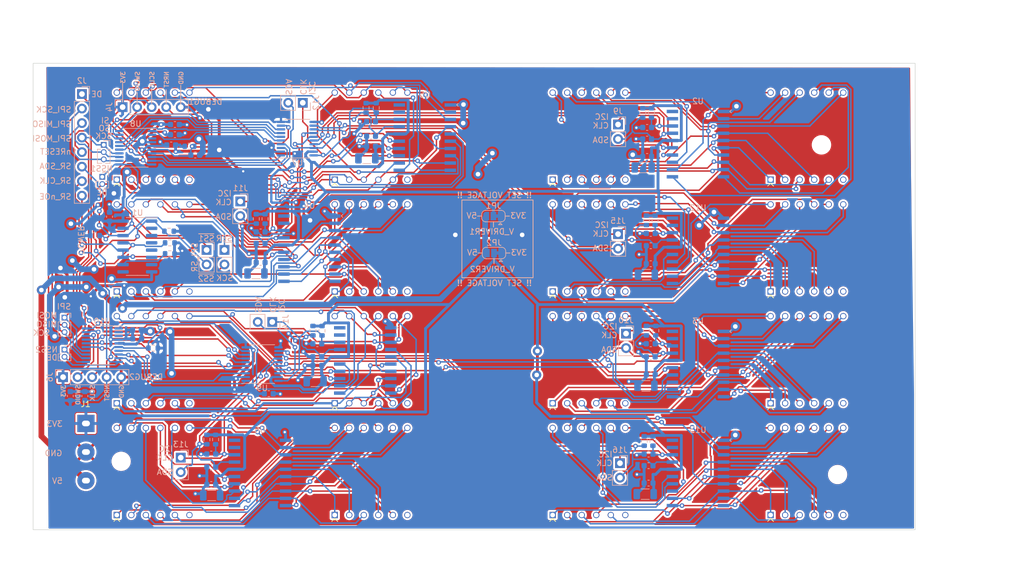
<source format=kicad_pcb>
(kicad_pcb (version 20221018) (generator pcbnew)
  (layers (0 "F.Cu" signal) (31 "B.Cu" signal) (34 "B.Paste" user) (35 "F.Paste" user) (36 "B.SilkS" user "B.Silkscreen") (37 "F.SilkS" user "F.Silkscreen") (38 "B.Mask" user) (39 "F.Mask" user) (44 "Edge.Cuts" user))
  (net 0 "")
  (net 1 "+3V3")
  (net 2 "GND")
  (net 3 "/S2A_Serf1/V_DRIVER")
  (net 4 "/S2A_Serf1/B_DAT")
  (net 5 "/S2A_Serf1/B_CLK")
  (net 6 "/S2A_Serf2/V_DRIVER")
  (net 7 "/S2A_Serf2/B_DAT")
  (net 8 "/S2A_Serf2/B_CLK")
  (net 9 "/S2A_Serf1/C_DAT")
  (net 10 "Net-(D1-e)")
  (net 11 "Net-(D1-d)")
  (net 12 "Net-(D1-DPX)")
  (net 13 "Net-(D1-c)")
  (net 14 "Net-(D1-g)")
  (net 15 "Net-(D1-b)")
  (net 16 "Net-(D1-DIG3)")
  (net 17 "Net-(D1-DIG2)")
  (net 18 "Net-(D1-f)")
  (net 19 "Net-(D1-a)")
  (net 20 "Net-(D1-DIG1)")
  (net 21 "Net-(D2-DIG3)")
  (net 22 "Net-(D2-DIG2)")
  (net 23 "Net-(D2-DIG1)")
  (net 24 "Net-(D3-e)")
  (net 25 "Net-(D3-d)")
  (net 26 "Net-(D3-DPX)")
  (net 27 "Net-(D3-c)")
  (net 28 "Net-(D3-g)")
  (net 29 "Net-(D3-b)")
  (net 30 "Net-(D3-DIG3)")
  (net 31 "Net-(D3-DIG2)")
  (net 32 "Net-(D3-f)")
  (net 33 "Net-(D3-a)")
  (net 34 "Net-(D3-DIG1)")
  (net 35 "Net-(D4-DIG3)")
  (net 36 "Net-(D4-DIG2)")
  (net 37 "Net-(D4-DIG1)")
  (net 38 "Net-(D5-e)")
  (net 39 "Net-(D5-d)")
  (net 40 "Net-(D5-DPX)")
  (net 41 "Net-(D5-c)")
  (net 42 "Net-(D5-g)")
  (net 43 "Net-(D5-b)")
  (net 44 "Net-(D5-DIG3)")
  (net 45 "Net-(D5-DIG2)")
  (net 46 "Net-(D5-f)")
  (net 47 "Net-(D5-a)")
  (net 48 "Net-(D5-DIG1)")
  (net 49 "Net-(D6-DIG3)")
  (net 50 "Net-(D6-DIG2)")
  (net 51 "Net-(D6-DIG1)")
  (net 52 "/S2A_Serf1/C_CLK")
  (net 53 "/S2A_Serf1/A_DAT")
  (net 54 "/S2A_Serf1/A_CLK")
  (net 55 "/S2A_Serf2/C_DAT")
  (net 56 "/S2A_Serf2/C_CLK")
  (net 57 "/nRESET_ALL")
  (net 58 "/S2A_Serf2/A_DAT")
  (net 59 "/S2A_Serf2/A_CLK")
  (net 60 "/S2A_Serf1/D_DAT")
  (net 61 "/S2A_Serf1/D_CLK")
  (net 62 "/S2A_Serf2/D_DAT")
  (net 69 "/S2A_Serf2/D_CLK")
  (net 70 "Net-(D7-e)")
  (net 71 "Net-(D7-d)")
  (net 72 "Net-(D7-DPX)")
  (net 73 "Net-(D7-c)")
  (net 74 "Net-(D7-g)")
  (net 75 "Net-(D7-b)")
  (net 76 "Net-(D7-DIG3)")
  (net 77 "Net-(D7-DIG2)")
  (net 78 "Net-(D7-f)")
  (net 79 "Net-(D7-a)")
  (net 80 "Net-(D7-DIG1)")
  (net 81 "Net-(D8-DIG3)")
  (net 82 "Net-(D8-DIG2)")
  (net 83 "Net-(D8-DIG1)")
  (net 84 "Net-(D10-e)")
  (net 85 "Net-(D10-d)")
  (net 86 "Net-(D10-DPX)")
  (net 87 "Net-(D10-c)")
  (net 88 "Net-(D10-g)")
  (net 89 "Net-(D10-b)")
  (net 90 "Net-(D9-DIG3)")
  (net 91 "Net-(D9-DIG2)")
  (net 92 "Net-(D10-f)")
  (net 93 "Net-(D10-a)")
  (net 94 "Net-(D9-DIG1)")
  (net 95 "Net-(D10-DIG3)")
  (net 96 "Net-(D10-DIG2)")
  (net 97 "Net-(D10-DIG1)")
  (net 98 "Net-(D11-e)")
  (net 99 "Net-(D11-d)")
  (net 100 "Net-(D11-DPX)")
  (net 101 "Net-(D11-c)")
  (net 102 "Net-(D11-g)")
  (net 103 "Net-(D11-b)")
  (net 104 "Net-(D11-DIG3)")
  (net 105 "Net-(D11-DIG2)")
  (net 106 "Net-(D11-f)")
  (net 107 "Net-(D11-a)")
  (net 108 "Net-(D11-DIG1)")
  (net 109 "Net-(D12-DIG3)")
  (net 110 "Net-(D12-DIG2)")
  (net 111 "Net-(D12-DIG1)")
  (net 112 "Net-(D13-e)")
  (net 113 "Net-(D13-d)")
  (net 114 "Net-(D13-DPX)")
  (net 115 "Net-(D13-c)")
  (net 116 "Net-(D13-g)")
  (net 117 "Net-(D13-b)")
  (net 118 "Net-(D13-DIG3)")
  (net 119 "Net-(D13-DIG2)")
  (net 120 "Net-(D13-f)")
  (net 121 "Net-(D13-a)")
  (net 122 "Net-(D13-DIG1)")
  (net 123 "Net-(D14-DIG3)")
  (net 124 "Net-(D14-DIG2)")
  (net 125 "Net-(D14-DIG1)")
  (net 126 "Net-(D15-e)")
  (net 127 "Net-(D15-d)")
  (net 128 "Net-(D15-DPX)")
  (net 129 "Net-(D15-c)")
  (net 130 "Net-(D15-g)")
  (net 131 "Net-(D15-b)")
  (net 132 "Net-(D15-DIG3)")
  (net 133 "Net-(D15-DIG2)")
  (net 134 "Net-(D15-f)")
  (net 135 "Net-(D15-a)")
  (net 136 "Net-(D15-DIG1)")
  (net 137 "Net-(D16-DIG3)")
  (net 138 "Net-(D16-DIG2)")
  (net 139 "Net-(D16-DIG1)")
  (net 140 "+5V")
  (net 141 "/DISP_EN")
  (net 142 "/SPI_SCK")
  (net 143 "/SPI_MISO")
  (net 144 "/SPI_MOSI")
  (net 145 "/nSS_SDA")
  (net 146 "/nSS_CLK")
  (net 147 "/nSS_nOE")
  (net 148 "/S2A_Serf1/SWDIO")
  (net 149 "/S2A_Serf1/SWCLK_BOOT0")
  (net 150 "/S2A_Serf2/SWDIO")
  (net 151 "/S2A_Serf2/SWCLK_BOOT0")
  (net 152 "/SPI_NSS1")
  (net 153 "Net-(U1-~{SRCLR})")
  (net 165 "/S2A_Serf1/A_CLK'")
  (net 166 "/S2A_Serf1/A_DAT'")
  (net 167 "/S2A_Serf1/B_CLK'")
  (net 168 "/S2A_Serf1/B_DAT'")
  (net 169 "/S2A_Serf1/C_CLK'")
  (net 170 "/S2A_Serf1/C_DAT'")
  (net 171 "/S2A_Serf1/D_CLK'")
  (net 172 "/S2A_Serf1/D_DAT'")
  (net 173 "/S2A_Serf1/E_DAT'")
  (net 174 "/S2A_Serf1/E_CLK'")
  (net 175 "/S2A_Serf2/A_CLK'")
  (net 176 "/S2A_Serf2/A_DAT'")
  (net 177 "/S2A_Serf2/B_CLK'")
  (net 178 "/S2A_Serf2/B_DAT'")
  (net 179 "/S2A_Serf2/C_CLK'")
  (net 180 "/S2A_Serf2/C_DAT'")
  (net 181 "/S2A_Serf2/D_CLK'")
  (net 182 "/S2A_Serf2/D_DAT'")
  (net 183 "/S2A_Serf2/E_DAT'")
  (net 184 "/S2A_Serf2/E_CLK'")
  (net 191 "/SPI_NSS2")
  (footprint "01-User-Footprints:7-Seg-3D_CA_ARKLED_SP410561N" (layer "F.Cu") (at 337.819 150.876)
    (fp_text reference "D12" hide)
    (fp_text value "SP410561N")
  )
  (footprint "01-User-Footprints:7-Seg-3D_CA_ARKLED_SP410561N" (layer "F.Cu") (at 261.62 111.76)
    (fp_text reference "D2" hide)
    (fp_text value "SP410561N")
  )
  (footprint "MountingHole:MountingHole_3mm" (layer "F.Cu") (at 340.36 113.284)
    (fp_text reference "REF**" hide)
    (fp_text value "MountingHole_3mm")
  )
  (footprint "01-User-Footprints:Power-Conn-3P-D0.65-P5-BD7.8x15" (layer "F.Cu") (at 211.7852 167.0304)
    (fp_text reference "J1")
    (fp_text value "Conn_01x03_Pin")
  )
  (footprint "01-User-Footprints:7-Seg-3D_CA_ARKLED_SP410561N" (layer "F.Cu") (at 261.619 131.318)
    (fp_text reference "D6" hide)
    (fp_text value "SP410561N")
  )
  (footprint "01-User-Footprints:7-Seg-3D_CA_ARKLED_SP410561N" (layer "F.Cu") (at 337.819 131.318)
    (fp_text reference "D8" hide)
    (fp_text value "SP410561N")
  )
  (footprint "01-User-Footprints:7-Seg-3D_CA_ARKLED_SP410561N" (layer "F.Cu") (at 299.719 131.318)
    (fp_text reference "D7" hide)
    (fp_text value "SP410561N")
  )
  (footprint "01-User-Footprints:7-Seg-3D_CA_ARKLED_SP410561N" (layer "F.Cu") (at 223.52 111.76)
    (fp_text reference "D1" hide)
    (fp_text value "SP410561N")
  )
  (footprint "01-User-Footprints:7-Seg-3D_CA_ARKLED_SP410561N" (layer "F.Cu") (at 299.719 170.434)
    (fp_text reference "D15" hide)
    (fp_text value "SP410561N")
  )
  (footprint "MountingHole:MountingHole_3mm" (layer "F.Cu") (at 343.1794 170.9674)
    (fp_text reference "REF**" hide)
    (fp_text value "MountingHole_3mm")
  )
  (footprint "01-User-Footprints:7-Seg-3D_CA_ARKLED_SP410561N" (layer "F.Cu") (at 223.519 131.318)
    (fp_text reference "D5" hide)
    (fp_text value "SP410561N")
  )
  (footprint "MountingHole:MountingHole_3mm" (layer "F.Cu") (at 217.932 168.656)
    (fp_text reference "REF**" hide)
    (fp_text value "MountingHole_3mm")
  )
  (footprint "01-User-Footprints:7-Seg-3D_CA_ARKLED_SP410561N" (layer "F.Cu") (at 299.721 111.762)
    (fp_text reference "D3" hide)
    (fp_text value "SP410561N")
  )
  (footprint "MountingHole:MountingHole_3mm" (layer "F.Cu") (at 215.9 91.2114)
    (fp_text reference "REF**" hide)
    (fp_text value "MountingHole_3mm")
  )
  (footprint "01-User-Footprints:7-Seg-3D_CA_ARKLED_SP410561N" (layer "F.Cu") (at 223.519 150.876)
    (fp_text reference "D9" hide)
    (fp_text value "SP410561N")
  )
  (footprint "01-User-Footprints:7-Seg-3D_CA_ARKLED_SP410561N" (layer "F.Cu") (at 337.819 170.434)
    (fp_text reference "D16" hide)
    (fp_text value "SP410561N")
  )
  (footprint "01-User-Footprints:7-Seg-3D_CA_ARKLED_SP410561N" (layer "F.Cu") (at 299.72 150.874)
    (fp_text reference "D11" hide)
    (fp_text value "SP410561N")
  )
  (footprint "01-User-Footprints:7-Seg-3D_CA_ARKLED_SP410561N" (layer "F.Cu") (at 261.619 150.876)
    (fp_text reference "D10" hide)
    (fp_text value "SP410561N")
  )
  (footprint "01-User-Footprints:7-Seg-3D_CA_ARKLED_SP410561N" (layer "F.Cu") (at 223.519 170.434)
    (fp_text reference "D13" hide)
    (fp_text value "SP410561N")
  )
  (footprint "01-User-Footprints:7-Seg-3D_CA_ARKLED_SP410561N" (layer "F.Cu") (at 337.821 111.762)
    (fp_text reference "D4" hide)
    (fp_text value "SP410561N")
  )
  (footprint "01-User-Footprints:7-Seg-3D_CA_ARKLED_SP410561N" (layer "F.Cu") (at 261.619 170.434)
    (fp_text reference "D14" hide)
    (fp_text value "SP410561N")
  )
  (footprint "Capacitor_SMD:C_1206_3216Metric" (layer "B.Cu") (at 251.841 154.6606 180)
    (fp_text reference "C20" hide)
    (fp_text value "100uF")
  )
  (footprint "Capacitor_SMD:C_0603_1608Metric" (layer "B.Cu") (at 252.222 151.892 180)
    (fp_text reference "C35" hide)
    (fp_text value "100nF")
  )
  (footprint "01-User-Footprints:TM_TM1637(TA2007)_SOC-20_12.6x7.5_P1.27_PD0.44x2" (layer "B.Cu") (at 318.77 113.157 -90)
    (fp_text reference "U2")
    (fp_text value "TM1637")
  )
  (footprint "Capacitor_SMD:C_0603_1608Metric" (layer "B.Cu") (at 215.9 125.857 -90)
    (fp_text reference "C1" hide)
    (fp_text value "100nF")
  )
  (footprint "Capacitor_SMD:C_0603_1608Metric" (layer "B.Cu") (at 310.515 150.368 180)
    (fp_text reference "C10" hide)
    (fp_text value "100pF")
  )
  (footprint "Connector_PinHeader_1.27mm:PinHeader_1x02_P1.27mm_Vertical" (layer "B.Cu") (at 214.63 118.872 180)
    (fp_text reference "J7" hide)
    (fp_text value "Conn_01x02_Pin")
  )
  (footprint "01-User-Footprints:TM_TM1637(TA2007)_SOC-20_12.6x7.5_P1.27_PD0.44x2" (layer "B.Cu") (at 318.77 151.638 -90)
    (fp_text reference "U3")
    (fp_text value "TM1637")
  )
  (footprint "Resistor_SMD:R_0603_1608Metric" (layer "B.Cu") (at 260.7485 106.807 -90)
    (fp_text reference "R11" hide)
    (fp_text value "10K")
  )
  (footprint "Capacitor_SMD:C_0603_1608Metric" (layer "B.Cu") (at 233.68 169.672 180)
    (fp_text reference "C22" hide)
    (fp_text value "100pF")
  )
  (footprint "Package_SO:TSSOP-20_4.4x6.5mm_P0.65mm" (layer "B.Cu") (at 242.57 151.638)
    (fp_text reference "U9")
    (fp_text value "TXS0108E")
  )
  (footprint "Connector_PinHeader_1.27mm:PinHeader_1x02_P1.27mm_Vertical" (layer "B.Cu") (at 208.026 149.098 180)
    (fp_text reference "J8" hide)
    (fp_text value "Conn_01x02_Pin")
  )
  (footprint "Capacitor_SMD:C_0603_1608Metric" (layer "B.Cu") (at 310.515 148.082 180)
    (fp_text reference "C11" hide)
    (fp_text value "100pF")
  )
  (footprint "Connector_PinHeader_2.54mm:PinHeader_1x02_P2.54mm_Vertical" (layer "B.Cu") (at 228.346 168.016 180)
    (fp_text reference "J13")
    (fp_text value "Conn_01x02_Pin")
  )
  (footprint "Capacitor_SMD:C_0603_1608Metric" (layer "B.Cu") (at 233.68 167.386 180)
    (fp_text reference "C23" hide)
    (fp_text value "100pF")
  )
  (footprint "Connector_PinHeader_2.54mm:PinHeader_1x08_P2.54mm_Vertical" (layer "B.Cu") (at 211.074 104.394 180)
    (fp_text reference "J2")
    (fp_text value "Conn_01x08_Pin")
  )
  (footprint "Resistor_SMD:R_0603_1608Metric" (layer "B.Cu") (at 243.085 126.238 -90)
    (fp_text reference "R10" hide)
    (fp_text value "10K")
  )
  (footprint "01-User-Footprints:TM_TM1637(TA2007)_SOC-20_12.6x7.5_P1.27_PD0.44x2" (layer "B.Cu") (at 271.018 112.014 -90)
    (fp_text reference "U5")
    (fp_text value "TM1637")
  )
  (footprint "Connector_PinHeader_2.54mm:PinHeader_1x02_P2.54mm_Vertical" (layer "B.Cu") (at 304.8 128.9 180)
    (fp_text reference "J15")
    (fp_text value "Conn_01x02_Pin")
  )
  (footprint "Capacitor_SMD:C_0603_1608Metric" (layer "B.Cu") (at 261.62 111.76 180)
    (fp_text reference "C18" hide)
    (fp_text value "100pF")
  )
  (footprint "Capacitor_SMD:C_0603_1608Metric" (layer "B.Cu") (at 261.62 109.22 180)
    (fp_text reference "C19" hide)
    (fp_text value "100pF")
  )
  (footprint "Capacitor_SMD:C_0603_1608Metric" (layer "B.Cu") (at 310.515 130.937 180)
    (fp_text reference "C40" hide)
    (fp_text value "100pF")
  )
  (footprint "Capacitor_SMD:C_0603_1608Metric" (layer "B.Cu") (at 220.7006 145.6944)
    (fp_text reference "C29" hide)
    (fp_text value "100nF")
  )
  (footprint "Capacitor_SMD:C_0603_1608Metric" (layer "B.Cu") (at 310.134 167.386 180)
    (fp_text reference "C45" hide)
    (fp_text value "100pF")
  )
  (footprint "Capacitor_SMD:C_0603_1608Metric" (layer "B.Cu") (at 209.042 157.226 -90)
    (fp_text reference "C33" hide)
    (fp_text value "100nF")
  )
  (footprint "Resistor_SMD:R_0603_1608Metric" (layer "B.Cu") (at 309.76 126.492 -90)
    (fp_text reference "R19" hide)
    (fp_text value "10K")
  )
  (footprint "Resistor_SMD:R_0603_1608Metric" (layer "B.Cu") (at 226.3085 128.397 180)
    (fp_text reference "R2" hide)
    (fp_text value "10K")
  )
  (footprint "Capacitor_SMD:C_1206_3216Metric" (layer "B.Cu") (at 233.7562 174.625 180)
    (fp_text reference "C34" hide)
    (fp_text value "100uF")
  )
  (footprint "Capacitor_SMD:C_0603_1608Metric" (layer "B.Cu") (at 220.726 147.2184)
    (fp_text reference "C30" hide)
    (fp_text value "4.7uF")
  )
  (footprint "Capacitor_SMD:C_0603_1608Metric" (layer "B.Cu") (at 211.582 157.226 90)
    (fp_text reference "C32" hide)
    (fp_text value "100nF")
  )
  (footprint "01-User-Footprints:TM_TM1637(TA2007)_SOC-20_12.6x7.5_P1.27_PD0.44x2" (layer "B.Cu") (at 250.8425 131.445 -90)
    (fp_text reference "U4")
    (fp_text value "TM1637")
  )
  (footprint "Resistor_SMD:R_0603_1608Metric" (layer "B.Cu") (at 309.372 165.1 -90)
    (fp_text reference "R21" hide)
    (fp_text value "10K")
  )
  (footprint "Capacitor_SMD:C_0603_1608Metric" (layer "B.Cu") (at 230.886 115.062)
    (fp_text reference "C27" hide)
    (fp_text value "100nF")
  )
  (footprint "Resistor_SMD:R_0603_1608Metric" (layer "B.Cu") (at 310.642 107.696 -90)
    (fp_text reference "R6" hide)
    (fp_text value "10K")
  )
  (footprint "Connector_PinHeader_1.27mm:PinHeader_1x03_P1.27mm_Vertical" (layer "B.Cu") (at 214.884 113.279 180)
    (fp_text reference "J18" hide)
    (fp_text value "Conn_01x03_Pin")
  )
  (footprint "Resistor_SMD:R_0603_1608Metric" (layer "B.Cu") (at 226.4355 132.334 180)
    (fp_text reference "R4" hide)
    (fp_text value "10K")
  )
  (footprint "Capacitor_SMD:C_0603_1608Metric" (layer "B.Cu") (at 310.515 134.082 180)
    (fp_text reference "C39" hide)
    (fp_text value "100nF")
  )
  (footprint "Capacitor_SMD:C_0603_1608Metric" (layer "B.Cu") (at 242.316 133.858 180)
    (fp_text reference "C13" hide)
    (fp_text value "100nF")
  )
  (footprint "Package_SO:TSSOP-20_4.4x6.5mm_P0.65mm" (layer "B.Cu") (at 248.7345 112.197)
    (fp_text reference "U7")
    (fp_text value "TXS0108E")
  )
  (footprint "Resistor_SMD:R_0603_1608Metric" (layer "B.Cu") (at 226.4355 130.429 180)
    (fp_text reference "R3" hide)
    (fp_text value "10K")
  )
  (footprint "Connector_PinHeader_2.54mm:PinHeader_1x02_P2.54mm_Vertical" (layer "B.Cu") (at 244.348 144.272 90)
    (fp_text reference "J14")
    (fp_text value "Conn_01x02_Pin")
  )
  (footprint "Capacitor_SMD:C_0603_1608Metric" (layer "B.Cu") (at 310.515 153.483 180)
    (fp_text reference "C9" hide)
    (fp_text value "100nF")
  )
  (footprint "Capacitor_SMD:C_0603_1608Metric" (layer "B.Cu") (at 310.134 172.466 180)
    (fp_text reference "C43" hide)
    (fp_text value "100nF")
  )
  (footprint "Package_SO:SOP-16_3.9x9.9mm_P1.27mm" (layer "B.Cu") (at 220.7605 131.064 180)
    (fp_text reference "U1")
    (fp_text value "74HC595")
  )
  (footprint "Capacitor_SMD:C_0603_1608Metric" (layer "B.Cu") (at 310.134 169.418 180)
    (fp_text reference "C44" hide)
    (fp_text value "100pF")
  )
  (footprint "Resistor_SMD:R_0603_1608Metric" (layer "B.Cu") (at 213.36 129.159)
    (fp_text reference "R1" hide)
    (fp_text value "10K")
  )
  (footprint "Capacitor_SMD:C_1206_3216Metric" (layer "B.Cu") (at 260.8834 115.6462 180)
    (fp_text reference "C16" hide)
    (fp_text value "100uF")
  )
  (footprint "Capacitor_SMD:C_0603_1608Metric" (layer "B.Cu") (at 242.316 128.524 180)
    (fp_text reference "C15" hide)
    (fp_text value "100pF")
  )
  (footprint "Connector_PinHeader_2.54mm:PinHeader_1x05_P2.54mm_Vertical" (layer "B.Cu") (at 218.186 106.68 -90)
    (fp_text reference "J4")
    (fp_text value "Conn_01x05_Socket")
  )
  (footprint "Capacitor_SMD:C_1206_3216Metric" (layer "B.Cu") (at 241.5032 135.7884 180)
    (fp_text reference "C12" hide)
    (fp_text value "100uF")
  )
  (footprint "Capacitor_SMD:C_1206_3216Metric" (layer "B.Cu") (at 309.5498 174.3964 180)
    (fp_text reference "C42" hide)
    (fp_text value "100uF")
  )
  (footprint "Package_SO:TSSOP-20_4.4x6.5mm_P0.65mm" (layer "B.Cu") (at 214.63 148.336 180)
    (fp_text reference "U10")
    (fp_text value "STM32C011F6Px")
  )
  (footprint "01-User-Footprints:TM_TM1637(TA2007)_SOC-20_12.6x7.5_P1.27_PD0.44x2" (layer "B.Cu") (at 318.77 131.826 -90)
    (fp_text reference "U12")
    (fp_text value "TM1637")
  )
  (footprint "Resistor_SMD:R_0603_1608Metric" (layer "B.Cu") (at 309.118 107.696 -90)
    (fp_text reference "R5" hide)
    (fp_text value "10K")
  )
  (footprint "Capacitor_SMD:C_0603_1608Metric" (layer "B.Cu") (at 252.222 148.082 180)
    (fp_text reference "C37" hide)
    (fp_text value "100pF")
  )
  (footprint "Resistor_SMD:R_0603_1608Metric" (layer "B.Cu") (at 229.87 113.538)
    (fp_text reference "R15" hide)
    (fp_text value "10K")
  )
  (footprint "Connector_PinHeader_2.54mm:PinHeader_1x02_P2.54mm_Vertical" (layer "B.Cu") (at 232.8672 131.6736 180)
    (fp_text reference "J20" hide)
    (fp_text value "Conn_01x02_Pin")
  )
  (footprint "Capacitor_SMD:C_0603_1608Metric" (layer "B.Cu") (at 309.88 115.316 180)
    (fp_text reference "C5" hide)
    (fp_text value "100nF")
  )
  (footprint "Connector_PinHeader_2.54mm:PinHeader_1x02_P2.54mm_Vertical" (layer "B.Cu") (at 238.76 123.19 180)
    (fp_text reference "J11")
    (fp_text value "Conn_01x02_Pin")
  )
  (footprint "Capacitor_SMD:C_1206_3216Metric" (layer "B.Cu") (at 309.753 135.9916 180)
    (fp_text reference "C38" hide)
    (fp_text value "100uF")
  )
  (footprint "Capacitor_SMD:C_0603_1608Metric" (layer "B.Cu") (at 252.222 150.368 180)
    (fp_text reference "C36" hide)
    (fp_text value "100pF")
  )
  (footprint "Resistor_SMD:R_0603_1608Metric" (layer "B.Cu") (at 311.397 145.796 -90)
    (fp_text reference "R8" hide)
    (fp_text value "10K")
  )
  (footprint "Resistor_SMD:R_0603_1608Metric" (layer "B.Cu") (at 232.918 164.846 -90)
    (fp_text reference "R13" hide)
    (fp_text value "10K")
  )
  (footprint "Resistor_SMD:R_0603_1608Metric" (layer "B.Cu") (at 251.46 145.796 -90)
    (fp_text reference "R17" hide)
    (fp_text value "10K")
  )
  (footprint "Resistor_SMD:R_0603_1608Metric" (layer "B.Cu") (at 311.277 126.492 -90)
    (fp_text reference "R20" hide)
    (fp_text value "10K")
  )
  (footprint "Capacitor_SMD:C_0603_1608Metric" (layer "B.Cu") (at 243.7425 156.82)
    (fp_text reference "C31" hide)
    (fp_text value "100nF")
  )
  (footprint "Capacitor_SMD:C_0603_1608Metric" (layer "B.Cu") (at 309.88 110.236 180)
    (fp_text reference "C7" hide)
    (fp_text value "100pF")
  )
  (footprint "Capacitor_SMD:C_0603_1608Metric" (layer "B.Cu") (at 261.62 113.538 180)
    (fp_text reference "C17" hide)
    (fp_text value "100nF")
  )
  (footprint "Capacitor_SMD:C_1206_3216Metric" (layer "B.Cu") (at 309.1942 117.2464 180)
    (fp_text reference "C4" hide)
    (fp_text value "100uF")
  )
  (footprint "Capacitor_SMD:C_0603_1608Metric" (layer "B.Cu") (at 242.316 130.556 180)
    (fp_text reference "C14" hide)
    (fp_text value "100pF")
  )
  (footprint "Connector_PinHeader_2.54mm:PinHeader_1x02_P2.54mm_Vertical" (layer "B.Cu") (at 305.135 168.981 180)
    (fp_text reference "J16")
    (fp_text value "Conn_01x02_Pin")
  )
  (footprint "Capacitor_SMD:C_0603_1608Metric" (layer "B.Cu") (at 227.33 109.728)
    (fp_text reference "C24" hide)
    (fp_text value "100nF")
  )
  (footprint "Resistor_SMD:R_0603_1608Metric" (layer "B.Cu") (at 253.044 145.809 -90)
    (fp_text reference "R18" hide)
    (fp_text value "10K")
  )
  (footprint "Package_SO:TSSOP-20_4.4x6.5mm_P0.65mm" (layer "B.Cu") (at 220.472 113.792 180)
    (fp_text reference "U8")
    (fp_text value "STM32C011F6Px")
  )
  (footprint "Capacitor_SMD:C_0603_1608Metric" (layer "B.Cu") (at 309.88 112.268 180)
    (fp_text reference "C6" hide)
    (fp_text value "100pF")
  )
  (footprint "Jumper:SolderJumper-3_P1.3mm_Bridged12_RoundedPad1.0x1.5mm" (layer "B.Cu") (at 283.016 125.746 180)
    (fp_text reference "JP1")
    (fp_text value "Jumper_3_Bridged12")
  )
  (footprint "Capacitor_SMD:C_0603_1608Metric" (layer "B.Cu") (at 248.7345 116.769 180)
    (fp_text reference "C26" hide)
    (fp_text value "100nF")
  )
  (footprint "01-User-Footprints:TM_TM1637(TA2007)_SOC-20_12.6x7.5_P1.27_PD0.44x2" (layer "B.Cu") (at 242.212 170.688 -90)
    (fp_text reference "U6")
    (fp_text value "TM1637")
  )
  (footprint "01-User-Footprints:TM_TM1637(TA2007)_SOC-20_12.6x7.5_P1.27_PD0.44x2" (layer "B.Cu") (at 318.77 170.688 -90)
    (fp_text reference "U13")
    (fp_text value "TM1637")
  )
  (footprint "Resistor_SMD:R_0603_1608Metric" (layer "B.Cu") (at 223.52 148.844 180)
    (fp_text reference "R16" hide)
    (fp_text value "10K")
  )
  (footprint "Resistor_SMD:R_0603_1608Metric" (layer "B.Cu") (at 309.753 145.796 -90)
    (fp_text reference "R7" hide)
    (fp_text value "10K")
  )
  (footprint "Capacitor_SMD:C_0603_1608Metric" (layer "B.Cu") (at 233.68 172.72 180)
    (fp_text reference "C21" hide)
    (fp_text value "100nF")
  )
  (footprint "Jumper:SolderJumper-3_P1.3mm_Bridged12_RoundedPad1.0x1.5mm" (layer "B.Cu") (at 283.113 132.207 180)
    (fp_text reference "JP2")
    (fp_text value "Jumper_3_Bridged12")
  )
  (footprint "Resistor_SMD:R_0603_1608Metric" (layer "B.Cu") (at 310.896 165.1 -90)
    (fp_text reference "R22" hide)
    (fp_text value "10K")
  )
  (footprint "Capacitor_SMD:C_0603_1608Metric" (layer "B.Cu") (at 226.6696 113.3094)
    (fp_text reference "C28" hide)
    (fp_text value "100nF")
  )
  (footprint "Resistor_SMD:R_0603_1608Metric" (layer "B.Cu") (at 262.5265 106.807 -90)
    (fp_text reference "R12" hide)
    (fp_text value "10K")
  )
  (footprint "Capacitor_SMD:C_1206_3216Metric" (layer "B.Cu") (at 309.6768 155.448 180)
    (fp_text reference "C8" hide)
    (fp_text value "100uF")
  )
  (footprint "Connector_PinHeader_2.54mm:PinHeader_1x02_P2.54mm_Vertical" (layer "B.Cu") (at 249.682 105.918 90)
    (fp_text reference "J12")
    (fp_text value "Conn_01x02_Pin")
  )
  (footprint "Resistor_SMD:R_0603_1608Metric" (layer "B.Cu") (at 234.442 164.846 -90)
    (fp_text reference "R14" hide)
    (fp_text value "10K")
  )
  (footprint "Capacitor_SMD:C_0603_1608Metric" (layer "B.Cu") (at 227.33 111.506)
    (fp_text reference "C25" hide)
    (fp_text value "4.7uF")
  )
  (footprint "Connector_PinHeader_2.54mm:PinHeader_1x02_P2.54mm_Vertical" (layer "B.Cu") (at 304.8 109.723 180)
    (fp_text reference "J9")
    (fp_text value "Conn_01x02_Pin")
  )
  (footprint "Connector_PinHeader_2.54mm:PinHeader_1x02_P2.54mm_Vertical" (layer "B.Cu") (at 306.197 146.304 180)
    (fp_text reference "J10")
    (fp_text value "Conn_01x02_Pin")
  )
  (footprint "01-User-Footprints:TM_TM1637(TA2007)_SOC-20_12.6x7.5_P1.27_PD0.44x2" (layer "B.Cu") (at 260.604 151.003 -90)
    (fp_text reference "U11" hide)
    (fp_text value "TM1637")
  )
  (footprint "Connector_PinHeader_2.54mm:PinHeader_1x05_P2.54mm_Vertical" (layer "B.Cu") (at 207.777 153.924 -90)
    (fp_text reference "J6")
    (fp_text value "Conn_01x05_Socket")
  )
  (footprint "Capacitor_SMD:C_0603_1608Metric" (layer "B.Cu") (at 310.515 128.778 180)
    (fp_text reference "C41" hide)
    (fp_text value "100pF")
  )
  (footprint "Connector_PinHeader_1.27mm:PinHeader_1x03_P1.27mm_Vertical" (layer "B.Cu") (at 208.026 143.505 180)
    (fp_text reference "J19" hide)
    (fp_text value "Conn_01x03_Pin")
  )
  (footprint "Connector_PinHeader_2.54mm:PinHeader_1x02_P2.54mm_Vertical" (layer "B.Cu") (at 235.9914 131.6736 180)
    (fp_text reference "J17" hide)
    (fp_text value "Conn_01x02_Pin")
  )
  (footprint "Resistor_SMD:R_0603_1608Metric" (layer "B.Cu") (at 241.554 126.238 -90)
    (fp_text reference "R9" hide)
    (fp_text value "10K")
  )
  (gr_line (start 228.346 106.172) (end 228.346 102.87) (stroke (width 0.15)) (layer "B.SilkS"))
  (gr_line (start 225.806 106.045) (end 225.806 103.632) (stroke (width 0.15)) (layer "B.SilkS"))
  (gr_line (start 280.319 132.207) (end 281.063 132.207) (stroke (width 0.15)) (layer "B.SilkS"))
  (gr_rect (start 277.495 122.936) (end 289.941 136.525) (stroke (width 0.15)) (fill none) (layer "B.SilkS"))
  (gr_line (start 280.222 125.746) (end 280.966 125.746) (stroke (width 0.15)) (layer "B.SilkS"))
  (gr_line (start 283.016 127.651) (end 283.016 126.746) (stroke (width 0.15)) (layer "B.SilkS"))
  (gr_line (start 218.186 105.791) (end 218.186 102.489) (stroke (width 0.15)) (layer "B.SilkS"))
  (gr_line (start 220.726 106.045) (end 220.726 104.14) (stroke (width 0.15)) (layer "B.SilkS"))
  (gr_line (start 285.907 132.207) (end 285.163 132.207) (stroke (width 0.15)) (layer "B.SilkS"))
  (gr_line (start 285.81 125.746) (end 285.066 125.746) (stroke (width 0.15)) (layer "B.SilkS"))
  (gr_line (start 223.266 106.045) (end 223.266 103.378) (stroke (width 0.15)) (layer "B.SilkS"))
  (gr_line (start 283.113 134.112) (end 283.113 133.207) (stroke (width 0.15)) (layer "B.SilkS"))
  (gr_rect (start 202.5396 99.0092) (end 356.743 180.6194) (stroke (width 0.1)) (fill none) (layer "Edge.Cuts"))
  (gr_text "SWDIO" (at 221.234 100.33 90) (layer "B.SilkS") (effects (font (size 0.75 0.75) (thickness 0.153) bold) (justify left bottom mirror)))
  (gr_text "I2C" (at 245.364 142.748 -90) (layer "B.SilkS") (effects (font (size 1 1) (thickness 0.153) bold) (justify left bottom mirror)))
  (gr_text "SDA" (at 303.276 113.03) (layer "B.SilkS") (effects (font (size 1 1) (thickness 0.153) bold) (justify left bottom mirror)))
  (gr_text "SDA" (at 237.3376 126.4412) (layer "B.SilkS") (effects (font (size 1 1) (thickness 0.153) bold) (justify left bottom mirror)))
  (gr_text "GND" (at 207.7212 167.8178) (layer "B.SilkS") (effects (font (size 1 1)) (justify left bottom mirror)))
  (gr_text "SCLK" (at 223.774 100.33 90) (layer "B.SilkS") (effects (font (size 0.75 0.75) (thickness 0.153) bold) (justify left bottom mirror)))
  (gr_text "SCK" (at 216.4588 112.3188) (layer "B.SilkS") (effects (font (size 1 1) (thickness 0.153) bold) (justify left bottom mirror)))
  (gr_text "DE" (at 206.883 151.0792) (layer "B.SilkS") (effects (font (size 1 1)) (justify left bottom mirror)))
  (gr_text "SDA" (at 304.7746 149.7076) (layer "B.SilkS") (effects (font (size 1 1) (thickness 0.153) bold) (justify left bottom mirror)))
  (gr_text "SPI_MISO" (at 209.296 110.236) (layer "B.SilkS") (effects (font (size 1 1)) (justify left bottom mirror)))
  (gr_text "SDA" (at 241.3 142.748 -90) (layer "B.SilkS") (effects (font (size 1 1) (thickness 0.153) bold) (justify left bottom mirror)))
  (gr_text "SDA" (at 246.634 104.648 -90) (layer "B.SilkS") (effects (font (size 1 1) (thickness 0.153) bold) (justify left bottom mirror)))
  (gr_text "V_DRIVER2" (at 286.814 135.636) (layer "B.SilkS") (effects (font (size 1 1)) (justify left bottom mirror)))
  (gr_text "DE" (at 214.7062 105.0036) (layer "B.SilkS") (effects (font (size 1 1)) (justify left bottom mirror)))
  (gr_text "SPI" (at 209.2452 142.1638) (layer "B.SilkS") (effects (font (size 1 1) (thickness 0.153)) (justify left bottom mirror)))
  (gr_text "DE" (at 215.646 122.1994) (layer "B.SilkS") (effects (font (size 1 1) (thickness 0.153) bold) (justify left bottom mirror)))
  (gr_text "DEBUG2" (at 225.3488 154.4828) (layer "B.SilkS") (effects (font (size 1 1)) (justify left bottom mirror)))
  (gr_text "SPI_MOSI" (at 209.296 112.776) (layer "B.SilkS") (effects (font (size 1 1)) (justify left bottom mirror)))
  (gr_text "CLK" (at 303.911 169.545) (layer "B.SilkS") (effects (font (size 1 1) (thickness 0.153) bold) (justify left bottom mirror)))
  (gr_text "DEBUG1" (at 235.712 106.3244) (layer "B.SilkS") (effects (font (size 1 1)) (justify left bottom mirror)))
  (gr_text "NRST" (at 226.314 100.33 90) (layer "B.SilkS") (effects (font (size 0.75 0.75) (thickness 0.153) bold) (justify left bottom mirror)))
  (gr_text "V_DRIVER1" (at 286.699 129.048) (layer "B.SilkS") (effects (font (size 1 1)) (justify left bottom mirror)))
  (gr_text "nRESET" (at 209.296 115.062) (layer "B.SilkS") (effects (font (size 1 1)) (justify left bottom mirror)))
  (gr_text "!! SET VOLTAGE !! \n" (at 289.814 122.682) (layer "B.SilkS") (effects (font (size 1 1) (thickness 0.153)) (justify left bottom mirror)))
  (gr_text "SCLK" (at 213.365 155.194 90) (layer "B.SilkS") (effects (font (size 0.75 0.75) (thickness 0.153) bold) (justify left bottom mirror)))
  (gr_text "SDA" (at 227.076 171.12) (layer "B.SilkS") (effects (font (size 1 1) (thickness 0.153) bold) (justify left bottom mirror)))
  (gr_text "NSS1" (at 216.5604 118.0338) (layer "B.SilkS") (effects (font (size 1 1) (thickness 0.153) bold) (justify left bottom mirror)))
  (gr_text "SPI_SR" (at 231.3686 130.2766 90) (layer "B.SilkS") (effects (font (size 1 1) (thickness 0.153) bold) (justify left bottom mirror)))
  (gr_text "SR_nOE" (at 209.296 122.936) (layer "B.SilkS") (effects (font (size 1 1)) (justify left bottom mirror)))
  (gr_text "3V3\n" (at 208.285 155.194 90) (layer "B.SilkS") (effects (font (size 0.75 0.75) (thickness 0.153) bold) (justify left bottom mirror)))
  (gr_text "MISO" (at 206.8322 145.2626) (layer "B.SilkS") (effects (font (size 1 1) (thickness 0.153)) (justify left bottom mirror)))
  (gr_text "GND" (at 218.445 155.194 90) (layer "B.SilkS") (effects (font (size 0.75 0.75) (thickness 0.153) bold) (justify left bottom mirror)))
  (gr_text "MOSI" (at 206.8322 143.7132) (layer "B.SilkS") (effects (font (size 1 1) (thickness 0.153)) (justify left bottom mirror)))
  (gr_text "3V3" (at 207.772 162.687) (layer "B.SilkS") (effects (font (size 1 1)) (justify left bottom mirror)))
  (gr_text "I2C" (at 303.276 108.966) (layer "B.SilkS") (effects (font (size 1 1) (thickness 0.153) bold) (justify left bottom mirror)))
  (gr_text "POWER" (at 210.312 132.603 -90) (layer "B.SilkS") (effects (font (size 1 1)) (justify left bottom mirror)))
  (gr_text "5V" (at 207.772 172.6692) (layer "B.SilkS") (effects (font (size 1 1)) (justify left bottom mirror)))
  (gr_text "I2C" (at 303.276 127.884) (layer "B.SilkS") (effects (font (size 1 1) (thickness 0.153) bold) (justify left bottom mirror)))
  (gr_text "CLK" (at 304.7746 147.1676) (layer "B.SilkS") (effects (font (size 1 1) (thickness 0.153) bold) (justify left bottom mirror)))
  (gr_text "3V3" (at 288.858 126.254) (layer "B.SilkS") (effects (font (size 1 1)) (justify left bottom mirror)))
  (gr_text "SDA" (at 303.911 172.085) (layer "B.SilkS") (effects (font (size 1 1) (thickness 0.153) bold) (justify left bottom mirror)))
  (gr_text "CLK" (at 249.174 104.648 -90) (layer "B.SilkS") (effects (font (size 1 1) (thickness 0.153) bold) (justify left bottom mirror)))
  (gr_text "I2C" (at 227.076 167.056) (layer "B.SilkS") (effects (font (size 1 1) (thickness 0.153) bold) (justify left bottom mirror)))
  (gr_text "SI" (at 215.9508 109.6264) (layer "B.SilkS") (effects (font (size 1 1) (thickness 0.153) bold) (justify left bottom mirror)))
  (gr_text "SR_CLK" (at 209.296 120.142) (layer "B.SilkS") (effects (font (size 1 1)) (justify left bottom mirror)))
  (gr_text "~{SS2}" (at 234.315 137.287) (layer "B.SilkS") (effects (font (size 1 1)) (justify left bottom mirror)))
  (gr_text "~{SS1}" (at 234.3404 130.2512) (layer "B.SilkS") (effects (font (size 1 1)) (justify left bottom mirror)))
  (gr_text "SO" (at 216.1032 110.9726) (layer "B.SilkS") (effects (font (size 1 1) (thickness 0.153) bold) (justify left bottom mirror)))
  (gr_text "GND" (at 228.854 100.33 90) (layer "B.SilkS") (effects (font (size 0.75 0.75) (thickness 0.153) bold) (justify left bottom mirror)))
  (gr_text "SCK" (at 205.5876 146.7612) (layer "B.SilkS") (effects (font (size 1 1) (thickness 0.153)) (justify left bottom mirror)))
  (gr_text "I2C" (at 304.7746 145.6436) (layer "B.SilkS") (effects (font (size 1 1) (thickness 0.153) bold) (justify left bottom mirror)))
  (gr_text "NSS2" (at 206.9338 149.6822) (layer "B.SilkS") (effects (font (size 1 1)) (justify left bottom mirror)))
  (gr_text "SDA" (at 303.276 131.948) (layer "B.SilkS") (effects (font (size 1 1) (thickness 0.153) bold) (justify left bottom mirror)))
  (gr_text "SR_SDA" (at 209.296 117.602) (layer "B.SilkS") (effects (font (size 1 1)) (justify left bottom mirror)))
  (gr_text "5V" (at 280.222 126.254) (layer "B.SilkS") (effects (font (size 1 1)) (justify left bottom mirror)))
  (gr_text "3V3\n" (at 218.694 100.33 90) (layer "B.SilkS") (effects (font (size 0.75 0.75) (thickness 0.153) bold) (justify left bottom mirror)))
  (gr_text "I2C" (at 303.911 168.021) (layer "B.SilkS") (effects (font (size 1 1) (thickness 0.153) bold) (justify left bottom mirror)))
  (gr_text "CLK" (at 243.84 142.748 -90) (layer "B.SilkS") (effects (font (size 1 1) (thickness 0.153) bold) (justify left bottom mirror)))
  (gr_text "CLK" (at 303.276 129.408) (layer "B.SilkS") (effects (font (size 1 1) (thickness 0.153) bold) (justify left bottom mirror)))
  (gr_text "!! SET VOLTAGE !! \n" (at 289.814 138.049) (layer "B.SilkS") (effects (font (size 1 1) (thickness 0.153)) (justify left bottom mirror)))
  (gr_text "NRST" (at 215.905 155.194 90) (layer "B.SilkS") (effects (font (size 0.75 0.75) (thickness 0.153) bold) (justify left bottom mirror)))
  (gr_text "CLK" (at 237.3376 123.9012) (layer "B.SilkS") (effects (font (size 1 1) (thickness 0.153) bold) (justify left bottom mirror)))
  (gr_text "SWDIO" (at 210.825 155.194 90) (layer "B.SilkS") (effects (font (size 0.75 0.75) (thickness 0.153) bold) (justify left bottom mirror)))
  (gr_text "SPI_SCK" (at 209.296 107.696) (layer "B.SilkS") (effects (font (size 1 1)) (justify left bottom mirror)))
  (gr_text "SCK" (at 237.5916 137.1854) (layer "B.SilkS") (effects (font (size 1 1)) (justify left bottom mirror)))
  (gr_text "I2C" (at 237.3376 122.3772) (layer "B.SilkS") (effects (font (size 1 1) (thickness 0.153) bold) (justify left bottom mirror)))
  (gr_text "5V" (at 280.319 132.715) (layer "B.SilkS") (effects (font (size 1 1)) (justify left bottom mirror)))
  (gr_text "I2C" (at 250.698 104.648 -90) (layer "B.SilkS") (effects (font (size 1 1) (thickness 0.153) bold) (justify left bottom mirror)))
  (gr_text "CLK" (at 303.276 110.49) (layer "B.SilkS") (effects (font (size 1 1) (thickness 0.153) bold) (justify left bottom mirror)))
  (gr_text "SER" (at 237.49 130.2258) (layer "B.SilkS") (effects (font (size 1 1)) (justify left bottom mirror)))
  (gr_text "3V3" (at 288.955 132.715) (layer "B.SilkS") (effects (font (size 1 1)) (justify left bottom mirror)))
  (gr_text "CLK" (at 227.076 168.58) (layer "B.SilkS") (effects (font (size 1 1) (thickness 0.153) bold) (justify left bottom mirror)))
  (segment (start 216.502866 109.197171) (end 219.951703 112.646008) (width 0.25) (layer "F.Cu") (net 1))
  (segment (start 223.364174 114.389691) (end 221.620491 112.646008) (width 0.5) (layer "F.Cu") (net 1))
  (segment (start 223.197675 111.2525) (end 221.804167 112.646008) (width 0.25) (layer "F.Cu") (net 1))
  (segment (start 233.172 107.061) (end 235.077 108.966) (width 0.5) (layer "F.Cu") (net 1))
  (segment (start 237.744 154.432) (end 237.998 154.178) (width 0.5) (layer "F.Cu") (net 1))
  (segment (start 249.844157 125.384157) (end 249.844157 123.982549) (width 0.4) (layer "F.Cu") (net 1))
  (segment (start 225.425008 110.998) (end 225.552004 111.124996) (width 0.4) (layer "F.Cu") (net 1))
  (segment (start 248.285 114.808) (end 245.254196 114.808) (width 0.5) (layer "F.Cu") (net 1))
  (segment (start 245.254196 114.808) (end 244.229598 113.783402) (width 0.5) (layer "F.Cu") (net 1))
  (segment (start 221.804167 112.646008) (end 221.620491 112.646008) (width 0.25) (layer "F.Cu") (net 1))
  (segment (start 235.077 114.173) (end 234.860309 114.389691) (width 0.5) (layer "F.Cu") (net 1))
  (segment (start 228.6 131.826) (end 229.87 131.826) (width 0.5) (layer "F.Cu") (net 1))
  (segment (start 208.4913 139.5395) (end 208.4913 135.9997) (width 0.5) (layer "F.Cu") (net 1))
  (segment (start 212.6234 139.599425) (end 214.286825 137.936) (width 0.5) (layer "F.Cu") (net 1))
  (segment (start 237.744 156.083) (end 237.744 154.432) (width 0.5) (layer "F.Cu") (net 1))
  (segment (start 223.647 153.67) (end 222.25 155.067) (width 0.5) (layer "F.Cu") (net 1))
  (segment (start 238.379 117.475) (end 238.834432 117.475) (width 0.5) (layer "F.Cu") (net 1))
  (segment (start 212.6234 139.7762) (end 212.6234 139.599425) (width 0.5) (layer "F.Cu") (net 1))
  (segment (start 219.951703 112.646008) (end 221.620491 112.646008) (width 0.25) (layer "F.Cu") (net 1))
  (segment (start 218.186 106.68) (end 216.502866 108.363134) (width 0.25) (layer "F.Cu") (net 1))
  (segment (start 224.663 109.728) (end 224.917 109.728) (width 0.25) (layer "F.Cu") (net 1))
  (segment (start 221.704965 112.686035) (end 224.663 109.728) (width 0.4) (layer "F.Cu") (net 1))
  (segment (start 224.282 153.67) (end 223.647 153.67) (width 0.5) (layer "F.Cu") (net 1))
  (segment (start 214.286825 137.936) (end 218.426 137.936) (width 0.5) (layer "F.Cu") (net 1))
  (segment (start 218.426 137.936) (end 218.4654 137.8966) (width 0.5) (layer "F.Cu") (net 1))
  (segment (start 208.4913 135.9997) (end 207.3148 134.8232) (width 0.5) (layer "F.Cu") (net 1))
  (segment (start 229.87 131.826) (end 230.886 130.81) (width 0.5) (layer "F.Cu") (net 1))
  (segment (start 276.352 129.032) (end 276.479 128.905) (width 1) (layer "F.Cu") (net 1))
  (segment (start 250.952 126.492) (end 249.844157 125.384157) (width 0.4) (layer "F.Cu") (net 1))
  (segment (start 216.662 121.7676) (end 214.9094 121.7676) (width 0.5) (layer "F.Cu") (net 1))
  (segment (start 223.197675 111.2525) (end 223.452175 110.998) (width 0.4) (layer "F.Cu") (net 1))
  (segment (start 208.0768 139.954) (end 208.4913 139.5395) (width 0.5) (layer "F.Cu") (net 1))
  (segment (start 241.043571 151.132429) (end 237.998 154.178) (width 0.5) (layer "F.Cu") (net 1))
  (segment (start 221.704965 112.686035) (end 221.660518 112.686035) (width 0.25) (layer "F.Cu") (net 1))
  (segment (start 276.479 128.905) (end 287.909 128.905) (width 1) (layer "F.Cu") (net 1))
  (segment (start 216.502866 108.363134) (end 216.502866 109.197171) (width 0.25) (layer "F.Cu") (net 1))
  (segment (start 221.496837 147.32) (end 221.876037 147.6992) (width 0.5) (layer "F.Cu") (net 1))
  (segment (start 241.043571 149.219796) (end 241.043571 151.132429) (width 0.5) (layer "F.Cu") (net 1))
  (segment (start 287.909 128.905) (end 288.036 129.032) (width 1) (layer "F.Cu") (net 1))
  (segment (start 223.452175 110.998) (end 225.425008 110.998) (width 0.4) (layer "F.Cu") (net 1))
  (segment (start 214.9094 121.7676) (end 213.995 122.682) (width 0.5) (layer "F.Cu") (net 1))
  (segment (start 216.117 147.32) (end 221.496837 147.32) (width 0.5) (layer "F.Cu") (net 1))
  (segment (start 221.660518 112.686035) (end 221.620491 112.646008) (width 0.25) (layer "F.Cu") (net 1))
  (segment (start 221.876037 147.6992) (end 224.184201 147.6992) (width 0.5) (layer "F.Cu") (net 1))
  (segment (start 238.834432 117.475) (end 239.268 117.908568) (width 0.5) (layer "F.Cu") (net 1))
  (segment (start 234.860309 114.389691) (end 223.364174 114.389691) (width 0.5) (layer "F.Cu") (net 1))
  (segment (start 224.184201 147.6992) (end 224.536 147.347401) (width 0.5) (layer "F.Cu") (net 1))
  (segment (start 235.077 108.966) (end 235.077 114.173) (width 0.5) (layer "F.Cu") (net 1))
  (segment (start 235.077 114.173) (end 238.379 117.475) (width 0.5) (layer "F.Cu") (net 1))
  (via (at 276.352 129.032) (size 1.6) (drill 0.8) (layers "F.Cu" "B.Cu") (net 1))
  (via (at 224.536 147.347401) (size 0.8) (drill 0.4) (layers "F.Cu" "B.Cu") (net 1))
  (via (at 233.172 107.061) (size 1.6) (drill 0.8) (layers "F.Cu" "B.Cu") (net 1))
  (via (at 224.282 153.67) (size 0.8) (drill 0.4) (layers "F.Cu" "B.Cu") (net 1))
  (via (at 227.4824 114.4778) (size 0.8) (drill 0.4) (layers "F.Cu" "B.Cu") (net 1))
  (via (at 230.886 130.81) (size 0.8) (drill 0.4) (layers "F.Cu" "B.Cu") (net 1))
  (via (at 221.620491 112.646008) (size 1.6) (drill 0.8) (layers "F.Cu" "B.Cu") (net 1))
  (via (at 224.917 109.728) (size 0.8) (drill 0.4) (layers "F.Cu" "B.Cu") (net 1))
  (via (at 241.043571 149.219796) (size 0.8) (drill 0.4) (layers "F.Cu" "B.Cu") (net 1))
  (via (at 239.268 117.908568) (size 0.8) (drill 0.4) (layers "F.Cu" "B.Cu") (net 1))
  (via (at 235.077 114.173) (size 1.6) (drill 0.8) (layers "F.Cu" "B.Cu") (net 1))
  (via (at 213.995 122.682) (size 0.8) (drill 0.4) (layers "F.Cu" "B.Cu") (net 1))
  (via (at 218.4654 137.8966) (size 0.8) (drill 0.4) (layers "F.Cu" "B.Cu") (net 1))
  (via (at 222.25 155.067) (size 0.8) (drill 0.4) (layers "F.Cu" "B.Cu") (net 1))
  (via (at 212.6234 139.7762) (size 0.8) (drill 0.4) (layers "F.Cu" "B.Cu") (net 1))
  (via (at 225.552004 111.124996) (size 0.8) (drill 0.4) (layers "F.Cu" "B.Cu") (net 1))
  (via (at 248.285 114.808) (size 0.8) (drill 0.4) (layers "F.Cu" "B.Cu") (net 1))
  (via (at 216.117 147.32) (size 0.8) (drill 0.4) (layers "F.Cu" "B.Cu") (net 1))
  (via (at 216.662 121.7676) (size 1.6) (drill 0.8) (layers "F.Cu" "B.Cu") (net 1))
  (via (at 288.036 129.032) (size 1.6) (drill 0.8) (layers "F.Cu" "B.Cu") (net 1))
  (via (at 207.3148 134.8232) (size 1.6) (drill 0.8) (layers "F.Cu" "B.Cu") (net 1))
  (via (at 249.844157 123.982549) (size 0.8) (drill 0.4) (layers "F.Cu" "B.Cu") (net 1))
  (via (at 250.952 126.492) (size 1.6) (drill 0.8) (layers "F.Cu" "B.Cu") (net 1))
  (via (at 237.998 154.178) (size 0.8) (drill 0.4) (layers "F.Cu" "B.Cu") (net 1))
  (via (at 237.744 156.083) (size 0.8) (drill 0.4) (layers "F.Cu" "B.Cu") (net 1))
  (via (at 228.6 131.826) (size 0.8) (drill 0.4) (layers "F.Cu" "B.Cu") (net 1))
  (via (at 244.229598 113.783402) (size 0.8) (drill 0.4) (layers "F.Cu" "B.Cu") (net 1))
  (via (at 208.0768 139.954) (size 1.6) (drill 0.8) (layers "F.Cu" "B.Cu") (net 1))
  (segment (start 246.9237 124.1932) (end 249.633506 124.1932) (width 0.4) (layer "B.Cu") (net 1))
  (segment (start 249.5095 116.0325) (end 248.285 114.808) (width 0.5) (layer "B.Cu") (net 1))
  (segment (start 226.555 111.506) (end 225.93301 111.506) (width 0.4) (layer "B.Cu") (net 1))
  (segment (start 288.036 129.032) (end 284.413 129.032) (width 1) (layer "B.Cu") (net 1))
  (segment (start 240.575588 148.713) (end 241.044499 149.181911) (width 0.5) (layer "B.Cu") (net 1))
  (segment (start 218.2605 126.619) (end 215.913 126.619) (width 0.5) (layer "B.Cu") (net 1))
  (segment (start 249.633506 124.1932) (end 249.844157 123.982549) (width 0.4) (layer "B.Cu") (net 1))
  (segment (start 284.413 132.207) (end 284.413 129.032) (width 1) (layer "B.Cu") (net 1))
  (segment (start 212.6234 139.7762) (end 208.2546 139.7762) (width 0.5) (layer "B.Cu") (net 1))
  (segment (start 227.4824 114.4778) (end 227.4824 113.3472) (width 0.25) (layer "B.Cu") (net 1))
  (segment (start 241.044499 149.218868) (end 241.043571 149.219796) (width 0.5) (layer "B.Cu") (net 1))
  (segment (start 221.620491 112.660736) (end 221.620491 112.646008) (width 0.25) (layer "B.Cu") (net 1))
  (segment (start 226.555 109.728) (end 224.917 109.728) (width 0.4) (layer "B.Cu") (net 1))
  (segment (start 216.158 147.361) (end 216.117 147.32) (width 0.25) (layer "B.Cu") (net 1))
  (segment (start 225.552004 111.124996) (end 225.552004 111.124994) (width 0.25) (layer "B.Cu") (net 1))
  (segment (start 241.044499 149.181911) (end 241.044499 149.218868) (width 0.5) (layer "B.Cu") (net 1))
  (segment (start 225.93301 111.506) (end 225.552004 111.124994) (width 0.4) (layer "B.Cu") (net 1))
  (segment (start 217.4925 147.361) (end 216.158 147.361) (width 0.25) (layer "B.Cu") (net 1))
  (segment (start 215.913 126.619) (end 215.9 126.632) (width 0.5) (layer "B.Cu") (net 1))
  (segment (start 221.776755 112.817) (end 221.620491 112.660736) (width 0.25) (layer "B.Cu") (net 1))
  (segment (start 208.2546 139.7762) (end 208.0768 139.954) (width 0.25) (layer "B.Cu") (net 1))
  (segment (start 246.761 124.0305) (end 246.9237 124.1932) (width 0.4) (layer "B.Cu") (net 1))
  (segment (start 219.9256 145.6944) (end 218.259 147.361) (width 0.25) (layer "B.Cu") (net 1))
  (segment (start 221.776755 112.817) (end 223.3345 112.817) (width 0.4) (layer "B.Cu") (net 1))
  (segment (start 249.5095 116.769) (end 249.5095 116.0325) (width 0.5) (layer "B.Cu") (net 1))
  (segment (start 219.8084 147.361) (end 217.4925 147.361) (width 0.25) (layer "B.Cu") (net 1))
  (segment (start 227.4824 113.3472) (end 227.4446 113.3094) (width 0.25) (layer "B.Cu") (net 1))
  (segment (start 219.951 147.2184) (end 219.8084 147.361) (width 0.25) (layer "B.Cu") (net 1))
  (segment (start 218.259 147.361) (end 217.4925 147.361) (width 0.25) (layer "B.Cu") (net 1))
  (segment (start 284.413 129.032) (end 284.413 125.843) (width 1) (layer "B.Cu") (net 1))
  (segment (start 284.413 125.843) (end 284.316 125.746) (width 0.5) (layer "B.Cu") (net 1))
  (segment (start 239.7075 148.713) (end 240.575588 148.713) (width 0.5) (layer "B.Cu") (net 1))
  (segment (start 226.3308 146.084) (end 226.4664 145.9484) (width 0.4) (layer "F.Cu") (net 2))
  (segment (start 213.9696 123.698) (end 213.868 123.7996) (width 0.25) (layer "F.Cu") (net 2))
  (segment (start 213.0806 136.906) (end 211.836 138.1506) (width 1) (layer "F.Cu") (net 2))
  (segment (start 253.492 124.8918) (end 253.492 123.720375) (width 1) (layer "F.Cu") (net 2))
  (segment (start 308.0004 112.1918) (end 307.9496 112.2426) (width 0.25) (layer "F.Cu") (net 2))
  (segment (start 248.3866 147.5486) (end 248.872654 148.034654) (width 0.4) (layer "F.Cu") (net 2))
  (segment (start 231.6734 109.1946) (end 229.64045 111.22755) (width 0.4) (layer "F.Cu") (net 2))
  (segment (start 216.2525 136.6865) (end 216.9251 136.6865) (width 0.5) (layer "F.Cu") (net 2))
  (segment (start 231.6734 108.585) (end 231.6734 109.1946) (width 0.4) (layer "F.Cu") (net 2))
  (segment (start 215.8492 123.698) (end 213.9696 123.698) (width 0.7) (layer "F.Cu") (net 2))
  (segment (start 253.492 123.720375) (end 254.756375 122.456) (width 1) (layer "F.Cu") (net 2))
  (segment (start 308.0004 110.2868) (end 308.0004 112.1918) (width 0.5) (layer "F.Cu") (net 2))
  (segment (start 213.158595 134.822748) (end 213.158595 135.028195) (width 1) (layer "F.Cu") (net 2))
  (segment (start 229.64045 111.22755) (end 229.088438 111.22755) (width 0.4) (layer "F.Cu") (net 2))
  (segment (start 254.756375 122.456) (end 263.9796 122.456) (width 1) (layer "F.Cu") (net 2))
  (segment (start 213.614 136.906) (end 213.0806 136.906) (width 1) (layer "F.Cu") (net 2))
  (segment (start 247.1166 146.304) (end 245.8212 147.5994) (width 0.4) (layer "F.Cu") (net 2))
  (segment (start 214.8078 136.906) (end 217.1446 136.906) (width 1) (layer "F.Cu") (net 2))
  (segment (start 216.9251 136.6865) (end 217.1446 136.906) (width 0.5) (layer "F.Cu") (net 2))
  (segment (start 240.355735 127.5334) (end 240.692821 127.870486) (width 0.5) (layer "F.Cu") (net 2))
  (segment (start 223.012 145.8976) (end 223.1984 146.084) (width 0.4) (layer "F.Cu") (net 2))
  (segment (start 214.8078 136.906) (end 213.614 136.906) (width 1) (layer "F.Cu") (net 2))
  (segment (start 248.872654 148.034654) (end 250.293822 148.034654) (width 0.4) (layer "F.Cu") (net 2))
  (segment (start 279.9842 118.4148) (end 280.3144 118.4148) (width 1) (layer "F.Cu") (net 2))
  (segment (start 213.158595 135.028195) (end 213.614 135.4836) (width 1) (layer "F.Cu") (net 2))
  (segment (start 223.1984 146.084) (end 226.3308 146.084) (width 0.4) (layer "F.Cu") (net 2))
  (segment (start 239.1156 127.5334) (end 240.355735 127.5334) (width 0.5) (layer "F.Cu") (net 2))
  (segment (start 213.614 135.4836) (end 213.614 136.906) (width 1) (layer "F.Cu") (net 2))
  (segment (start 247.1928 146.304) (end 247.1166 146.304) (width 0.25) (layer "F.Cu") (net 2))
  (via (at 249.7836 149.4536) (size 0.8) (drill 0.4) (layers "F.Cu" "B.Cu") (net 2))
  (via (at 277.7236 109.474) (size 1.6) (drill 0.8) (layers "F.Cu" "B.Cu") (net 2))
  (via (at 211.836 138.1506) (size 1.6) (drill 0.8) (layers "F.Cu" "B.Cu") (net 2))
  (via (at 252.984 109.347) (size 0.8) (drill 0.4) (layers "F.Cu" "B.Cu") (net 2))
  (via (at 223.012 145.8976) (size 1.6) (drill 0.8) (layers "F.Cu" "B.Cu") (net 2))
  (via (at 226.7458 153.2636) (size 1.6) (drill 0.8) (layers "F.Cu" "B.Cu") (net 2))
  (via (at 209.3976 133.5278) (size 1.6) (drill 0.8) (layers "F.Cu" "B.Cu") (net 2))
  (via (at 230.9114 174.3202) (size 0.8) (drill 0.4) (layers "F.Cu" "B.Cu") (net 2))
  (via (at 264.1092 144.1704) (size 0.8) (drill 0.4) (layers "F.Cu" "B.Cu") (net 2))
  (via (at 231.648 171.196) (size 0.8) (drill 0.4) (layers "F.Cu" "B.Cu") (net 2))
  (via (at 250.063 151.892) (size 0.8) (drill 0.4) (layers "F.Cu" "B.Cu") (net 2))
  (via (at 277.7744 106.2228) (size 1.6) (drill 0.8) (layers "F.Cu" "B.Cu") (net 2))
  (via (at 308.61 128.778) (size 0.8) (drill 0.4) (layers "F.Cu" "B.Cu") (net 2))
  (via (at 231.6734 108.585) (size 0.8) (drill 0.4) (layers "F.Cu" "B.Cu") (net 2))
  (via (at 250.293822 148.034654) (size 0.8) (drill 0.4) (layers "F.Cu" "B.Cu") (net 2))
  (via (at 224.7646 112.7506) (size 0.8) (drill 0.4) (layers "F.Cu" "B.Cu") (net 2))
  (via (at 229.088438 111.22755) (size 0.8) (drill 0.4) (layers "F.Cu" "B.Cu") (net 2))
  (via (at 216.2525 136.6865) (size 1.6) (drill 0.8) (layers "F.Cu" "B.Cu") (net 2))
  (via (at 212.852 156.451) (size 0.8) (drill 0.4) (layers "F.Cu" "B.Cu") (net 2))
  (via (at 259.6896 109.22) (size 0.8) (drill 0.4) (layers "F.Cu" "B.Cu") (net 2))
  (via (at 248.0564 128.8034) (size 0.8) (drill 0.4) (layers "F.Cu" "B.Cu") (net 2))
  (via (at 206.2988 146.7866) (size 1.6) (drill 0.8) (layers "F.Cu" "B.Cu") (net 2))
  (via (at 213.868 123.7996) (size 0.8) (drill 0.4) (layers "F.Cu" "B.Cu") (net 2))
  (via (at 308.654315 148.037685) (size 0.8) (drill 0.4) (layers "F.Cu" "B.Cu") (net 2))
  (via (at 206.9913 138.1501) (size 1.6) (drill 0.8) (layers "F.Cu" "B.Cu") (net 2))
  (via (at 218.959514 118.034372) (size 1.6) (drill 0.8) (layers "F.Cu" "B.Cu") (net 2))
  (via (at 231.522397 112.251754) (size 1.6) (drill 0.8) (layers "F.Cu" "B.Cu") (net 2))
  (via (at 248.8438 154.4574) (size 0.8) (drill 0.4) (layers "F.Cu" "B.Cu") (net 2))
  (via (at 226.4664 145.9484) (size 1.6) (drill 0.8) (layers "F.Cu" "B.Cu") (net 2))
  (via (at 308.0004 110.2868) (size 0.8) (drill 0.4) (layers "F.Cu" "B.Cu") (net 2))
  (via (at 325.2978 164.0586) (size 1.6) (drill 0.8) (layers "F.Cu" "B.Cu") (net 2))
  (via (at 308.0645 167.5615) (size 0.8) (drill 0.4) (layers "F.Cu" "B.Cu") (net 2))
  (via (at 306.705 154.686) (size 0.8) (drill 0.4) (layers "F.Cu" "B.Cu") (net 2))
  (via (at 280.3144 118.4148) (size 1.6) (drill 0.8) (layers "F.Cu" "B.Cu") (net 2))
  (via (at 240.284 132.334) (size 0.8) (drill 0.4) (layers "F.Cu" "B.Cu") (net 2))
  (via (at 231.906299 167.381701) (size 0.8) (drill 0.4) (layers "F.Cu" "B.Cu") (net 2))
  (via (at 325.2978 145.0594) (size 1.6) (drill 0.8) (layers "F.Cu" "B.Cu") (net 2))
  (via (at 308.483 132.461) (size 0.8) (drill 0.4) (layers "F.Cu" "B.Cu") (net 2))
  (via (at 221.5642 114.1476) (size 0.8) (drill 0.4) (layers "F.Cu" "B.Cu") (net 2))
  (via (at 308.356 149.5044) (size 0.8) (drill 0.4) (layers "F.Cu" "B.Cu") (net 2))
  (via (at 325.501 106.5276) (size 1.6) (drill 0.8) (layers "F.Cu" "B.Cu") (net 2))
  (via (at 240.692821 127.870486) (size 0.8) (drill 0.4) (layers "F.Cu" "B.Cu") (net 2))
  (via (at 245.74737 156.875) (size 0.8) (drill 0.4) (layers "F.Cu" "B.Cu") (net 2))
  (via (at 245.8212 147.5994) (size 0.8) (drill 0.4) (layers "F.Cu" "B.Cu") (net 2))
  (via (at 213.1822 135.0518) (size 1.6) (drill 0.8) (layers "F.Cu" "B.Cu") (net 2))
  (via (at 307.3654 115.0112) (size 1.6) (drill 0.8) (layers "F.Cu" "B.Cu") (net 2))
  (via (at 308.102 170.942) (size 0.8) (drill 0.4) (layers "F.Cu" "B.Cu") (net 2))
  (via (at 209.1436 127.0762) (size 1.6) (drill 0.8) (layers "F.Cu" "B.Cu") (net 2))
  (via (at 215.8492 123.698) (size 0.8) (drill 0.4) (layers "F.Cu" "B.Cu") (net 2))
  (via (at 229.430586 109.778758) (size 0.8) (drill 0.4) (layers "F.Cu" "B.Cu") (net 2))
  (via (at 248.3866 147.5486) (size 0.8) (drill 0.4) (layers "F.Cu" "B.Cu") (net 2))
  (via (at 307.9496 112.2426) (size 0.8) (drill 0.4) (layers "F.Cu" "B.Cu") (net 2))
  (via (at 248.4882 123.3424) (size 0.8) (drill 0.4) (layers "F.Cu" "B.Cu") (net 2))
  (via (at 247.1928 146.304) (size 0.8) (drill 0.4) (layers "F.Cu" "B.Cu") (net 2))
  (via (at 282.829 114.7318) (size 1.6) (drill 0.8) (layers "F.Cu" "B.Cu") (net 2))
  (via (at 318.9732 127.3556) (size 1.6) (drill 0.8) (layers "F.Cu" "B.Cu") (net 2))
  (via (at 246.5324 163.5506) (size 0.8) (drill 0.4) (layers "F.Cu" "B.Cu") (net 2))
  (via (at 253.492 124.8918) (size 0.8) (drill 0.4) (layers "F.Cu" "B.Cu") (net 2))
  (via (at 258.662507 111.324226) (size 0.8) (drill 0.4) (layers "F.Cu" "B.Cu") (net 2))
  (via (at 321.564 125.0442) (size 1.6) (drill 0.8) (layers "F.Cu" "B.Cu") (net 2))
  (via (at 239.1156 127.5334) (size 0.8) (drill 0.4) (layers "F.Cu" "B.Cu") (net 2))
  (via (at 259.588 113.538) (size 0.8) (drill 0.4) (layers "F.Cu" "B.Cu") (net 2))
  (segment (start 306.705 154.686) (end 308.9396 154.686) (width 0.5) (layer "B.Cu") (net 2))
  (segment (start 259.6896 110.297133) (end 258.662507 111.324226) (width 0.5) (layer "B.Cu") (net 2))
  (segment (start 239.1156 131.1656) (end 239.1156 127.5334) (width 0.5) (layer "B.Cu") (net 2))
  (segment (start 215.8492 123.698) (end 215.8492 123.8504) (width 0.5) (layer "B.Cu") (net 2))
  (segment (start 241.541 133.858) (end 241.541 130.556) (width 0.5) (layer "B.Cu") (net 2))
  (segment (start 309.2196 150.368) (end 309.740002 150.368) (width 0.5) (layer "B.Cu") (net 2))
  (segment (start 247.143171 123.025) (end 247.460571 123.3424) (width 0.4) (layer "B.Cu") (net 2))
  (segment (start 218.360588 148.011) (end 217.4925 148.011) (width 0.5) (layer "B.Cu") (net 2))
  (segment (start 324.5866 107.442) (end 325.501 106.5276) (width 0.5) (layer "B.Cu") (net 2))
  (segment (start 241.541 132.207) (end 240.411 132.207) (width 0.5) (layer "B.Cu") (net 2))
  (segment (start 231.661 115.062) (end 232.2068 114.5162) (width 1) (layer "B.Cu") (net 2))
  (segment (start 309.359 172.466) (end 309.359 173.1122) (width 0.5) (layer "B.Cu") (net 2))
  (segment (start 308.0645 167.5615) (end 308.24 167.386) (width 0.25) (layer "B.Cu") (net 2))
  (segment (start 205.460596 139.680804) (end 205.460596 145.948396) (width 1) (layer "B.Cu") (net 2))
  (segment (start 209.042 156.451) (end 211.582 156.451) (width 0.5) (layer "B.Cu") (net 2))
  (segment (start 244.1802 123.2508) (end 244.3226 123.3932) (width 0.4) (layer "B.Cu") (net 2))
  (segment (start 309.118 114.541) (end 309.118 112.281) (width 0.5) (layer "B.Cu") (net 2))
  (segment (start 323.2325 145.923) (end 324.4342 145.923) (width 0.5) (layer "B.Cu") (net 2))
  (segment (start 225.8946 113.3094) (end 225.737 113.467) (width 0.4) (layer "B.Cu") (net 2))
  (segment (start 223.2605 135.509) (end 223.2605 136.8751) (width 0.5) (layer "B.Cu") (net 2))
  (segment (start 221.501 147.2184) (end 221.501 147.32) (width 0.5) (layer "B.Cu") (net 2))
  (segment (start 221.501 147.2184) (end 221.501 145.7198) (width 0.5) (layer "B.Cu") (net 2))
  (segment (start 309.74 128.778) (end 308.61 128.778) (width 0.5) (layer "B.Cu") (net 2))
  (segment (start 255.305 125.73) (end 254.3302 125.73) (width 1) (layer "B.Cu") (net 2))
  (segment (start 245.437229 117.655771) (end 244.1802 118.9128) (width 0.4) (layer "B.Cu") (net 2))
  (segment (start 277.7236 106.2736) (end 275.5059 106.2736) (width 0.5) (layer "B.Cu") (net 2))
  (segment (start 247.460571 123.3424) (end 248.4882 123.3424) (width 0.4) (layer "B.Cu") (net 2))
  (segment (start 241.346335 128.524) (end 240.692821 127.870486) (width 0.4) (layer "B.Cu") (net 2))
  (segment (start 241.541 133.858) (end 241.541 132.207) (width 0.5) (layer "B.Cu") (net 2))
  (segment (start 221.501 145.7198) (end 221.4756 145.6944) (width 0.5) (layer "B.Cu") (net 2))
  (segment (start 221.501 147.2184) (end 220.576 148.1434) (width 0.5) (layer "B.Cu") (net 2))
  (segment (start 248.3866 147.5486) (end 248.3866 147.4978) (width 0.25) (layer "B.Cu") (net 2))
  (segment (start 248.92 154.3812) (end 248.8438 154.4574) (width 0.25) (layer "B.Cu") (net 2))
  (segment (start 251.447 148.082) (end 250.341168 148.082) (width 0.4) (layer "B.Cu") (net 2))
  (segment (start 308.0512 110.236) (end 308.0004 110.2868) (width 0.25) (layer "B.Cu") (net 2))
  (segment (start 216.759928 124.686) (end 217.7314 124.686) (width 0.5) (layer "B.Cu") (net 2))
  (segment (start 244.5175 156.82) (end 245.72 156.82) (width 0.5) (layer "B.Cu") (net 2))
  (segment (start 308.24 167.386) (end 309.359 167.386) (width 0.5) (layer "B.Cu") (net 2))
  (segment (start 322.1657 125.0442) (end 323.2325 126.111) (width 0.5) (layer "B.Cu") (net 2))
  (segment (start 308.356 149.5044) (end 309.2196 150.368) (width 0.5) (layer "B.Cu") (net 2))
  (segment (start 250.341168 148.082) (end 250.293822 148.034654) (width 0.4) (layer "B.Cu") (net 2))
  (segment (start 309.74 150.368) (end 309.740002 150.368) (width 0.25) (layer "B.Cu") (net 2))
  (segment (start 231.910598 167.386) (end 231.906299 167.381701) (width 0.25) (layer "B.Cu") (net 2))
  (segment (start 225.8946 113.3094) (end 225.3234 113.3094) (width 0.4) (layer "B.Cu") (net 2))
  (segment (start 223.2605 136.8751) (end 217.2263 136.8751) (width 0.5) (layer "B.Cu") (net 2))
  (segment (start 216.4411 136.8751) (end 217.2263 136.8751) (width 0.4) (layer "B.Cu") (net 2))
  (segment (start 231.661 112.390357) (end 231.522397 112.251754) (width 0.4) (layer "B.Cu") (net 2))
  (segment (start 277.7236 109.474) (end 277.7236 106.2736) (width 1) (layer "B.Cu") (net 2))
  (segment (start 251.447 151.892) (end 251.434 151.905) (width 0.5) (layer "B.Cu") (net 2))
  (segment (start 260.845 113.538) (end 259.588 113.538) (width 0.5) (layer "B.Cu") (net 2))
  (segment (start 245.72 156.82) (end 245.74737 156.84737) (width 0.25) (layer "B.Cu") (net 2))
  (segment (start 250.063 152.7556) (end 248.8438 153.9748) (width 0.5) (layer "B.Cu") (net 2))
  (segment (start 241.84609 128.524) (end 241.541 128.524) (width 0.25) (layer "B.Cu") (net 2))
  (segment (start 254.3302 125.73) (end 253.492 124.8918) (width 1) (layer "B.Cu") (net 2))
  (segment (start 229.379828 109.728) (end 229.430586 109.778758) (width 0.25) (layer "B.Cu") (net 2))
  (segment (start 309.359 173.1122) (end 308.0748 174.3964) (width 0.5) (layer "B.Cu") (net 2))
  (segment (start 215.9 123.7488) (end 215.9 123.826072) (width 0.5) (layer "B.Cu") (net 2))
  (segment (start 242.63609 129.314) (end 241.84609 128.524) (width 0.25) (layer "B.Cu") (net 2))
  (segment (start 228.105 109.728) (end 229.379828 109.728) (width 0.5) (layer "B.Cu") (net 2))
  (segment (start 215.9 123.7488) (end 215.8492 123.698) (width 0.25) (layer "B.Cu") (net 2))
  (segment (start 265.0665 145.288) (end 265.0665 145.1277) (width 0.4) (layer "B.Cu") (net 2))
  (segment (start 206.9913 138.1501) (end 205.460596 139.680804) (width 1) (layer "B.Cu") (net 2))
  (segment (start 248.0564 128.8034) (end 247.9748 128.885) (width 0.25) (layer "B.Cu") (net 2))
  (segment (start 205.460596 145.948396) (end 206.2988 146.7866) (width 1) (layer "B.Cu") (net 2))
  (segment (start 264.3886 144.1704) (end 264.1092 144.1704) (width 1) (layer "B.Cu") (net 2))
  (segment (start 221.870664 114.1476) (end 222.551264 113.467) (width 0.4) (layer "B.Cu") (net 2))
  (segment (start 213.1822 135.0518) (end 210.9216 135.0518) (width 1) (layer "B.Cu") (net 2))
  (segment (start 246.455029 123.025) (end 247.143171 123.025) (width 0.4) (layer "B.Cu") (net 2))
  (segment (start 215.9 123.826072) (end 216.759928 124.686) (width 0.5) (layer "B.Cu") (net 2))
  (segment (start 309.74 134.082) (end 309.74 134.5296) (width 0.5) (layer "B.Cu") (net 2))
  (segment (start 309.0796 112.2426) (end 309.105 112.268) (width 0.25) (layer "B.Cu") (net 2))
  (segment (start 230.9114 174.3202) (end 231.9764 174.3202) (width 0.5) (layer "B.Cu") (net 2))
  (segment (start 308.9396 154.686) (end 308.9396 154.7102) (width 0.5) (layer "B.Cu") (net 2))
  (segment (start 309.105 115.316) (end 309.105 113.792) (width 0.5) (layer "B.Cu") (net 2))
  (segment (start 220.576 148.1434) (end 218.492988 148.1434) (width 0.5) (layer "B.Cu") (net 2))
  (segment (start 206.9913 138.1501) (end 206.9918 138.1506) (width 1) (layer "B.Cu") (net 2))
  (segment (start 309.105 115.316) (end 307.6702 115.316) (width 0.5) (layer "B.Cu") (net 2))
  (segment (start 251.597 109.272) (end 252.909 109.272) (width 0.4) (layer "B.Cu") (net 2))
  (segment (start 309.359 170.942) (end 309.359 172.466) (width 0.5) (layer "B.Cu") (net 2))
  (segment (start 251.447 151.892) (end 251.447 150.368) (width 0.5) (layer "B.Cu") (net 2))
  (segment (start 246.976674 117.62142) (end 246.976674 117.655771) (width 0.4) (layer "B.Cu") (net 2))
  (segment (start 244.1802 118.9128) (end 244.1802 123.2508) (width 0.4) (layer "B.Cu") (net 2))
  (segment (start 309.105 110.236) (end 308.0512 110.236) (width 0.5) (layer "B.Cu") (net 2))
  (segment (start 218.28 124.1374) (end 218.28 122.550969) (width 0.5) (layer "B.Cu") (net 2))
  (segment (start 232.2068 114.5162) (end 232.2068 112.936157) (width 1) (layer "B.Cu") (net 2))
  (segment (start 225.3234 113.3094) (end 224.7646 112.7506) (width 0.4) (layer "B.Cu") (net 2))
  (segment (start 321.1068 124.5616) (end 320.8274 124.5616) (width 0.5) (layer "B.Cu") (net 2))
  (segment (start 307.9496 112.2426) (end 309.0796 112.2426) (width 0.5) (layer "B.Cu") (net 2))
  (segment (start 244.2424 128.885) (end 243.8134 129.314) (width 0.25) (layer "B.Cu") (net 2))
  (segment (start 247.9748 128.885) (end 244.2424 128.885) (width 0.25) (layer "B.Cu") (net 2))
  (segment (start 222.9104 145.796) (end 223.012 145.8976) (width 0.25) (layer "B.Cu") (net 2))
  (segment (start 309.118 112.281) (end 309.105 112.268) (width 0.5) (layer "B.Cu") (net 2))
  (segment (start 247.575709 117.152791) (end 247.445303 117.152791) (width 0.4) (layer "B.Cu") (net 2))
  (segment (start 232.905 171.196) (end 232.905 169.672) (width 0.5) (layer "B.Cu") (net 2))
  (segment (start 321.2846 125.0442) (end 318.9732 127.3556) (width 0.5) (layer "B.Cu") (net 2))
  (segment (start 246.976674 117.655771) (end 245.437229 117.655771) (width 0.4) (layer "B.Cu") (net 2))
  (segment (start 260.845 111.76) (end 260.845 113.538) (width 0.5) (layer "B.Cu") (net 2))
  (segment (start 251.434 153.5926) (end 250.366 154.6606) (width 0.5) (layer "B.Cu") (net 2))
  (segment (start 324.4342 145.923) (end 325.2978 145.0594) (width 0.5) (layer "B.Cu") (net 2))
  (segment (start 232.2812 173.3438) (end 232.905 172.72) (width 0.5) (layer "B.Cu") (net 2))
  (segment (start 228.809988 111.506) (end 229.088438 111.22755) (width 0.5) (layer "B.Cu") (net 2))
  (segment (start 228.105 111.506) (end 228.809988 111.506) (width 0.5) (layer "B.Cu") (net 2))
  (segment (start 210.5914 127.0762) (end 213.868 123.7996) (width 0.5) (layer "B.Cu") (net 2))
  (segment (start 218.28 122.550969) (end 218.4654 122.365569) (width 0.5) (layer "B.Cu") (net 2))
  (segment (start 232.905 171.196) (end 231.648 171.196) (width 0.5) (layer "B.Cu") (net 2))
  (segment (start 309.74 153.483) (end 309.74 150.368) (width 0.5) (layer "B.Cu") (net 2))
  (segment (start 307.7192 117.2464) (end 309.105 115.8606) (width 0.5) (layer "B.Cu") (net 2))
  (segment (start 218.4654 122.365569) (end 218.4654 118.528486) (width 0.5) (layer "B.Cu") (net 2))
  (segment (start 260.766733 109.22) (end 258.662507 111.324226) (width 0.5) (layer "B.Cu") (net 2))
  (segment (start 247.9595 116.769) (end 247.575709 117.152791) (width 0.4) (layer "B.Cu") (net 2))
  (segment (start 248.3866 147.4978) (end 247.1928 146.304) (width 0.4) (layer "B.Cu") (net 2))
  (segment (start 251.447 150.368) (end 250.698 150.368) (width 0.5) (layer "B.Cu") (net 2))
  (segment (start 216.2525 136.6865) (end 216.4411 136.8751) (width 0.4) (layer "B.Cu") (net 2))
  (segment (start 260.845 114.2096) (end 259.4084 115.6462) (width 0.5) (layer "B.Cu") (net 2))
  (segment (start 308.69863 148.082) (end 308.654315 148.037685) (width 0.25) (layer "B.Cu") (net 2))
  (segment (start 232.2812 174.625) (end 232.2812 173.3438) (width 0.5) (layer "B.Cu") (net 2))
  (segment (start 245.8212 147.5994) (end 245.8212 148.3243) (width 0.4) (layer "B.Cu") (net 2))
  (segment (start 309.359 170.942) (end 309.359 169.418) (width 0.5) (layer "B.Cu") (net 2))
  (segment (start 260.845 113.538) (end 260.845 114.2096) (width 0.5) (layer "B.Cu") (net 2))
  (segment (start 265.0665 145.1277) (end 265.0665 144.8483) (width 1) (layer "B.Cu") (net 2))
  (segment (start 232.905 172.72) (end 232.905 171.196) (width 0.5) (layer "B.Cu") (net 2))
  (segment (start 245.8212 148.3243) (end 245.4325 148.713) (width 0.4) (layer "B.Cu") (net 2))
  (segment (start 210.9216 135.0518) (end 209.3976 133.5278) (width 1) (layer "B.Cu") (net 2))
  (segment (start 323.2325 107.442) (end 324.5866 107.442) (width 0.5) (layer "B.Cu") (net 2))
  (segment (start 218.492988 148.1434) (end 218.360588 148.011) (width 0.5) (layer "B.Cu") (net 2))
  (segment (start 217.6015 148.12) (end 217.4925 148.011) (width 0.25) (layer "B.Cu") (net 2))
  (segment (start 280.3144 118.4148) (end 280.3144 117.2464) (width 1) (layer "B.Cu") (net 2))
  (segment (start 221.5772 145.796) (end 222.9104 145.796) (width 1) (layer "B.Cu") (net 2))
  (segment (start 309.74 134.5296) (end 308.278 135.9916) (width 0.5) (layer "B.Cu") (net 2))
  (segment (start 226.7458 146.2278) (end 226.4664 145.9484) (width 0.4) (layer "B.Cu") (net 2))
  (segment (start 244.3226 123.3932) (end 246.086829 123.3932) (width 0.4) (layer "B.Cu") (net 2))
  (segment (start 308.9396 154.686) (end 309.74 153.8856) (width 0.5) (layer "B.Cu") (net 2))
  (segment (start 246.086829 123.3932) (end 246.455029 123.025) (width 0.4) (layer "B.Cu") (net 2))
  (segment (start 247.445303 117.152791) (end 246.976674 117.62142) (width 0.4) (layer "B.Cu") (net 2))
  (segment (start 215.9 125.082) (end 215.9 123.7488) (width 0.5) (layer "B.Cu") (net 2))
  (segment (start 241.541 134.2756) (end 240.0282 135.7884) (width 0.5) (layer "B.Cu") (net 2))
  (segment (start 245.74737 156.84737) (end 245.74737 156.875) (width 0.25) (layer "B.Cu") (net 2))
  (segment (start 260.845 109.22) (end 260.701136 109.22) (width 0.5) (layer "B.Cu") (net 2))
  (segment (start 209.1436 127.0762) (end 210.5914 127.0762) (width 0.5) (layer "B.Cu") (net 2))
  (segment (start 250.698 150.368) (end 249.7836 149.4536) (width 0.5) (layer "B.Cu") (net 2))
  (segment (start 309.105 115.8606) (end 309.105 115.316) (width 0.5) (layer "B.Cu") (net 2))
  (segment (start 211.582 156.451) (end 212.852 156.451) (width 0.5) (layer "B.Cu") (net 2))
  (segment (start 221.5642 114.1476) (end 221.870664 114.1476) (width 0.4) (layer "B.Cu") (net 2))
  (segment (start 280.3144 117.2464) (end 282.829 114.7318) (width 1) (layer "B.Cu") (net 2))
  (segment (start 321.564 125.0442) (end 322.1657 125.0442) (width 0.5) (layer "B.Cu") (net 2))
  (segment (start 231.9764 174.3202) (end 232.2812 174.625) (width 0.25) (layer "B.Cu") (net 2))
  (segment (start 324.3834 164.973) (end 325.2978 164.0586) (width 0.5) (layer "B.Cu") (net 2))
  (segment (start 309.74 132.461) (end 309.74 130.937) (width 0.5) (layer "B.Cu") (net 2))
  (segment (start 251.447 151.892) (end 250.063 151.892) (width 0.5) (layer "B.Cu") (net 2))
  (segment (start 265.0665 144.8483) (end 264.3886 144.1704) (width 1) (layer "B.Cu") (net 2))
  (segment (start 275.5059 106.2736) (end 275.4805 106.299) (width 0.25) (layer "B.Cu") (net 2))
  (segment (start 309.74 148.082) (end 308.69863 148.082) (width 0.5) (layer "B.Cu") (net 2))
  (segment (start 221.4756 145.6944) (end 221.5772 145.796) (width 1) (layer "B.Cu") (net 2))
  (segment (start 217.7314 124.686) (end 218.28 124.1374) (width 0.5) (layer "B.Cu") (net 2))
  (segment (start 309.359 170.942) (end 308.102 170.942) (width 0.5) (layer "B.Cu") (net 2))
  (segment (start 229.7684 106.68) (end 231.6734 108.585) (width 0.4) (layer "B.Cu") (net 2))
  (segment (start 240.411 132.207) (end 240.284 132.334) (width 0.5) (layer "B.Cu") (net 2))
  (segment (start 232.2068 112.936157) (end 231.661 112.390357) (width 1) (layer "B.Cu") (net 2))
  (segment (start 241.541 128.524) (end 241.346335 128.524) (width 0.25) (layer "B.Cu") (net 2))
  (segment (start 308.9396 154.7102) (end 308.2018 155.448) (width 0.5) (layer "B.Cu") (net 2))
  (segment (start 246.6745 163.6927) (end 246.5324 163.5506) (width 0.25) (layer "B.Cu") (net 2))
  (segment (start 252.909 109.272) (end 252.984 109.347) (width 0.25) (layer "B.Cu") (net 2))
  (segment (start 222.551264 113.467) (end 223.3345 113.467) (width 0.4) (layer "B.Cu") (net 2))
  (segment (start 228.346 106.68) (end 229.7684 106.68) (width 0.4) (layer "B.Cu") (net 2))
  (segment (start 246.6745 164.973) (end 246.6745 163.6927) (width 0.5) (layer "B.Cu") (net 2))
  (segment (start 323.2325 164.973) (end 324.3834 164.973) (width 0.5) (layer "B.Cu") (net 2))
  (segment (start 225.737 113.467) (end 223.3345 113.467) (width 0.4) (layer "B.Cu") (net 2))
  (segment (start 243.8134 129.314) (end 242.63609 129.314) (width 0.25) (layer "B.Cu") (net 2))
  (segment (start 232.905 167.386) (end 231.910598 167.386) (width 0.5) (layer "B.Cu") (net 2))
  (segment (start 248.8438 153.9748) (end 248.8438 154.4574) (width 0.5) (layer "B.Cu") (net 2))
  (segment (start 251.434 151.905) (end 251.434 153.5926) (width 0.5) (layer "B.Cu") (net 2))
  (segment (start 240.284 132.334) (end 239.1156 131.1656) (width 0.5) (layer "B.Cu") (net 2))
  (segment (start 259.6896 109.22) (end 259.6896 110.297133) (width 0.5) (layer "B.Cu") (net 2))
  (segment (start 260.845 109.22) (end 260.766733 109.22) (width 0.5) (layer "B.Cu") (net 2))
  (segment (start 206.9918 138.1506) (end 211.836 138.1506) (width 1) (layer "B.Cu") (net 2))
  (segment (start 250.063 151.892) (end 250.063 152.7556) (width 0.5) (layer "B.Cu") (net 2))
  (segment (start 277.7236 106.2736) (end 277.7744 106.2228) (width 0.25) (layer "B.Cu") (net 2))
  (segment (start 241.541 133.858) (end 241.541 134.2756) (width 0.5) (layer "B.Cu") (net 2))
  (segment (start 307.6702 115.316) (end 307.3654 115.0112) (width 0.5) (layer "B.Cu") (net 2))
  (segment (start 226.7458 153.2636) (end 226.7458 146.2278) (width 1) (layer "B.Cu") (net 2))
  (segment (start 218.4654 118.528486) (end 218.959514 118.034372) (width 0.5) (layer "B.Cu") (net 2))
  (segment (start 309.74 134.082) (end 309.74 132.461) (width 0.5) (layer "B.Cu") (net 2))
  (segment (start 309.74 132.461) (end 308.483 132.461) (width 0.5) (layer "B.Cu") (net 2))
  (segment (start 243.091 133.858) (end 243.091 132.207) (width 0.5) (layer "B.Cu") (net 3))
  (segment (start 311.228 135.9916) (end 311.228 134.144) (width 0.5) (layer "B.Cu") (net 3))
  (segment (start 311.087 106.426) (end 310.642 106.871) (width 0.5) (layer "B.Cu") (net 3))
  (segment (start 263.0595 105.449) (end 268.1055 105.449) (width 0.5) (layer "B.Cu") (net 3))
  (segment (start 251.714 116.332) (end 252.476 117.094) (width 0.5) (layer "B.Cu") (net 3))
  (segment (start 267.6855 111.379) (end 266.5555 111.379) (width 0.5) (layer "B.Cu") (net 3))
  (segment (start 280.059 121.539) (end 283.016 124.496) (width 0.5) (layer "B.Cu") (net 3))
  (segment (start 262.3584 115.6462) (end 263.6266 115.6462) (width 0.5) (layer "B.Cu") (net 3))
  (segment (start 247.93 124.88) (end 250.405 124.88) (width 0.5) (layer "B.Cu") (net 3))
  (segment (start 251.206 116.332) (end 251.206 118.999) (width 0.5) (layer "B.Cu") (net 3))
  (segment (start 251.206 118.999) (end 253.746 121.539) (width 0.5) (layer "B.Cu") (net 3))
  (segment (start 311.277 125.667) (end 309.76 125.667) (width 0.5) (layer "B.Cu") (net 3))
  (segment (start 262.395 113.538) (end 263.3705 113.538) (width 0.5) (layer "B.Cu") (net 3))
  (segment (start 311.29 132.7085) (end 312.8075 131.191) (width 0.5) (layer "B.Cu") (net 3))
  (segment (start 310.6692 117.2464) (end 310.6692 115.3302) (width 0.5) (layer "B.Cu") (net 3))
  (segment (start 265.8555 111.379) (end 266.5555 111.379) (width 0.25) (layer "B.Cu") (net 3))
  (segment (start 268.1055 105.449) (end 268.1055 110.959) (width 0.5) (layer "B.Cu") (net 3))
  (segment (start 243.618 124.88) (end 243.085 125.413) (width 0.5) (layer "B.Cu") (net 3))
  (segment (start 315.8575 125.261) (end 311.683 125.261) (width 0.5) (layer "B.Cu") (net 3))
  (segment (start 314.3075 131.191) (end 315.8075 131.191) (width 0.5) (layer "B.Cu") (net 3))
  (segment (start 263.6266 115.6462) (end 263.652 115.6208) (width 0.5) (layer "B.Cu") (net 3))
  (segment (start 264.541 111.379) (end 266.5555 111.379) (width 0.5) (layer "B.Cu") (net 3))
  (segment (start 251.714 116.332) (end 251.206 116.332) (width 0.5) (layer "B.Cu") (net 3))
  (segment (start 315.8575 131.141) (end 315.8575 125.261) (width 0.5) (layer "B.Cu") (net 3))
  (segment (start 283.016 124.496) (end 286.1 121.412) (width 0.5) (layer "B.Cu") (net 3))
  (segment (start 260.7485 105.982) (end 262.5265 105.982) (width 0.5) (layer "B.Cu") (net 3))
  (segment (start 310.655 115.316) (end 310.655 113.792) (width 0.5) (layer "B.Cu") (net 3))
  (segment (start 312.612594 112.522) (end 311.785 113.349594) (width 0.5) (layer "B.Cu") (net 3))
  (segment (start 268.1055 110.959) (end 267.6855 111.379) (width 0.5) (layer "B.Cu") (net 3))
  (segment (start 263.652 116.459) (end 263.652 115.6208) (width 0.5) (layer "B.Cu") (net 3))
  (segment (start 243.091 132.207) (end 243.332 132.207) (width 0.5) (layer "B.Cu") (net 3))
  (segment (start 262.395 115.062) (end 262.395 113.538) (width 0.5) (layer "B.Cu") (net 3))
  (segment (start 315.8075 112.522) (end 315.8575 112.472) (width 0.5) (layer "B.Cu") (net 3))
  (segment (start 312.8075 131.191) (end 314.3075 131.191) (width 0.5) (layer "B.Cu") (net 3))
  (segment (start 252.476 117.094) (end 263.017 117.094) (width 0.5) (layer "B.Cu") (net 3))
  (segment (start 248.92 125.87) (end 247.93 124.88) (width 0.5) (layer "B.Cu") (net 3))
  (segment (start 243.332 132.207) (end 244.729 130.81) (width 0.5) (layer "B.Cu") (net 3))
  (segment (start 253.746 121.539) (end 280.059 121.539) (width 0.5) (layer "B.Cu") (net 3))
  (segment (start 283.016 124.496) (end 283.016 125.746) (width 0.5) (layer "B.Cu") (net 3))
  (segment (start 247.88 130.81) (end 248.92 129.77) (width 0.5) (layer "B.Cu") (net 3))
  (segment (start 242.9782 133.9708) (end 243.091 133.858) (width 0.5) (layer "B.Cu") (net 3))
  (segment (start 246.38 130.81) (end 247.88 130.81) (width 0.5) (layer "B.Cu") (net 3))
  (segment (start 312.586 125.261) (end 315.8575 125.261) (width 0.5) (layer "B.Cu") (net 3))
  (segment (start 242.9782 135.7884) (end 242.9782 133.9708) (width 0.5) (layer "B.Cu") (net 3))
  (segment (start 311.29 134.082) (end 311.29 132.7085) (width 0.5) (layer "B.Cu") (net 3))
  (segment (start 311.342594 113.792) (end 312.612594 112.522) (width 0.5) (layer "B.Cu") (net 3))
  (segment (start 250.58749 114.472) (end 251.597 114.472) (width 0.4) (layer "B.Cu") (net 3))
  (segment (start 310.6692 115.3302) (end 310.655 115.316) (width 0.5) (layer "B.Cu") (net 3))
  (segment (start 286.1 121.412) (end 311.912 121.412) (width 0.5) (layer "B.Cu") (net 3))
  (segment (start 310.642 106.871) (end 309.118 106.871) (width 0.5) (layer "B.Cu") (net 3))
  (segment (start 248.92 129.77) (end 248.92 125.87) (width 0.5) (layer "B.Cu") (net 3))
  (segment (start 251.14749 116.332) (end 251.714 116.332) (width 0.5) (layer "B.Cu") (net 3))
  (segment (start 311.912 124.587) (end 312.586 125.261) (width 0.5) (layer "B.Cu") (net 3))
  (segment (start 311.912 121.412) (end 311.912 124.587) (width 0.5) (layer "B.Cu") (net 3))
  (segment (start 243.085 125.413) (end 241.554 125.413) (width 0.5) (layer "B.Cu") (net 3))
  (segment (start 262.5265 105.982) (end 263.0595 105.449) (width 0.5) (layer "B.Cu") (net 3))
  (segment (start 315.8575 112.472) (end 315.8575 106.592) (width 0.5) (layer "B.Cu") (net 3))
  (segment (start 314.3075 112.522) (end 315.8075 112.522) (width 0.5) (layer "B.Cu") (net 3))
  (segment (start 263.652 115.6208) (end 263.652 112.268) (width 0.5) (layer "B.Cu") (net 3))
  (segment (start 247.93 124.88) (end 243.618 124.88) (width 0.5) (layer "B.Cu") (net 3))
  (segment (start 315.8075 131.191) (end 315.8575 131.141) (width 0.5) (layer "B.Cu") (net 3))
  (segment (start 263.017 117.094) (end 263.652 116.459) (width 0.5) (layer "B.Cu") (net 3))
  (segment (start 312.612594 112.522) (end 314.3075 112.522) (width 0.5) (layer "B.Cu") (net 3))
  (segment (start 244.729 130.81) (end 246.38 130.81) (width 0.5) (layer "B.Cu") (net 3))
  (segment (start 250.405 124.88) (end 253.746 121.539) (width 0.5) (layer "B.Cu") (net 3))
  (segment (start 310.655 113.792) (end 311.342594 113.792) (width 0.5) (layer "B.Cu") (net 3))
  (segment (start 315.8575 106.592) (end 315.6915 106.426) (width 0.5) (layer "B.Cu") (net 3))
  (segment (start 250.58749 114.472) (end 250.19 114.86949) (width 0.5) (layer "B.Cu") (net 3))
  (segment (start 250.19 114.86949) (end 250.19 115.37451) (width 0.5) (layer "B.Cu") (net 3))
  (segment (start 250.19 115.37451) (end 251.14749 116.332) (width 0.5) (layer "B.Cu") (net 3))
  (segment (start 311.785 113.349594) (end 311.785 121.285) (width 0.5) (layer "B.Cu") (net 3))
  (segment (start 311.228 134.144) (end 311.29 134.082) (width 0.5) (layer "B.Cu") (net 3))
  (segment (start 263.652 112.268) (end 264.541 111.379) (width 0.5) (layer "B.Cu") (net 3))
  (segment (start 311.785 121.285) (end 311.912 121.412) (width 0.5) (layer "B.Cu") (net 3))
  (segment (start 315.6915 106.426) (end 311.087 106.426) (width 0.5) (layer "B.Cu") (net 3))
  (segment (start 253.111 111.477264) (end 253.111 110.236) (width 0.25) (layer "F.Cu") (net 4))
  (segment (start 312.801 108.458) (end 312.801 111.379) (width 0.25) (layer "F.Cu") (net 4))
  (segment (start 312.039 107.696) (end 312.801 108.458) (width 0.25) (layer "F.Cu") (net 4))
  (segment (start 253.111 110.236) (end 255.651 107.696) (width 0.25) (layer "F.Cu") (net 4))
  (segment (start 255.651 107.696) (end 312.039 107.696) (width 0.25) (layer "F.Cu") (net 4))
  (via (at 312.801 111.379) (size 0.8) (drill 0.4) (layers "F.Cu" "B.Cu") (net 4))
  (via (at 253.111 111.477264) (size 0.8) (drill 0.4) (layers "F.Cu" "B.Cu") (net 4))
  (segment (start 252.334499 112.522) (end 253.111 111.745499) (width 0.25) (layer "B.Cu") (net 4))
  (segment (start 307.2754 109.8886) (end 308.643 108.521) (width 0.25) (layer "B.Cu") (net 4))
  (segment (start 308.643 108.521) (end 309.118 108.521) (width 0.25) (layer "B.Cu") (net 4))
  (segment (start 251.597 112.522) (end 252.334499 112.522) (width 0.25) (layer "B.Cu") (net 4))
  (segment (start 310.655 112.027) (end 309.88 111.252) (width 0.25) (layer "B.Cu") (net 4))
  (segment (start 253.111 111.745499) (end 253.111 111.477264) (width 0.25) (layer "B.Cu") (net 4))
  (segment (start 312.801 111.379) (end 311.912 112.268) (width 0.25) (layer "B.Cu") (net 4))
  (segment (start 307.395263 110.942737) (end 307.2754 110.822874) (width 0.25) (layer "B.Cu") (net 4))
  (segment (start 311.912 112.268) (end 310.655 112.268) (width 0.25) (layer "B.Cu") (net 4))
  (segment (start 307.395263 110.942737) (end 306.075 112.263) (width 0.25) (layer "B.Cu") (net 4))
  (segment (start 314.3075 111.252) (end 312.928 111.252) (width 0.25) (layer "B.Cu") (net 4))
  (segment (start 309.88 111.252) (end 307.704526 111.252) (width 0.25) (layer "B.Cu") (net 4))
  (segment (start 306.075 112.263) (end 304.8 112.263) (width 0.25) (layer "B.Cu") (net 4))
  (segment (start 312.928 111.252) (end 312.801 111.379) (width 0.25) (layer "B.Cu") (net 4))
  (segment (start 310.655 112.268) (end 310.655 112.027) (width 0.25) (layer "B.Cu") (net 4))
  (segment (start 307.704526 111.252) (end 307.395263 110.942737) (width 0.25) (layer "B.Cu") (net 4))
  (segment (start 307.2754 110.822874) (end 307.2754 109.8886) (width 0.25) (layer "B.Cu") (net 4))
  (segment (start 312.039 108.585) (end 312.039 109.982) (width 0.25) (layer "F.Cu") (net 5))
  (segment (start 304.8 109.723) (end 304.8 109.035) (width 0.25) (layer "F.Cu") (net 5))
  (segment (start 305.689 108.146) (end 311.6 108.146) (width 0.25) (layer "F.Cu") (net 5))
  (segment (start 254.098239 109.883761) (end 255.836 108.146) (width 0.25) (layer "F.Cu") (net 5))
  (segment (start 304.8 109.035) (end 305.689 108.146) (width 0.25) (layer "F.Cu") (net 5))
  (segment (start 254.098239 111.631201) (end 254.098239 109.883761) (width 0.25) (layer "F.Cu") (net 5))
  (segment (start 311.6 108.146) (end 312.039 108.585) (width 0.25) (layer "F.Cu") (net 5))
  (segment (start 255.836 108.146) (end 305.689 108.146) (width 0.25) (layer "F.Cu") (net 5))
  (via (at 254.098239 111.631201) (size 0.8) (drill 0.4) (layers "F.Cu" "B.Cu") (net 5))
  (via (at 312.039 109.982) (size 0.8) (drill 0.4) (layers "F.Cu" "B.Cu") (net 5))
  (segment (start 252.55744 113.172) (end 254.098239 111.631201) (width 0.25) (layer "B.Cu") (net 5))
  (segment (start 314.3075 109.982) (end 312.039 109.982) (width 0.25) (layer "B.Cu") (net 5))
  (segment (start 310.909 109.982) (end 310.655 110.236) (width 0.25) (layer "B.Cu") (net 5))
  (segment (start 310.655 110.236) (end 310.642 110.223) (width 0.25) (layer "B.Cu") (net 5))
  (segment (start 310.642 110.223) (end 310.642 108.521) (width 0.25) (layer "B.Cu") (net 5))
  (segment (start 251.597 113.172) (end 252.55744 113.172) (width 0.25) (layer "B.Cu") (net 5))
  (segment (start 312.039 109.982) (end 310.909 109.982) (width 0.25) (layer "B.Cu") (net 5))
  (segment (start 290.703 153.416) (end 290.576 153.543) (width 0.5) (layer "F.Cu") (net 6))
  (segment (start 290.703 149.352) (end 290.703 153.416) (width 0.5) (layer "F.Cu") (net 6))
  (via (at 290.576 153.543) (size 1.6) (drill 0.8) (layers "F.Cu" "B.Cu") (net 6))
  (via (at 290.703 149.352) (size 1.6) (drill 0.8) (layers "F.Cu" "B.Cu") (net 6))
  (segment (start 283.113 132.207) (end 283.113 133.457) (width 0.5) (layer "B.Cu") (net 6))
  (segment (start 315.8575 164.123) (end 312.928 164.123) (width 0.5) (layer "B.Cu") (net 6))
  (segment (start 271.145 160.02) (end 243.8475 160.02) (width 0.5) (layer "B.Cu") (net 6))
  (segment (start 290.576 153.543) (end 290.576 158.369) (width 0.5) (layer "B.Cu") (net 6))
  (segment (start 275.346 141.224) (end 271.145 145.425) (width 0.5) (layer "B.Cu") (net 6))
  (segment (start 252.984 153.416) (end 252.984 152.0255) (width 0.5) (layer "B.Cu") (net 6))
  (segment (start 290.88 141.224) (end 309.054 141.224) (width 0.5) (layer "B.Cu") (net 6))
  (segment (start 312.801 144.971) (end 311.397 144.971) (width 0.5) (layer "B.Cu") (net 6))
  (segment (start 283.113 133.457) (end 290.88 141.224) (width 0.5) (layer "B.Cu") (net 6))
  (segment (start 271.145 145.425) (end 271.145 160.02) (width 0.5) (layer "B.Cu") (net 6))
  (segment (start 254.17 142.798365) (end 254.17 144.227) (width 0.5) (layer "B.Cu") (net 6))
  (segment (start 275.346 141.224) (end 255.744365 141.224) (width 0.5) (layer "B.Cu") (net 6))
  (segment (start 244.094 154.742588) (end 244.806412 155.455) (width 0.5) (layer "B.Cu") (net 6))
  (segment (start 253.59 144.438) (end 253.044 144.984) (width 0.5) (layer "B.Cu") (net 6))
  (segment (start 252.984 151.905) (end 252.997 151.892) (width 0.5) (layer "B.Cu") (net 6))
  (segment (start 311.1518 153.6212) (end 311.29 153.483) (width 0.5) (layer "B.Cu") (net 6))
  (segment (start 236.6195 170.053) (end 237.7495 170.053) (width 0.5) (layer "B.Cu") (net 6))
  (segment (start 315.8575 170.003) (end 315.8575 164.123) (width 0.5) (layer "B.Cu") (net 6))
  (segment (start 315.8075 170.053) (end 315.8575 170.003) (width 0.5) (layer "B.Cu") (net 6))
  (segment (start 254.6415 150.368) (end 256.1415 150.368) (width 0.5) (layer "B.Cu") (net 6))
  (segment (start 235.2312 174.625) (end 235.2312 173.4962) (width 0.5) (layer "B.Cu") (net 6))
  (segment (start 315.7555 144.971) (end 312.801 144.971) (width 0.5) (layer "B.Cu") (net 6))
  (segment (start 257.6915 150.318) (end 257.6915 144.438) (width 0.5) (layer "B.Cu") (net 6))
  (segment (start 290.88 141.224) (end 290.703 141.401) (width 0.5) (layer "B.Cu") (net 6))
  (segment (start 244.094 154.178) (end 244.359 153.913) (width 0.4) (layer "B.Cu") (net 6))
  (segment (start 315.8575 150.953) (end 315.8575 145.073) (width 0.5) (layer "B.Cu") (net 6))
  (segment (start 257.6915 144.438) (end 254.381 144.438) (width 0.5) (layer "B.Cu") (net 6))
  (segment (start 253.316 153.748) (end 253.316 154.6606) (width 0.5) (layer "B.Cu") (net 6))
  (segment (start 239.522 164.3455) (end 239.522 169.7805) (width 0.5) (layer "B.Cu") (net 6))
  (segment (start 234.455 171.196) (end 235.4765 171.196) (width 0.5) (layer "B.Cu") (net 6))
  (segment (start 309.054 141.224) (end 312.801 144.971) (width 0.5) (layer "B.Cu") (net 6))
  (segment (start 249.791122 156.0576) (end 251.919 156.0576) (width 0.5) (layer "B.Cu") (net 6))
  (segment (start 244.094 154.178) (end 244.094 154.742588) (width 0.5) (layer "B.Cu") (net 6))
  (segment (start 239.2495 170.053) (end 237.7495 170.053) (width 0.5) (layer "B.Cu") (net 6))
  (segment (start 292.989 160.782) (end 309.587 160.782) (width 0.5) (layer "B.Cu") (net 6))
  (segment (start 251.919 156.0576) (end 253.316 154.6606) (width 0.5) (layer "B.Cu") (net 6))
  (segment (start 290.703 141.401) (end 290.703 149.352) (width 0.5) (layer "B.Cu") (net 6))
  (segment (start 239.522 169.7805) (end 239.2495 170.053) (width 0.5) (layer "B.Cu") (net 6))
  (segment (start 311.359 170.942) (end 312.248 170.053) (width 0.5) (layer "B.Cu") (net 6))
  (segment (start 311.29 152.5205) (end 312.8075 151.003) (width 0.5) (layer "B.Cu") (net 6))
  (segment (start 257.6415 150.368) (end 257.6915 150.318) (width 0.5) (layer "B.Cu") (net 6))
  (segment (start 314.3075 170.053) (end 315.8075 170.053) (width 0.5) (layer "B.Cu") (net 6))
  (segment (start 235.4765 171.196) (end 236.6195 170.053) (width 0.5) (layer "B.Cu") (net 6))
  (segment (start 312.928 164.123) (end 311.048 164.123) (width 0.5) (layer "B.Cu") (net 6))
  (segment (start 235.2312 173.4962) (end 234.455 172.72) (width 0.5) (layer "B.Cu") (net 6))
  (segment (start 310.909 170.942) (end 311.359 170.942) (width 0.5) (layer "B.Cu") (net 6))
  (segment (start 311.0248 172.5818) (end 310.909 172.466) (width 0.5) (layer "B.Cu") (net 6))
  (segment (start 311.048 164.123) (end 310.896 164.275) (width 0.5) (layer "B.Cu") (net 6))
  (segment (start 311.29 153.483) (end 311.29 152.5205) (width 0.5) (layer "B.Cu") (net 6))
  (segment (start 311.397 144.971) (end 309.753 144.971) (width 0.5) (layer "B.Cu") (net 6))
  (segment (start 234.442 164.021) (end 239.1975 164.021) (width 0.5) (layer "B.Cu") (net 6))
  (segment (start 239.1975 164.021) (end 239.522 164.3455) (width 0.5) (layer "B.Cu") (net 6))
  (segment (start 234.442 164.021) (end 232.918 164.021) (width 0.5) (layer "B.Cu") (net 6))
  (segment (start 314.3075 151.003) (end 315.8075 151.003) (width 0.5) (layer "B.Cu") (net 6))
  (segment (start 256.1415 150.368) (end 257.6415 150.368) (width 0.5) (layer "B.Cu") (net 6))
  (segment (start 251.473 144.984) (end 251.46 144.971) (width 0.5) (layer "B.Cu") (net 6))
  (segment (start 312.248 170.053) (end 314.3075 170.053) (width 0.5) (layer "B.Cu") (net 6))
  (segment (start 244.806412 155.455) (end 249.188522 155.455) (width 0.5) (layer "B.Cu") (net 6))
  (segment (start 244.359 153.913) (end 245.4325 153.913) (width 0.4) (layer "B.Cu") (net 6))
  (segment (start 315.8075 151.003) (end 315.8575 150.953) (width 0.5) (layer "B.Cu") (net 6))
  (segment (start 249.188522 155.455) (end 249.791122 156.0576) (width 0.5) (layer "B.Cu") (net 6))
  (segment (start 252.984 152.0255) (end 254.6415 150.368) (width 0.5) (layer "B.Cu") (net 6))
  (segment (start 252.984 153.416) (end 253.316 153.748) (width 0.5) (layer "B.Cu") (net 6))
  (segment (start 254.381 144.438) (end 253.59 144.438) (width 0.5) (layer "B.Cu") (net 6))
  (segment (start 243.8475 160.02) (end 239.522 164.3455) (width 0.5) (layer "B.Cu") (net 6))
  (segment (start 311.0248 174.3964) (end 311.0248 172.5818) (width 0.5) (layer "B.Cu") (net 6))
  (segment (start 254.17 144.227) (end 254.381 144.438) (width 0.5) (layer "B.Cu") (net 6))
  (segment (start 255.744365 141.224) (end 254.17 142.798365) (width 0.5) (layer "B.Cu") (net 6))
  (segment (start 252.984 153.416) (end 252.984 151.905) (width 0.5) (layer "B.Cu") (net 6))
  (segment (start 253.044 144.984) (end 251.473 144.984) (width 0.5) (layer "B.Cu") (net 6))
  (segment (start 234.455 172.72) (end 234.455 171.196) (width 0.5) (layer "B.Cu") (net 6))
  (segment (start 311.1518 155.448) (end 311.1518 153.6212) (width 0.5) (layer "B.Cu") (net 6))
  (segment (start 310.896 164.275) (end 309.372 164.275) (width 0.5) (layer "B.Cu") (net 6))
  (segment (start 310.909 172.466) (end 310.909 170.942) (width 0.5) (layer "B.Cu") (net 6))
  (segment (start 309.587 160.782) (end 312.928 164.123) (width 0.5) (layer "B.Cu") (net 6))
  (segment (start 315.8575 145.073) (end 315.7555 144.971) (width 0.5) (layer "B.Cu") (net 6))
  (segment (start 290.576 158.369) (end 292.989 160.782) (width 0.5) (layer "B.Cu") (net 6))
  (segment (start 312.8075 151.003) (end 314.3075 151.003) (width 0.5) (layer "B.Cu") (net 6))
  (segment (start 283.113 133.457) (end 275.346 141.224) (width 0.5) (layer "B.Cu") (net 6))
  (segment (start 303.619134 149.957732) (end 304.732866 148.844) (width 0.25) (layer "F.Cu") (net 7))
  (segment (start 273.218279 151.1348) (end 273.431 151.347521) (width 0.25) (layer "F.Cu") (net 7))
  (segment (start 304.732866 148.844) (end 306.197 148.844) (width 0.25) (layer "F.Cu") (net 7))
  (segment (start 306.197 148.844) (end 307.6078 150.2548) (width 0.25) (layer "F.Cu") (net 7))
  (segment (start 249.308299 151.621396) (end 249.794895 151.1348) (width 0.25) (layer "F.Cu") (net 7))
  (segment (start 249.794895 151.1348) (end 273.218279 151.1348) (width 0.25) (layer "F.Cu") (net 7))
  (segment (start 312.1522 150.2548) (end 312.674 149.733) (width 0.25) (layer "F.Cu") (net 7))
  (segment (start 246.787004 151.621396) (end 249.308299 151.621396) (width 0.25) (layer "F.Cu") (net 7))
  (segment (start 307.6078 150.2548) (end 312.1522 150.2548) (width 0.25) (layer "F.Cu") (net 7))
  (via (at 246.787004 151.621396) (size 0.8) (drill 0.4) (layers "F.Cu" "B.Cu") (net 7))
  (via (at 312.674 149.733) (size 0.8) (drill 0.4) (layers "F.Cu" "B.Cu") (net 7))
  (via (at 303.619134 149.957732) (size 0.8) (drill 0.4) (layers "F.Cu" "B.Cu") (net 7))
  (via (at 273.431 151.347521) (size 0.8) (drill 0.4) (layers "F.Cu" "B.Cu") (net 7))
  (segment (start 246.4454 151.963) (end 246.787004 151.621396) (width 0.25) (layer "B.Cu") (net 7))
  (segment (start 312.674 149.733) (end 314.3075 149.733) (width 0.25) (layer "B.Cu") (net 7))
  (segment (start 308.910305 148.754) (end 308.256695 148.754) (width 0.25) (layer "B.Cu") (net 7))
  (segment (start 309.335 149.178695) (end 308.910305 148.754) (width 0.25) (layer "B.Cu") (net 7))
  (segment (start 309.045695 146.621) (end 309.753 146.621) (width 0.25) (layer "B.Cu") (net 7))
  (segment (start 310.100695 149.178695) (end 309.335 149.178695) (width 0.25) (layer "B.Cu") (net 7))
  (segment (start 303.619134 149.957732) (end 302.924268 149.957732) (width 0.25) (layer "B.Cu") (net 7))
  (segment (start 302.924268 149.957732) (end 301.625 151.257) (width 0.25) (layer "B.Cu") (net 7))
  (segment (start 311.29 150.368) (end 311.925 149.733) (width 0.25) (layer "B.Cu") (net 7))
  (segment (start 311.29 150.368) (end 310.100695 149.178695) (width 0.25) (layer "B.Cu") (net 7))
  (segment (start 311.925 149.733) (end 312.674 149.733) (width 0.25) (layer "B.Cu") (net 7))
  (segment (start 307.848 148.345305) (end 307.848 147.818695) (width 0.25) (layer "B.Cu") (net 7))
  (segment (start 245.4325 151.963) (end 246.4454 151.963) (width 0.25) (layer "B.Cu") (net 7))
  (segment (start 301.625 151.257) (end 273.521521 151.257) (width 0.25) (layer "B.Cu") (net 7))
  (segment (start 273.521521 151.257) (end 273.431 151.347521) (width 0.25) (layer "B.Cu") (net 7))
  (segment (start 308.256695 148.754) (end 307.848 148.345305) (width 0.25) (layer "B.Cu") (net 7))
  (segment (start 307.848 147.818695) (end 309.045695 146.621) (width 0.25) (layer "B.Cu") (net 7))
  (segment (start 253.963 152.183) (end 254.883805 152.183) (width 0.25) (layer "F.Cu") (net 8))
  (segment (start 247.269 152.527) (end 247.359 152.617) (width 0.25) (layer "F.Cu") (net 8))
  (segment (start 303.54864 151.638) (end 303.226473 151.960167) (width 0.25) (layer "F.Cu") (net 8))
  (segment (start 312.302305 151.13) (end 308.102 151.13) (width 0.25) (layer "F.Cu") (net 8))
  (segment (start 255.481805 152.781) (end 274.066 152.781) (width 0.25) (layer "F.Cu") (net 8))
  (segment (start 313.399 148.934) (end 313.399 150.033305) (width 0.25) (layer "F.Cu") (net 8))
  (segment (start 254.883805 152.183) (end 255.481805 152.781) (width 0.25) (layer "F.Cu") (net 8))
  (segment (start 306.197 146.304) (end 306.705 145.796) (width 0.25) (layer "F.Cu") (net 8))
  (segment (start 274.066 152.781) (end 274.696003 152.150997) (width 0.25) (layer "F.Cu") (net 8))
  (segment (start 313.399 150.033305) (end 312.302305 151.13) (width 0.25) (layer "F.Cu") (net 8))
  (segment (start 247.359 152.617) (end 253.529 152.617) (width 0.25) (layer "F.Cu") (net 8))
  (segment (start 307.594 151.638) (end 303.54864 151.638) (width 0.25) (layer "F.Cu") (net 8))
  (segment (start 312.547 148.082) (end 313.399 148.934) (width 0.25) (layer "F.Cu") (net 8))
  (segment (start 306.705 145.796) (end 310.261 145.796) (width 0.25) (layer "F.Cu") (net 8))
  (segment (start 310.261 145.796) (end 312.547 148.082) (width 0.25) (layer "F.Cu") (net 8))
  (segment (start 253.529 152.617) (end 253.963 152.183) (width 0.25) (layer "F.Cu") (net 8))
  (segment (start 308.102 151.13) (end 307.594 151.638) (width 0.25) (layer "F.Cu") (net 8))
  (via (at 247.269 152.527) (size 0.8) (drill 0.4) (layers "F.Cu" "B.Cu") (net 8))
  (via (at 303.226473 151.960167) (size 0.8) (drill 0.4) (layers "F.Cu" "B.Cu") (net 8))
  (via (at 312.547 148.082) (size 0.8) (drill 0.4) (layers "F.Cu" "B.Cu") (net 8))
  (via (at 274.696003 152.150997) (size 0.8) (drill 0.4) (layers "F.Cu" "B.Cu") (net 8))
  (segment (start 247.183 152.613) (end 247.269 152.527) (width 0.25) (layer "B.Cu") (net 8))
  (segment (start 311.397 147.975) (end 311.29 148.082) (width 0.25) (layer "B.Cu") (net 8))
  (segment (start 313.9265 148.082) (end 314.3075 148.463) (width 0.25) (layer "B.Cu") (net 8))
  (segment (start 311.29 148.082) (end 312.547 148.082) (width 0.25) (layer "B.Cu") (net 8))
  (segment (start 311.397 146.621) (end 311.397 147.975) (width 0.25) (layer "B.Cu") (net 8))
  (segment (start 245.4325 152.613) (end 247.183 152.613) (width 0.25) (layer "B.Cu") (net 8))
  (segment (start 312.547 148.082) (end 313.9265 148.082) (width 0.25) (layer "B.Cu") (net 8))
  (segment (start 303.035643 152.150997) (end 303.226473 151.960167) (width 0.25) (layer "B.Cu") (net 8))
  (segment (start 274.696003 152.150997) (end 303.035643 152.150997) (width 0.25) (layer "B.Cu") (net 8))
  (segment (start 249.809 111.506) (end 249.555 111.76) (width 0.25) (layer "F.Cu") (net 9))
  (segment (start 249.555 111.76) (end 249.555 117.352837) (width 0.25) (layer "F.Cu") (net 9))
  (segment (start 249.555 117.352837) (end 249.221 117.686837) (width 0.25) (layer "F.Cu") (net 9))
  (segment (start 247.7632 126.8298) (end 244.983 129.61) (width 0.25) (layer "F.Cu") (net 9))
  (segment (start 247.7632 123.016695) (end 247.7632 126.8298) (width 0.25) (layer "F.Cu") (net 9))
  (segment (start 249.221 117.686837) (end 249.221 121.558895) (width 0.25) (layer "F.Cu") (net 9))
  (segment (start 249.221 121.558895) (end 247.7632 123.016695) (width 0.25) (layer "F.Cu") (net 9))
  (via (at 244.983 129.61) (size 0.8) (drill 0.4) (layers "F.Cu" "B.Cu") (net 9))
  (via (at 249.809 111.506) (size 0.8) (drill 0.4) (layers "F.Cu" "B.Cu") (net 9))
  (segment (start 251.597 111.222) (end 250.093 111.222) (width 0.25) (layer "B.Cu") (net 9))
  (segment (start 241.554 127.063) (end 240.093 127.063) (width 0.25) (layer "B.Cu") (net 9))
  (segment (start 241.859 129.324) (end 243.091 130.556) (width 0.25) (layer "B.Cu") (net 9))
  (segment (start 240.396658 128.585486) (end 240.396658 128.624568) (width 0.25) (layer "B.Cu") (net 9))
  (segment (start 245.053 129.54) (end 244.983 129.61) (width 0.25) (layer "B.Cu") (net 9))
  (segment (start 243.091 130.556) (end 243.893 129.754) (width 0.25) (layer "B.Cu") (net 9))
  (segment (start 239.977821 127.560179) (end 239.977821 128.166649) (width 0.25) (layer "B.Cu") (net 9))
  (segment (start 246.38 129.54) (end 245.053 129.54) (width 0.25) (layer "B.Cu") (net 9))
  (segment (start 241.554 127.063) (end 240.475 127.063) (width 0.25) (layer "B.Cu") (net 9))
  (segment (start 243.995654 129.754) (end 244.139654 129.61) (width 0.25) (layer "B.Cu") (net 9))
  (segment (start 240.396658 128.624568) (end 241.09609 129.324) (width 0.25) (layer "B.Cu") (net 9))
  (segment (start 240.093 127.063) (end 238.76 125.73) (width 0.25) (layer "B.Cu") (net 9))
  (segment (start 250.093 111.222) (end 249.809 111.506) (width 0.25) (layer "B.Cu") (net 9))
  (segment (start 239.977821 128.166649) (end 240.396658 128.585486) (width 0.25) (layer "B.Cu") (net 9))
  (segment (start 243.893 129.754) (end 243.995654 129.754) (width 0.25) (layer "B.Cu") (net 9))
  (segment (start 241.09609 129.324) (end 241.859 129.324) (width 0.25) (layer "B.Cu") (net 9))
  (segment (start 240.475 127.063) (end 239.977821 127.560179) (width 0.25) (layer "B.Cu") (net 9))
  (segment (start 244.139654 129.61) (end 244.983 129.61) (width 0.25) (layer "B.Cu") (net 9))
  (segment (start 217.171 119.378) (end 219.459 121.666) (width 0.25) (layer "F.Cu") (net 10))
  (segment (start 251.587 120.777) (end 252.986 119.378) (width 0.25) (layer "F.Cu") (net 10))
  (segment (start 219.459 121.666) (end 245.8242 121.666) (width 0.25) (layer "F.Cu") (net 10))
  (segment (start 245.8242 121.666) (end 246.1452 121.345) (width 0.25) (layer "F.Cu") (net 10))
  (segment (start 252.986 119.378) (end 255.271 119.378) (width 0.25) (layer "F.Cu") (net 10))
  (via (at 246.1452 121.345) (size 0.8) (drill 0.4) (layers "F.Cu" "B.Cu") (net 10))
  (via (at 251.587 120.777) (size 0.8) (drill 0.4) (layers "F.Cu" "B.Cu") (net 10))
  (segment (start 277.2555 118.540396) (end 275.542896 120.253) (width 0.25) (layer "B.Cu") (net 10))
  (segment (start 275.4805 112.649) (end 276.1805 112.649) (width 0.25) (layer "B.Cu") (net 10))
  (segment (start 275.542896 120.253) (end 256.146 120.253) (width 0.25) (layer "B.Cu") (net 10))
  (segment (start 276.1805 112.649) (end 277.2555 113.724) (width 0.25) (layer "B.Cu") (net 10))
  (segment (start 246.4302 121.63) (end 246.1452 121.345) (width 0.25) (layer "B.Cu") (net 10))
  (segment (start 256.146 120.253) (end 255.271 119.378) (width 0.25) (layer "B.Cu") (net 10))
  (segment (start 277.2555 113.724) (end 277.2555 118.540396) (width 0.25) (layer "B.Cu") (net 10))
  (segment (start 250.698 121.666) (end 247.731599 121.666) (width 0.25) (layer "B.Cu") (net 10))
  (segment (start 251.587 120.777) (end 250.698 121.666) (width 0.25) (layer "B.Cu") (net 10))
  (segment (start 247.731599 121.666) (end 247.695599 121.63) (width 0.25) (layer "B.Cu") (net 10))
  (segment (start 247.695599 121.63) (end 246.4302 121.63) (width 0.25) (layer "B.Cu") (net 10))
  (segment (start 219.711 119.378) (end 221.3645 121.0315) (width 0.25) (layer "F.Cu") (net 11))
  (segment (start 251.286695 120.052) (end 251.675604 120.052) (width 0.25) (layer "F.Cu") (net 11))
  (segment (start 245.7052 120.553495) (end 245.829569 120.429126) (width 0.25) (layer "F.Cu") (net 11))
  (segment (start 256.924 118.491) (end 257.811 119.378) (width 0.25) (layer "F.Cu") (net 11))
  (segment (start 253.236604 118.491) (end 256.924 118.491) (width 0.25) (layer "F.Cu") (net 11))
  (segment (start 245.829569 120.429126) (end 246.546673 120.429126) (width 0.25) (layer "F.Cu") (net 11))
  (segment (start 245.280505 121.0315) (end 245.7052 120.606805) (width 0.25) (layer "F.Cu") (net 11))
  (segment (start 245.7052 120.606805) (end 245.7052 120.553495) (width 0.25) (layer "F.Cu") (net 11))
  (segment (start 250.063 120.904) (end 250.434695 120.904) (width 0.25) (layer "F.Cu") (net 11))
  (segment (start 250.434695 120.904) (end 251.286695 120.052) (width 0.25) (layer "F.Cu") (net 11))
  (segment (start 251.675604 120.052) (end 253.236604 118.491) (width 0.25) (layer "F.Cu") (net 11))
  (segment (start 221.3645 121.0315) (end 245.280505 121.0315) (width 0.25) (layer "F.Cu") (net 11))
  (via (at 246.546673 120.429126) (size 0.8) (drill 0.4) (layers "F.Cu" "B.Cu") (net 11))
  (via (at 250.063 120.904) (size 0.8) (drill 0.4) (layers "F.Cu" "B.Cu") (net 11))
  (segment (start 254.846 120.703) (end 254.396 120.253) (width 0.25) (layer "B.Cu") (net 11))
  (segment (start 250.063 120.904) (end 247.021547 120.904) (width 0.25) (layer "B.Cu") (net 11))
  (segment (start 275.4805 111.379) (end 276.1605 111.379) (width 0.25) (layer "B.Cu") (net 11))
  (segment (start 247.021547 120.904) (end 246.546673 120.429126) (width 0.25) (layer "B.Cu") (net 11))
  (segment (start 275.729292 120.703) (end 254.846 120.703) (width 0.25) (layer "B.Cu") (net 11))
  (segment (start 277.7055 112.924) (end 277.7055 118.726792) (width 0.25) (layer "B.Cu") (net 11))
  (segment (start 277.7055 118.726792) (end 275.729292 120.703) (width 0.25) (layer "B.Cu") (net 11))
  (segment (start 254.396 120.253) (end 254.396 118.503) (width 0.25) (layer "B.Cu") (net 11))
  (segment (start 254.396 118.503) (end 256.936 118.503) (width 0.25) (layer "B.Cu") (net 11))
  (segment (start 256.936 118.503) (end 257.811 119.378) (width 0.25) (layer "B.Cu") (net 11))
  (segment (start 276.1605 111.379) (end 277.7055 112.924) (width 0.25) (layer "B.Cu") (net 11))
  (segment (start 231.027939 118.68939) (end 244.961783 118.68939) (width 0.25) (layer "F.Cu") (net 12))
  (segment (start 250.79491 119.432503) (end 251.658705 119.432503) (width 0.25) (layer "F.Cu") (net 12))
  (segment (start 223.556 118.073) (end 230.411549 118.073) (width 0.25) (layer "F.Cu") (net 12))
  (segment (start 263.651 116.078) (end 260.351 119.378) (width 0.25) (layer "F.Cu") (net 12))
  (segment (start 257.955035 117.983) (end 259.350035 119.378) (width 0.25) (layer "F.Cu") (net 12))
  (segment (start 251.658705 119.432503) (end 253.108208 117.983) (width 0.25) (layer "F.Cu") (net 12))
  (segment (start 246.147778 118.638494) (end 247.36812 119.858836) (width 0.25) (layer "F.Cu") (net 12))
  (segment (start 230.411549 118.073) (end 231.027939 118.68939) (width 0.25) (layer "F.Cu") (net 12))
  (segment (start 250.323638 119.903775) (end 250.79491 119.432503) (width 0.25) (layer "F.Cu") (net 12))
  (segment (start 253.108208 117.983) (end 257.955035 117.983) (width 0.25) (layer "F.Cu") (net 12))
  (segment (start 269.748 116.078) (end 263.651 116.078) (width 0.25) (layer "F.Cu") (net 12))
  (segment (start 222.251 119.378) (end 223.556 118.073) (width 0.25) (layer "F.Cu") (net 12))
  (segment (start 245.012679 118.638494) (end 246.147778 118.638494) (width 0.25) (layer "F.Cu") (net 12))
  (segment (start 244.961783 118.68939) (end 245.012679 118.638494) (width 0.25) (layer "F.Cu") (net 12))
  (segment (start 259.350035 119.378) (end 260.351 119.378) (width 0.25) (layer "F.Cu") (net 12))
  (via (at 247.36812 119.858836) (size 0.8) (drill 0.4) (layers "F.Cu" "B.Cu") (net 12))
  (via (at 269.748 116.078) (size 0.8) (drill 0.4) (layers "F.Cu" "B.Cu") (net 12))
  (via (at 250.323638 119.903775) (size 0.8) (drill 0.4) (layers "F.Cu" "B.Cu") (net 12))
  (segment (start 250.300121 119.880258) (end 250.323638 119.903775) (width 0.25) (layer "B.Cu") (net 12))
  (segment (start 247.389542 119.880258) (end 250.300121 119.880258) (width 0.25) (layer "B.Cu") (net 12))
  (segment (start 275.4805 116.459) (end 270.129 116.459) (width 0.25) (layer "B.Cu") (net 12))
  (segment (start 247.389542 119.880258) (end 247.36812 119.858836) (width 0.25) (layer "B.Cu") (net 12))
  (segment (start 270.129 116.459) (end 269.748 116.078) (width 0.25) (layer "B.Cu") (net 12))
  (segment (start 224.791 119.378) (end 225.656 118.513) (width 0.25) (layer "F.Cu") (net 13))
  (segment (start 264.159 118.11) (end 262.891 119.378) (width 0.25) (layer "F.Cu") (net 13))
  (segment (start 225.656 118.513) (end 230.229295 118.513) (width 0.25) (layer "F.Cu") (net 13))
  (segment (start 230.969295 119.253) (end 245.20249 119.253) (width 0.25) (layer "F.Cu") (net 13))
  (segment (start 269.113 118.11) (end 264.159 118.11) (width 0.25) (layer "F.Cu") (net 13))
  (segment (start 273.05 114.173) (end 269.113 118.11) (width 0.25) (layer "F.Cu") (net 13))
  (segment (start 273.05 112.026767) (end 273.05 114.173) (width 0.25) (layer "F.Cu") (net 13))
  (segment (start 230.229295 118.513) (end 230.969295 119.253) (width 0.25) (layer "F.Cu") (net 13))
  (segment (start 252.433 121.201) (end 261.068 121.201) (width 0.25) (layer "F.Cu") (net 13))
  (segment (start 251.206 122.428) (end 252.433 121.201) (width 0.25) (layer "F.Cu") (net 13))
  (segment (start 261.068 121.201) (end 262.891 119.378) (width 0.25) (layer "F.Cu") (net 13))
  (segment (start 245.20249 119.253) (end 245.312984 119.363494) (width 0.25) (layer "F.Cu") (net 13))
  (via (at 273.05 112.026767) (size 0.8) (drill 0.4) (layers "F.Cu" "B.Cu") (net 13))
  (via (at 245.312984 119.363494) (size 0.8) (drill 0.4) (layers "F.Cu" "B.Cu") (net 13))
  (via (at 251.206 122.428) (size 0.8) (drill 0.4) (layers "F.Cu" "B.Cu") (net 13))
  (segment (start 247.538745 122.07) (end 246.059455 122.07) (width 0.25) (layer "B.Cu") (net 13))
  (segment (start 247.620745 122.152) (end 247.538745 122.07) (width 0.25) (layer "B.Cu") (net 13))
  (segment (start 245.7052 119.75571) (end 245.312984 119.363494) (width 0.25) (layer "B.Cu") (net 13))
  (segment (start 250.93 122.152) (end 247.620745 122.152) (width 0.25) (layer "B.Cu") (net 13))
  (segment (start 274.967767 110.109) (end 273.05 112.026767) (width 0.25) (layer "B.Cu") (net 13))
  (segment (start 245.625255 122.428) (end 245.4202 122.428) (width 0.25) (layer "B.Cu") (net 13))
  (segment (start 246.059455 122.07) (end 246.034055 122.0954) (width 0.25) (layer "B.Cu") (net 13))
  (segment (start 245.4202 122.428) (end 245.4202 120.891805) (width 0.25) (layer "B.Cu") (net 13))
  (segment (start 245.7052 120.606805) (end 245.7052 119.75571) (width 0.25) (layer "B.Cu") (net 13))
  (segment (start 275.4805 110.109) (end 274.967767 110.109) (width 0.25) (layer "B.Cu") (net 13))
  (segment (start 246.034055 122.0954) (end 245.957855 122.0954) (width 0.25) (layer "B.Cu") (net 13))
  (segment (start 251.206 122.428) (end 250.93 122.152) (width 0.25) (layer "B.Cu") (net 13))
  (segment (start 245.957855 122.0954) (end 245.625255 122.428) (width 0.25) (layer "B.Cu") (net 13))
  (segment (start 245.4202 120.891805) (end 245.7052 120.606805) (width 0.25) (layer "B.Cu") (net 13))
  (segment (start 252.746753 123.313038) (end 254.418791 121.641) (width 0.25) (layer "F.Cu") (net 14))
  (segment (start 228.2595 120.3065) (end 244.9802 120.3065) (width 0.25) (layer "F.Cu") (net 14))
  (segment (start 250.763481 123.313038) (end 252.746753 123.313038) (width 0.25) (layer "F.Cu") (net 14))
  (segment (start 263.168 121.641) (end 265.431 119.378) (width 0.25) (layer "F.Cu") (net 14))
  (segment (start 227.331 119.378) (end 228.2595 120.3065) (width 0.25) (layer "F.Cu") (net 14))
  (segment (start 254.418791 121.641) (end 263.168 121.641) (width 0.25) (layer "F.Cu") (net 14))
  (via (at 244.9802 120.3065) (size 0.8) (drill 0.4) (layers "F.Cu" "B.Cu") (net 14))
  (via (at 250.763481 123.313038) (size 0.8) (drill 0.4) (layers "F.Cu" "B.Cu") (net 14))
  (segment (start 245.873509 122.8782) (end 245.050804 122.8782) (width 0.25) (layer "B.Cu") (net 14))
  (segment (start 275.4805 115.189) (end 276.1605 115.189) (width 0.25) (layer "B.Cu") (net 14))
  (segment (start 250.763481 123.313038) (end 250.042443 122.592) (width 0.25) (layer "B.Cu") (net 14))
  (segment (start 266.455 118.354) (end 265.431 119.378) (width 0.25) (layer "B.Cu") (net 14))
  (segment (start 246.241709 122.51) (end 245.873509 122.8782) (width 0.25) (layer "B.Cu") (net 14))
  (segment (start 276.8055 118.354) (end 266.455 118.354) (width 0.25) (layer "B.Cu") (net 14))
  (segment (start 276.1605 115.189) (end 276.8055 115.834) (width 0.25) (layer "B.Cu") (net 14))
  (segment (start 247.438491 122.592) (end 247.356491 122.51) (width 0.25) (layer "B.Cu") (net 14))
  (segment (start 250.042443 122.592) (end 247.438491 122.592) (width 0.25) (layer "B.Cu") (net 14))
  (segment (start 247.356491 122.51) (end 246.241709 122.51) (width 0.25) (layer "B.Cu") (net 14))
  (segment (start 276.8055 115.834) (end 276.8055 118.354) (width 0.25) (layer "B.Cu") (net 14))
  (segment (start 245.050804 122.8782) (end 244.9802 122.807596) (width 0.25) (layer "B.Cu") (net 14))
  (segment (start 244.9802 122.807596) (end 244.9802 120.3065) (width 0.25) (layer "B.Cu") (net 14))
  (segment (start 258.2672 103.1748) (end 267.0078 103.1748) (width 0.25) (layer "F.Cu") (net 15))
  (segment (start 267.0078 103.1748) (end 267.971 104.138) (width 0.25) (layer "F.Cu") (net 15))
  (segment (start 271.145 104.521) (end 270.762 104.138) (width 0.25) (layer "F.Cu") (net 15))
  (segment (start 270.762 104.138) (end 267.971 104.138) (width 0.25) (layer "F.Cu") (net 15))
  (segment (start 258.015472 102.923072) (end 258.2672 103.1748) (width 0.25) (layer "F.Cu") (net 15))
  (via (at 271.145 104.521) (size 0.8) (drill 0.4) (layers "F.Cu" "B.Cu") (net 15))
  (via (at 258.015472 102.923072) (size 0.8) (drill 0.4) (layers "F.Cu" "B.Cu") (net 15))
  (segment (start 258.015472 102.923072) (end 257.687544 103.251) (width 0.25) (layer "B.Cu") (net 15))
  (segment (start 257.687544 103.251) (end 230.758 103.251) (width 0.25) (layer "B.Cu") (net 15))
  (segment (start 230.758 103.251) (end 229.871 104.138) (width 0.25) (layer "B.Cu") (net 15))
  (segment (start 274.7805 108.839) (end 271.145 105.2035) (width 0.25) (layer "B.Cu") (net 15))
  (segment (start 271.145 105.2035) (end 271.145 104.521) (width 0.25) (layer "B.Cu") (net 15))
  (segment (start 275.4805 108.839) (end 274.7805 108.839) (width 0.25) (layer "B.Cu") (net 15))
  (segment (start 258.2418 115.189) (end 256.100497 113.047697) (width 0.25) (layer "F.Cu") (net 16))
  (segment (start 264.795 115.189) (end 258.2418 115.189) (width 0.25) (layer "F.Cu") (net 16))
  (segment (start 256.100497 113.047697) (end 256.100497 109.542497) (width 0.25) (layer "F.Cu") (net 16))
  (via (at 264.795 115.189) (size 0.8) (drill 0.4) (layers "F.Cu" "B.Cu") (net 16))
  (via (at 256.100497 109.542497) (size 0.8) (drill 0.4) (layers "F.Cu" "B.Cu") (net 16))
  (segment (start 243.729 105.013) (end 244.048281 104.693719) (width 0.25) (layer "B.Cu") (net 16))
  (segment (start 244.048281 104.693719) (end 251.251719 104.693719) (width 0.25) (layer "B.Cu") (net 16))
  (segment (start 264.795 115.189) (end 266.5555 115.189) (width 0.25) (layer "B.Cu") (net 16))
  (segment (start 227.331 104.138) (end 228.633563 104.138) (width 0.25) (layer "B.Cu") (net 16))
  (segment (start 256.032 109.474) (end 256.100497 109.542497) (width 0.25) (layer "B.Cu") (net 16))
  (segment (start 228.633563 104.138) (end 229.508563 105.013) (width 0.25) (layer "B.Cu") (net 16))
  (segment (start 229.508563 105.013) (end 243.729 105.013) (width 0.25) (layer "B.Cu") (net 16))
  (segment (start 251.251719 104.693719) (end 256.032 109.474) (width 0.25) (layer "B.Cu") (net 16))
  (segment (start 224.791 104.138) (end 225.666 105.013) (width 0.25) (layer "F.Cu") (net 17))
  (segment (start 233.41 105.013) (end 247.349689 118.952689) (width 0.25) (layer "F.Cu") (net 17))
  (segment (start 259.730067 112.522) (end 259.714242 112.537825) (width 0.25) (layer "F.Cu") (net 17))
  (segment (start 251.096893 118.982503) (end 253.934896 116.1445) (width 0.25) (layer "F.Cu") (net 17))
  (segment (start 225.666 105.013) (end 233.41 105.013) (width 0.25) (layer "F.Cu") (net 17))
  (segment (start 253.934896 116.1445) (end 255.016 116.1445) (width 0.25) (layer "F.Cu") (net 17))
  (segment (start 247.349689 118.952689) (end 247.79109 118.952689) (width 0.25) (layer "F.Cu") (net 17))
  (segment (start 263.271 112.522) (end 259.730067 112.522) (width 0.25) (layer "F.Cu") (net 17))
  (segment (start 249.936 118.982503) (end 251.096893 118.982503) (width 0.25) (layer "F.Cu") (net 17))
  (segment (start 264.668 113.919) (end 263.271 112.522) (width 0.25) (layer "F.Cu") (net 17))
  (via (at 259.714242 112.537825) (size 0.8) (drill 0.4) (layers "F.Cu" "B.Cu") (net 17))
  (via (at 255.016 116.1445) (size 0.8) (drill 0.4) (layers "F.Cu" "B.Cu") (net 17))
  (via (at 247.79109 118.952689) (size 0.8) (drill 0.4) (layers "F.Cu" "B.Cu") (net 17))
  (via (at 249.936 118.982503) (size 0.8) (drill 0.4) (layers "F.Cu" "B.Cu") (net 17))
  (via (at 264.668 113.919) (size 0.8) (drill 0.4) (layers "F.Cu" "B.Cu") (net 17))
  (segment (start 255.016 116.1445) (end 255.956195 116.1445) (width 0.25) (layer "B.Cu") (net 17))
  (segment (start 266.5555 113.919) (end 264.668 113.919) (width 0.25) (layer "B.Cu") (net 17))
  (segment (start 249.936 118.982503) (end 247.820904 118.982503) (width 0.25) (layer "B.Cu") (net 17))
  (segment (start 255.956195 116.1445) (end 259.56287 112.537825) (width 0.25) (layer "B.Cu") (net 17))
  (segment (start 247.820904 118.982503) (end 247.79109 118.952689) (width 0.25) (layer "B.Cu") (net 17))
  (segment (start 259.56287 112.537825) (end 259.714242 112.537825) (width 0.25) (layer "B.Cu") (net 17))
  (segment (start 223.683755 102.7766) (end 223.410978 103.049377) (width 0.25) (layer "F.Cu") (net 18))
  (segment (start 260.351 104.138) (end 259.476 105.013) (width 0.25) (layer "F.Cu") (net 18))
  (segment (start 255.1766 102.7766) (end 223.683755 102.7766) (width 0.25) (layer "F.Cu") (net 18))
  (segment (start 259.476 105.013) (end 257.413 105.013) (width 0.25) (layer "F.Cu") (net 18))
  (segment (start 257.413 105.013) (end 255.1766 102.7766) (width 0.25) (layer "F.Cu") (net 18))
  (via (at 223.410978 103.049377) (size 0.8) (drill 0.4) (layers "F.Cu" "B.Cu") (net 18))
  (segment (start 222.251 104.138) (end 223.339623 103.049377) (width 0.25) (layer "B.Cu") (net 18))
  (segment (start 270.132 110.747) (end 270.132 102.874396) (width 0.25) (layer "B.Cu") (net 18))
  (segment (start 223.339623 103.049377) (end 223.410978 103.049377) (width 0.25) (layer "B.Cu") (net 18))
  (segment (start 270.132 102.874396) (end 270.085004 102.8274) (width 0.25) (layer "B.Cu") (net 18))
  (segment (start 275.4805 113.919) (end 273.304 113.919) (width 0.25) (layer "B.Cu") (net 18))
  (segment (start 270.085004 102.8274) (end 261.6616 102.8274) (width 0.25) (layer "B.Cu") (net 18))
  (segment (start 273.304 113.919) (end 270.132 110.747) (width 0.25) (layer "B.Cu") (net 18))
  (segment (start 261.6616 102.8274) (end 260.351 104.138) (width 0.25) (layer "B.Cu") (net 18))
  (segment (start 256.0096 102.3366) (end 223.723506 102.3366) (width 0.25) (layer "F.Cu") (net 19))
  (segment (start 220.686123 102.324377) (end 220.472 102.5385) (width 0.25) (layer "F.Cu") (net 19))
  (segment (start 257.811 104.138) (end 256.0096 102.3366) (width 0.25) (layer "F.Cu") (net 19))
  (segment (start 223.711283 102.324377) (end 220.686123 102.324377) (width 0.25) (layer "F.Cu") (net 19))
  (segment (start 223.723506 102.3366) (end 223.711283 102.324377) (width 0.25) (layer "F.Cu") (net 19))
  (via (at 220.472 102.5385) (size 0.8) (drill 0.4) (layers "F.Cu" "B.Cu") (net 19))
  (segment (start 271.445305 103.551305) (end 270.2814 102.3874) (width 0.25) (layer "B.Cu") (net 19))
  (segment (start 270.2814 102.3874) (end 259.5616 102.3874) (width 0.25) (layer "B.Cu") (net 19))
  (segment (start 271.445305 103.796) (end 271.445305 103.551305) (width 0.25) (layer "B.Cu") (net 19))
  (segment (start 220.472 103.377) (end 219.711 104.138) (width 0.25) (layer "B.Cu") (net 19))
  (segment (start 271.87 104.6585) (end 271.87 104.220695) (width 0.25) (layer "B.Cu") (net 19))
  (segment (start 275.4805 107.569) (end 274.7805 107.569) (width 0.25) (layer "B.Cu") (net 19))
  (segment (start 259.5616 102.3874) (end 257.811 104.138) (width 0.25) (layer "B.Cu") (net 19))
  (segment (start 274.7805 107.569) (end 271.87 104.6585) (width 0.25) (layer "B.Cu") (net 19))
  (segment (start 220.472 102.5385) (end 220.472 103.377) (width 0.25) (layer "B.Cu") (net 19))
  (segment (start 271.87 104.220695) (end 271.445305 103.796) (width 0.25) (layer "B.Cu") (net 19))
  (segment (start 264.922 112.522) (end 263.7028 111.3028) (width 0.25) (layer "F.Cu") (net 20))
  (segment (start 232.684598 103.263) (end 247.374389 117.952791) (width 0.25) (layer "F.Cu") (net 20))
  (segment (start 259.998245 111.3028) (end 259.762078 111.538967) (width 0.25) (layer "F.Cu") (net 20))
  (segment (start 223.69906 103.7866) (end 224.22266 103.263) (width 0.25) (layer "F.Cu") (net 20))
  (segment (start 223.116 103.779705) (end 223.116 103.7866) (width 0.25) (layer "F.Cu") (net 20))
  (segment (start 224.22266 103.263) (end 232.684598 103.263) (width 0.25) (layer "F.Cu") (net 20))
  (segment (start 218.036 103.273) (end 222.609295 103.273) (width 0.25) (layer "F.Cu") (net 20))
  (segment (start 223.116 103.7866) (end 223.69906 103.7866) (width 0.25) (layer "F.Cu") (net 20))
  (segment (start 254.264455 115.178545) (end 254.759221 115.178545) (width 0.25) (layer "F.Cu") (net 20))
  (segment (start 217.171 104.138) (end 218.036 103.273) (width 0.25) (layer "F.Cu") (net 20))
  (segment (start 263.7028 111.3028) (end 259.998245 111.3028) (width 0.25) (layer "F.Cu") (net 20))
  (segment (start 249.936 117.983) (end 251.46 117.983) (width 0.25) (layer "F.Cu") (net 20))
  (segment (start 251.46 117.983) (end 254.264455 115.178545) (width 0.25) (layer "F.Cu") (net 20))
  (segment (start 222.609295 103.273) (end 223.116 103.779705) (width 0.25) (layer "F.Cu") (net 20))
  (segment (start 247.374389 117.952791) (end 247.776674 117.952791) (width 0.25) (layer "F.Cu") (net 20))
  (via (at 249.936 117.983) (size 0.8) (drill 0.4) (layers "F.Cu" "B.Cu") (net 20))
  (via (at 259.762078 111.538967) (size 0.8) (drill 0.4) (layers "F.Cu" "B.Cu") (net 20))
  (via (at 247.776674 117.952791) (size 0.8) (drill 0.4) (layers "F.Cu" "B.Cu") (net 20))
  (via (at 254.759221 115.178545) (size 0.8) (drill 0.4) (layers "F.Cu" "B.Cu") (net 20))
  (via (at 264.922 112.522) (size 0.8) (drill 0.4) (layers "F.Cu" "B.Cu") (net 20))
  (segment (start 255.8415 114.9985) (end 256.013538 114.9985) (width 0.25) (layer "B.Cu") (net 20))
  (segment (start 259.473071 111.538967) (end 259.762078 111.538967) (width 0.25) (layer "B.Cu") (net 20))
  (segment (start 247.806883 117.983) (end 247.776674 117.952791) (width 0.25) (layer "B.Cu") (net 20))
  (segment (start 255.661455 115.178545) (end 254.759221 115.178545) (width 0.25) (layer "B.Cu") (net 20))
  (segment (start 249.936 117.983) (end 247.806883 117.983) (width 0.25) (layer "B.Cu") (net 20))
  (segment (start 265.049 112.649) (end 264.922 112.522) (width 0.25) (layer "B.Cu") (net 20))
  (segment (start 266.5555 112.649) (end 265.049 112.649) (width 0.25) (layer "B.Cu") (net 20))
  (segment (start 255.661455 115.178545) (end 255.8415 114.9985) (width 0.25) (layer "B.Cu") (net 20))
  (segment (start 256.013538 114.9985) (end 259.473071 111.538967) (width 0.25) (layer "B.Cu") (net 20))
  (segment (start 269.875 114.925695) (end 269.875 111.126396) (width 0.25) (layer "B.Cu") (net 21))
  (segment (start 269.682 103.2674) (end 266.3016 103.2674) (width 0.25) (layer "B.Cu") (net 21))
  (segment (start 269.023 116.378305) (end 269.023 115.777695) (width 0.25) (layer "B.Cu") (net 21))
  (segment (start 269.023 115.777695) (end 269.875 114.925695) (width 0.25) (layer "B.Cu") (net 21))
  (segment (start 269.875 111.126396) (end 269.682 110.933396) (width 0.25) (layer "B.Cu") (net 21))
  (segment (start 269.682 110.933396) (end 269.682 103.2674) (width 0.25) (layer "B.Cu") (net 21))
  (segment (start 275.4805 117.729) (end 270.373695 117.729) (width 0.25) (layer "B.Cu") (net 21))
  (segment (start 270.373695 117.729) (end 269.023 116.378305) (width 0.25) (layer "B.Cu") (net 21))
  (segment (start 266.3016 103.2674) (end 265.431 104.138) (width 0.25) (layer "B.Cu") (net 21))
  (segment (start 263.909 105.156) (end 262.891 104.138) (width 0.25) (layer "F.Cu") (net 22))
  (segment (start 269.044 105.156) (end 263.909 105.156) (width 0.25) (layer "F.Cu") (net 22))
  (via (at 268.9575 105.029) (size 0.8) (drill 0.4) (layers "F.Cu" "B.Cu") (net 22))
  (segment (start 266.5555 117.729) (end 267.2555 117.729) (width 0.25) (layer "B.Cu") (net 22))
  (segment (start 269.044 111.702) (end 269.044 105.156) (width 0.25) (layer "B.Cu") (net 22))
  (segment (start 267.2555 117.729) (end 268.351 116.6335) (width 0.25) (layer "B.Cu") (net 22))
  (segment (start 268.351 116.6335) (end 268.351 112.395) (width 0.25) (layer "B.Cu") (net 22))
  (segment (start 268.351 112.395) (end 269.044 111.702) (width 0.25) (layer "B.Cu") (net 22))
  (segment (start 258.651931 118.0435) (end 252.259 111.650569) (width 0.25) (layer "F.Cu") (net 23))
  (segment (start 252.259 111.650569) (end 252.259 107.15) (width 0.25) (layer "F.Cu") (net 23))
  (segment (start 252.259 107.15) (end 255.271 104.138) (width 0.25) (layer "F.Cu") (net 23))
  (segment (start 259.461 118.0435) (end 258.651931 118.0435) (width 0.25) (layer "F.Cu") (net 23))
  (via (at 259.461 118.0435) (size 0.8) (drill 0.4) (layers "F.Cu" "B.Cu") (net 23))
  (segment (start 265.811 116.459) (end 264.2265 118.0435) (width 0.25) (layer "B.Cu") (net 23))
  (segment (start 266.5555 116.459) (end 265.811 116.459) (width 0.25) (layer "B.Cu") (net 23))
  (segment (start 264.2265 118.0435) (end 259.461 118.0435) (width 0.25) (layer "B.Cu") (net 23))
  (segment (start 295.219 121.227) (end 318.964305 121.227) (width 0.25) (layer "F.Cu") (net 24))
  (segment (start 293.372 119.38) (end 295.219 121.227) (width 0.25) (layer "F.Cu") (net 24))
  (segment (start 318.964305 121.227) (end 322.289 117.902305) (width 0.25) (layer "F.Cu") (net 24))
  (segment (start 322.289 114.635402) (end 321.549276 113.895678) (width 0.25) (layer "F.Cu") (net 24))
  (segment (start 322.289 117.902305) (end 322.289 114.635402) (width 0.25) (layer "F.Cu") (net 24))
  (via (at 321.549276 113.895678) (size 0.8) (drill 0.4) (layers "F.Cu" "B.Cu") (net 24))
  (segment (start 321.652954 113.792) (end 321.549276 113.895678) (width 0.25) (layer "B.Cu") (net 24))
  (segment (start 323.2325 113.792) (end 321.652954 113.792) (width 0.25) (layer "B.Cu") (net 24))
  (segment (start 323.2325 113.792) (end 325.884 113.792) (width 0.25) (layer "B.Cu") (net 24))
  (segment (start 325.884 113.792) (end 331.472 119.38) (width 0.25) (layer "B.Cu") (net 24))
  (segment (start 317.5 116.84) (end 304.798604 116.84) (width 0.25) (layer "F.Cu") (net 25))
  (segment (start 321.437 112.903) (end 317.5 116.84) (width 0.25) (layer "F.Cu") (net 25))
  (segment (start 300.578437 120.269) (end 298.814437 118.505) (width 0.25) (layer "F.Cu") (net 25))
  (segment (start 298.814437 118.505) (end 296.787 118.505) (width 0.25) (layer "F.Cu") (net 25))
  (segment (start 301.369604 120.269) (end 300.578437 120.269) (width 0.25) (layer "F.Cu") (net 25))
  (segment (start 296.787 118.505) (end 295.912 119.38) (width 0.25) (layer "F.Cu") (net 25))
  (segment (start 304.798604 116.84) (end 301.369604 120.269) (width 0.25) (layer "F.Cu") (net 25))
  (via (at 321.437 112.903) (size 0.8) (drill 0.4) (layers "F.Cu" "B.Cu") (net 25))
  (segment (start 321.818 112.522) (end 321.437 112.903) (width 0.25) (layer "B.Cu") (net 25))
  (segment (start 327.154 112.522) (end 334.012 119.38) (width 0.25) (layer "B.Cu") (net 25))
  (segment (start 323.2325 112.522) (end 327.154 112.522) (width 0.25) (layer "B.Cu") (net 25))
  (segment (start 323.2325 112.522) (end 321.818 112.522) (width 0.25) (layer "B.Cu") (net 25))
  (segment (start 335.915 120.017) (end 336.552 119.38) (width 0.25) (layer "F.Cu") (net 26))
  (segment (start 335.915 120.9795) (end 335.915 120.017) (width 0.25) (layer "F.Cu") (net 26))
  (segment (start 299.849 120.777) (end 298.452 119.38) (width 0.25) (layer "F.Cu") (net 26))
  (segment (start 303.372437 120.777) (end 299.849 120.777) (width 0.25) (layer "F.Cu") (net 26))
  (segment (start 321.31 117.856) (end 306.293437 117.856) (width 0.25) (layer "F.Cu") (net 26))
  (segment (start 306.293437 117.856) (end 303.372437 120.777) (width 0.25) (layer "F.Cu") (net 26))
  (via (at 321.31 117.856) (size 0.8) (drill 0.4) (layers "F.Cu" "B.Cu") (net 26))
  (via (at 335.915 120.9795) (size 0.8) (drill 0.4) (layers "F.Cu" "B.Cu") (net 26))
  (segment (start 323.9325 117.602) (end 327.31 120.9795) (width 0.25) (layer "B.Cu") (net 26))
  (segment (start 327.31 120.9795) (end 335.915 120.9795) (width 0.25) (layer "B.Cu") (net 26))
  (segment (start 323.2325 117.602) (end 323.9325 117.602) (width 0.25) (layer "B.Cu") (net 26))
  (segment (start 321.564 117.602) (end 321.31 117.856) (width 0.25) (layer "B.Cu") (net 26))
  (segment (start 323.2325 117.602) (end 321.564 117.602) (width 0.25) (layer "B.Cu") (net 26))
  (segment (start 321.564 111.76) (end 317.5 111.76) (width 0.25) (layer "F.Cu") (net 27))
  (segment (start 317.5 111.76) (end 313.055 116.205) (width 0.25) (layer "F.Cu") (net 27))
  (segment (start 313.055 116.205) (end 304.167 116.205) (width 0.25) (layer "F.Cu") (net 27))
  (segment (start 304.167 116.205) (end 300.992 119.38) (width 0.25) (layer "F.Cu") (net 27))
  (via (at 321.564 111.76) (size 0.8) (drill 0.4) (layers "F.Cu" "B.Cu") (net 27))
  (segment (start 330.964 111.252) (end 339.092 119.38) (width 0.25) (layer "B.Cu") (net 27))
  (segment (start 323.2325 111.252) (end 330.964 111.252) (width 0.25) (layer "B.Cu") (net 27))
  (segment (start 322.072 111.252) (end 323.2325 111.252) (width 0.25) (layer "B.Cu") (net 27))
  (segment (start 321.564 111.76) (end 322.072 111.252) (width 0.25) (layer "B.Cu") (net 27))
  (segment (start 305.5366 117.348) (end 303.532 119.3526) (width 0.25) (layer "F.Cu") (net 28))
  (segment (start 321.564 116.205) (end 320.421 117.348) (width 0.25) (layer "F.Cu") (net 28))
  (segment (start 320.421 117.348) (end 305.5366 117.348) (width 0.25) (layer "F.Cu") (net 28))
  (segment (start 303.532 119.3526) (end 303.532 119.38) (width 0.25) (layer "F.Cu") (net 28))
  (via (at 321.564 116.205) (size 0.8) (drill 0.4) (layers "F.Cu" "B.Cu") (net 28))
  (segment (start 323.9325 116.332) (end 327.8555 120.255) (width 0.25) (layer "B.Cu") (net 28))
  (segment (start 323.2325 116.332) (end 321.691 116.332) (width 0.25) (layer "B.Cu") (net 28))
  (segment (start 323.2325 116.332) (end 323.9325 116.332) (width 0.25) (layer "B.Cu") (net 28))
  (segment (start 340.757 120.255) (end 341.632 119.38) (width 0.25) (layer "B.Cu") (net 28))
  (segment (start 321.691 116.332) (end 321.564 116.205) (width 0.25) (layer "B.Cu") (net 28))
  (segment (start 327.8555 120.255) (end 340.757 120.255) (width 0.25) (layer "B.Cu") (net 28))
  (segment (start 319.31228 110.0815) (end 313.37078 104.14) (width 0.25) (layer "F.Cu") (net 29))
  (segment (start 313.37078 104.14) (end 306.072 104.14) (width 0.25) (layer "F.Cu") (net 29))
  (segment (start 321.437 110.0815) (end 319.31228 110.0815) (width 0.25) (layer "F.Cu") (net 29))
  (via (at 321.437 110.0815) (size 0.8) (drill 0.4) (layers "F.Cu" "B.Cu") (net 29))
  (segment (start 323.2325 109.982) (end 338.33 109.982) (width 0.25) (layer "B.Cu") (net 29))
  (segment (start 323.2325 109.982) (end 321.5365 109.982) (width 0.25) (layer "B.Cu") (net 29))
  (segment (start 321.5365 109.982) (end 321.437 110.0815) (width 0.25) (layer "B.Cu") (net 29))
  (segment (start 338.33 109.982) (end 344.172 104.14) (width 0.25) (layer "B.Cu") (net 29))
  (segment (start 312.872085 102.616) (end 305.056 102.616) (width 0.25) (layer "F.Cu") (net 30))
  (segment (start 305.056 102.616) (end 303.532 104.14) (width 0.25) (layer "F.Cu") (net 30))
  (segment (start 316.80607 106.549985) (end 312.872085 102.616) (width 0.25) (layer "F.Cu") (net 30))
  (via (at 316.80607 106.549985) (size 0.8) (drill 0.4) (layers "F.Cu" "B.Cu") (net 30))
  (segment (start 315.0075 116.332) (end 316.80607 114.53343) (width 0.25) (layer "B.Cu") (net 30))
  (segment (start 314.3075 116.332) (end 315.0075 116.332) (width 0.25) (layer "B.Cu") (net 30))
  (segment (start 316.80607 114.53343) (end 316.80607 106.549985) (width 0.25) (layer "B.Cu") (net 30))
  (segment (start 314.198 113.5985) (end 314.198 112.351305) (width 0.25) (layer "F.Cu") (net 31))
  (segment (start 302.897 106.045) (end 300.992 104.14) (width 0.25) (layer "F.Cu") (net 31))
  (segment (start 313.526 108.546604) (end 311.024396 106.045) (width 0.25) (layer "F.Cu") (net 31))
  (segment (start 313.526 111.679305) (end 313.526 108.546604) (width 0.25) (layer "F.Cu") (net 31))
  (segment (start 311.024396 106.045) (end 302.897 106.045) (width 0.25) (layer "F.Cu") (net 31))
  (segment (start 314.198 112.351305) (end 313.526 111.679305) (width 0.25) (layer "F.Cu") (net 31))
  (segment (start 312.7345 115.062) (end 314.198 113.5985) (width 0.25) (layer "F.Cu") (net 31))
  (via (at 312.7345 115.062) (size 0.8) (drill 0.4) (layers "F.Cu" "B.Cu") (net 31))
  (segment (start 314.3075 115.062) (end 315.06557 115.062) (width 0.25) (layer "B.Cu") (net 31))
  (segment (start 312.7345 115.062) (end 314.3075 115.062) (width 0.25) (layer "B.Cu") (net 31))
  (segment (start 299.595 102.997) (end 302.133 102.997) (width 0.25) (layer "F.Cu") (net 32))
  (segment (start 302.133 103.978437) (end 303.691563 105.537) (width 0.25) (layer "F.Cu") (net 32))
  (segment (start 298.452 104.14) (end 299.595 102.997) (width 0.25) (layer "F.Cu") (net 32))
  (segment (start 314.131384 105.537) (end 319.211384 110.617) (width 0.25) (layer "F.Cu") (net 32))
  (segment (start 302.133 102.997) (end 302.133 103.978437) (width 0.25) (layer "F.Cu") (net 32))
  (segment (start 319.211384 110.617) (end 320.331 110.617) (width 0.25) (layer "F.Cu") (net 32))
  (segment (start 303.691563 105.537) (end 314.131384 105.537) (width 0.25) (layer "F.Cu") (net 32))
  (segment (start 320.331 110.617) (end 320.585 110.871) (width 0.25) (layer "F.Cu") (net 32))
  (via (at 320.585 110.871) (size 0.8) (drill 0.4) (layers "F.Cu" "B.Cu") (net 32))
  (segment (start 323.2325 115.062) (end 321.691 115.062) (width 0.25) (layer "B.Cu") (net 32))
  (segment (start 320.919 109.357) (end 331.335 109.357) (width 0.25) (layer "B.Cu") (net 32))
  (segment (start 331.335 109.357) (end 336.552 104.14) (width 0.25) (layer "B.Cu") (net 32))
  (segment (start 320.585 113.956) (end 320.585 109.691) (width 0.25) (layer "B.Cu") (net 32))
  (segment (start 320.585 109.691) (end 320.919 109.357) (width 0.25) (layer "B.Cu") (net 32))
  (segment (start 321.691 115.062) (end 320.585 113.956) (width 0.25) (layer "B.Cu") (net 32))
  (segment (start 323.2325 108.712) (end 329.44 108.712) (width 0.25) (layer "B.Cu") (net 33))
  (segment (start 329.44 108.712) (end 334.012 104.14) (width 0.25) (layer "B.Cu") (net 33))
  (segment (start 297.523 105.751) (end 295.912 104.14) (width 0.25) (layer "B.Cu") (net 33))
  (segment (start 319.5715 105.751) (end 297.523 105.751) (width 0.25) (layer "B.Cu") (net 33))
  (segment (start 322.5325 108.712) (end 319.5715 105.751) (width 0.25) (layer "B.Cu") (net 33))
  (segment (start 323.2325 108.712) (end 322.5325 108.712) (width 0.25) (layer "B.Cu") (net 33))
  (segment (start 312.7345 113.797695) (end 312.246205 113.3094) (width 0.25) (layer "F.Cu") (net 34))
  (segment (start 305.282559 113.428) (end 299.4515 113.428) (width 0.25) (layer "F.Cu") (net 34))
  (segment (start 312.246205 113.3094) (end 305.401159 113.3094) (width 0.25) (layer "F.Cu") (net 34))
  (segment (start 305.401159 113.3094) (end 305.282559 113.428) (width 0.25) (layer "F.Cu") (net 34))
  (segment (start 299.4515 113.428) (end 294.894 108.8705) (width 0.25) (layer "F.Cu") (net 34))
  (via (at 312.7345 113.797695) (size 0.8) (drill 0.4) (layers "F.Cu" "B.Cu") (net 34))
  (via (at 294.894 108.8705) (size 0.8) (drill 0.4) (layers "F.Cu" "B.Cu") (net 34))
  (segment (start 294.894 108.8705) (end 294.894 105.662) (width 0.25) (layer "B.Cu") (net 34))
  (segment (start 294.894 105.662) (end 293.372 104.14) (width 0.25) (layer "B.Cu") (net 34))
  (segment (start 314.3075 113.792) (end 312.740195 113.792) (width 0.25) (layer "B.Cu") (net 34))
  (segment (start 312.740195 113.792) (end 312.7345 113.797695) (width 0.25) (layer "B.Cu") (net 34))
  (segment (start 344.534437 103.265) (end 342.507 103.265) (width 0.25) (layer "B.Cu") (net 35))
  (segment (start 342.507 103.265) (end 341.632 104.14) (width 0.25) (layer "B.Cu") (net 35))
  (segment (start 345.047 103.777563) (end 344.534437 103.265) (width 0.25) (layer "B.Cu") (net 35))
  (segment (start 323.2325 118.872) (end 326.065 121.7045) (width 0.25) (layer "B.Cu") (net 35))
  (segment (start 326.065 121.7045) (end 340.544937 121.7045) (width 0.25) (layer "B.Cu") (net 35))
  (segment (start 345.047 117.202437) (end 345.047 103.777563) (width 0.25) (layer "B.Cu") (net 35))
  (segment (start 340.544937 121.7045) (end 345.047 117.202437) (width 0.25) (layer "B.Cu") (net 35))
  (segment (start 342.634937 122.1545) (end 345.497 119.292437) (width 0.25) (layer "B.Cu") (net 36))
  (segment (start 317.59 122.1545) (end 342.634937 122.1545) (width 0.25) (layer "B.Cu") (net 36))
  (segment (start 314.3075 118.872) (end 317.59 122.1545) (width 0.25) (layer "B.Cu") (net 36))
  (segment (start 344.720833 102.815) (end 340.417 102.815) (width 0.25) (layer "B.Cu") (net 36))
  (segment (start 340.417 102.815) (end 339.092 104.14) (width 0.25) (layer "B.Cu") (net 36))
  (segment (start 345.497 119.292437) (end 345.497 103.591167) (width 0.25) (layer "B.Cu") (net 36))
  (segment (start 345.497 103.591167) (end 344.720833 102.815) (width 0.25) (layer "B.Cu") (net 36))
  (segment (start 320.548 108.077) (end 324.485 104.14) (width 0.25) (layer "F.Cu") (net 37))
  (segment (start 324.485 104.14) (end 331.472 104.14) (width 0.25) (layer "F.Cu") (net 37))
  (via (at 320.548 108.077) (size 0.8) (drill 0.4) (layers "F.Cu" "B.Cu") (net 37))
  (segment (start 319.659 112.9505) (end 319.659 108.966) (width 0.25) (layer "B.Cu") (net 37))
  (segment (start 315.0075 117.602) (end 319.659 112.9505) (width 0.25) (layer "B.Cu") (net 37))
  (segment (start 319.659 108.966) (end 320.548 108.077) (width 0.25) (layer "B.Cu") (net 37))
  (segment (start 314.3075 117.602) (end 315.0075 117.602) (width 0.25) (layer "B.Cu") (net 37))
  (segment (start 255.27 138.936) (end 253.294 140.912) (width 0.25) (layer "F.Cu") (net 38))
  (segment (start 253.294 140.912) (end 219.146 140.912) (width 0.25) (layer "F.Cu") (net 38))
  (segment (start 219.146 140.912) (end 217.17 138.936) (width 0.25) (layer "F.Cu") (net 38))
  (segment (start 255.305 132.08) (end 256.005 132.08) (width 0.25) (layer "B.Cu") (net 38))
  (segment (start 256.005 132.08) (end 257.683 133.758) (width 0.25) (layer "B.Cu") (net 38))
  (segment (start 256.07 138.936) (end 255.27 138.936) (width 0.25) (layer "B.Cu") (net 38))
  (segment (start 257.683 137.323) (end 256.07 138.936) (width 0.25) (layer "B.Cu") (net 38))
  (segment (start 257.683 133.758) (end 257.683 137.323) (width 0.25) (layer "B.Cu") (net 38))
  (segment (start 245.065 137.4844) (end 242.7384 139.811) (width 0.25) (layer "B.Cu") (net 39))
  (segment (start 245.065 135.275) (end 245.065 137.4844) (width 0.25) (layer "B.Cu") (net 39))
  (segment (start 258.445 138.301) (end 257.81 138.936) (width 0.25) (layer "B.Cu") (net 39))
  (segment (start 242.7384 139.811) (end 220.585 139.811) (width 0.25) (layer "B.Cu") (net 39))
  (segment (start 255.305 130.81) (end 252.601679 130.81) (width 0.25) (layer "B.Cu") (net 39))
  (segment (start 251.848484 132.70612) (end 249.309604 135.245) (width 0.25) (layer "B.Cu") (net 39))
  (segment (start 251.848484 131.563195) (end 251.848484 132.70612) (width 0.25) (layer "B.Cu") (net 39))
  (segment (start 245.095 135.245) (end 245.065 135.275) (width 0.25) (layer "B.Cu") (net 39))
  (segment (start 256.005 130.81) (end 258.445 133.25) (width 0.25) (layer "B.Cu") (net 39))
  (segment (start 220.585 139.811) (end 219.71 138.936) (width 0.25) (layer "B.Cu") (net 39))
  (segment (start 249.309604 135.245) (end 245.095 135.245) (width 0.25) (layer "B.Cu") (net 39))
  (segment (start 258.445 133.25) (end 258.445 138.301) (width 0.25) (layer "B.Cu") (net 39))
  (segment (start 252.601679 130.81) (end 251.848484 131.563195) (width 0.25) (layer "B.Cu") (net 39))
  (segment (start 255.305 130.81) (end 256.005 130.81) (width 0.25) (layer "B.Cu") (net 39))
  (segment (start 223.776 140.462) (end 222.25 138.936) (width 0.25) (layer "F.Cu") (net 40))
  (segment (start 257.304 135.89) (end 260.35 138.936) (width 0.25) (layer "F.Cu") (net 40))
  (segment (start 253.873 136.398) (end 249.809 140.462) (width 0.25) (layer "F.Cu") (net 40))
  (segment (start 256.413 136.398) (end 253.873 136.398) (width 0.25) (layer "F.Cu") (net 40))
  (segment (start 249.809 140.462) (end 223.776 140.462) (width 0.25) (layer "F.Cu") (net 40))
  (segment (start 256.921 135.89) (end 257.304 135.89) (width 0.25) (layer "F.Cu") (net 40))
  (segment (start 256.921 135.89) (end 256.413 136.398) (width 0.25) (layer "F.Cu") (net 40))
  (via (at 256.921 135.89) (size 0.8) (drill 0.4) (layers "F.Cu" "B.Cu") (net 40))
  (segment (start 255.305 135.89) (end 256.921 135.89) (width 0.25) (layer "B.Cu") (net 40))
  (segment (start 244.625 137.302146) (end 243.856146 138.071) (width 0.25) (layer "B.Cu") (net 41))
  (segment (start 248.422 133.975) (end 245.095 133.975) (width 0.25) (layer "B.Cu") (net 41))
  (segment (start 252.857 129.54) (end 248.422 133.975) (width 0.25) (layer "B.Cu") (net 41))
  (segment (start 255.305 129.54) (end 252.857 129.54) (width 0.25) (layer "B.Cu") (net 41))
  (segment (start 255.305 129.54) (end 256.005 129.54) (width 0.25) (layer "B.Cu") (net 41))
  (segment (start 262.89 136.425) (end 262.89 138.936) (width 0.25) (layer "B.Cu") (net 41))
  (segment (start 243.856146 138.071) (end 225.655 138.071) (width 0.25) (layer "B.Cu") (net 41))
  (segment (start 256.005 129.54) (end 262.89 136.425) (width 0.25) (layer "B.Cu") (net 41))
  (segment (start 245.095 133.975) (end 244.625 134.445) (width 0.25) (layer "B.Cu") (net 41))
  (segment (start 225.655 138.071) (end 224.79 138.936) (width 0.25) (layer "B.Cu") (net 41))
  (segment (start 244.625 134.445) (end 244.625 137.302146) (width 0.25) (layer "B.Cu") (net 41))
  (segment (start 230.376 135.89) (end 227.33 138.936) (width 0.25) (layer "F.Cu") (net 42))
  (segment (start 265.43 138.936) (end 261.114 134.62) (width 0.25) (layer "F.Cu") (net 42))
  (segment (start 256.921 134.62) (end 255.651 135.89) (width 0.25) (layer "F.Cu") (net 42))
  (segment (start 261.114 134.62) (end 256.921 134.62) (width 0.25) (layer "F.Cu") (net 42))
  (segment (start 255.651 135.89) (end 230.376 135.89) (width 0.25) (layer "F.Cu") (net 42))
  (via (at 256.921 134.62) (size 0.8) (drill 0.4) (layers "F.Cu" "B.Cu") (net 42))
  (segment (start 256.921 134.62) (end 255.305 134.62) (width 0.25) (layer "B.Cu") (net 42))
  (segment (start 245.283305 130.335) (end 244.682695 130.335) (width 0.25) (layer "F.Cu") (net 43))
  (segment (start 251.37 130.265) (end 245.353305 130.265) (width 0.25) (layer "F.Cu") (net 43))
  (segment (start 240.538 129.794) (end 239.0278 128.2838) (width 0.25) (layer "F.Cu") (net 43))
  (segment (start 239.0278 128.2838) (end 238.688295 128.2838) (width 0.25) (layer "F.Cu") (net 43))
  (segment (start 234.44 123.696) (end 229.87 123.696) (width 0.25) (layer "F.Cu") (net 43))
  (segment (start 238.2636 127.859105) (end 238.2636 127.5196) (width 0.25) (layer "F.Cu") (net 43))
  (segment (start 244.141695 129.794) (end 240.538 129.794) (width 0.25) (layer "F.Cu") (net 43))
  (segment (start 238.2636 127.5196) (end 234.44 123.696) (width 0.25) (layer "F.Cu") (net 43))
  (segment (start 245.353305 130.265) (end 245.283305 130.335) (width 0.25) (layer "F.Cu") (net 43))
  (segment (start 253.492 128.143) (end 251.37 130.265) (width 0.25) (layer "F.Cu") (net 43))
  (segment (start 244.682695 130.335) (end 244.141695 129.794) (width 0.25) (layer "F.Cu") (net 43))
  (segment (start 238.688295 128.2838) (end 238.2636 127.859105) (width 0.25) (layer "F.Cu") (net 43))
  (via (at 253.492 128.143) (size 0.8) (drill 0.4) (layers "F.Cu" "B.Cu") (net 43))
  (segment (start 253.619 128.27) (end 253.492 128.143) (width 0.25) (layer "B.Cu") (net 43))
  (segment (start 263.396 128.27) (end 267.97 123.696) (width 0.25) (layer "B.Cu") (net 43))
  (segment (start 255.305 128.27) (end 263.396 128.27) (width 0.25) (layer "B.Cu") (net 43))
  (segment (start 255.305 128.27) (end 253.619 128.27) (width 0.25) (layer "B.Cu") (net 43))
  (segment (start 239.811896 131.144) (end 243.624933 131.144) (width 0.25) (layer "F.Cu") (net 44))
  (segment (start 236.9436 128.275704) (end 234.524896 125.857) (width 0.25) (layer "F.Cu") (net 44))
  (segment (start 239.811896 131.144) (end 238.271696 129.6038) (width 0.25) (layer "F.Cu") (net 44))
  (segment (start 246.081834 131.655) (end 244.135933 131.655) (width 0.25) (layer "F.Cu") (net 44))
  (segment (start 234.524896 125.857) (end 228.8385 125.857) (width 0.25) (layer "F.Cu") (net 44))
  (segment (start 238.271696 129.6038) (end 238.141533 129.6038) (width 0.25) (layer "F.Cu") (net 44))
  (segment (start 236.9436 128.405867) (end 236.9436 128.275704) (width 0.25) (layer "F.Cu") (net 44))
  (segment (start 244.135933 131.655) (end 243.624933 131.144) (width 0.25) (layer "F.Cu") (net 44))
  (segment (start 248.924117 134.497283) (end 246.081834 131.655) (width 0.25) (layer "F.Cu") (net 44))
  (segment (start 228.8385 125.857) (end 228.727 125.7455) (width 0.25) (layer "F.Cu") (net 44))
  (segment (start 238.141533 129.6038) (end 236.9436 128.405867) (width 0.25) (layer "F.Cu") (net 44))
  (via (at 248.924117 134.497283) (size 0.8) (drill 0.4) (layers "F.Cu" "B.Cu") (net 44))
  (via (at 228.727 125.7455) (size 0.8) (drill 0.4) (layers "F.Cu" "B.Cu") (net 44))
  (segment (start 228.727 125.7455) (end 228.727 125.093) (width 0.25) (layer "B.Cu") (net 44))
  (segment (start 228.727 125.093) (end 227.33 123.696) (width 0.25) (layer "B.Cu") (net 44))
  (segment (start 246.38 134.62) (end 248.8014 134.62) (width 0.25) (layer "B.Cu") (net 44))
  (segment (start 248.8014 134.62) (end 248.924117 134.497283) (width 0.25) (layer "B.Cu") (net 44))
  (segment (start 237.3836 127.912392) (end 234.492208 125.021) (width 0.25) (layer "F.Cu") (net 45))
  (segment (start 243.797187 130.694) (end 240.165208 130.694) (width 0.25) (layer "F.Cu") (net 45))
  (segment (start 234.492208 125.021) (end 226.115 125.021) (width 0.25) (layer "F.Cu") (net 45))
  (segment (start 238.635008 129.1638) (end 238.323787 129.1638) (width 0.25) (layer "F.Cu") (net 45))
  (segment (start 246.788443 131.215) (end 244.318187 131.215) (width 0.25) (layer "F.Cu") (net 45))
  (segment (start 237.3836 128.223613) (end 237.3836 127.912392) (width 0.25) (layer "F.Cu") (net 45))
  (segment (start 248.41627 132.842827) (end 246.788443 131.215) (width 0.25) (layer "F.Cu") (net 45))
  (segment (start 244.318187 131.215) (end 243.797187 130.694) (width 0.25) (layer "F.Cu") (net 45))
  (segment (start 238.323787 129.1638) (end 237.3836 128.223613) (width 0.25) (layer "F.Cu") (net 45))
  (segment (start 226.115 125.021) (end 224.79 123.696) (width 0.25) (layer "F.Cu") (net 45))
  (segment (start 240.165208 130.694) (end 238.635008 129.1638) (width 0.25) (layer "F.Cu") (net 45))
  (via (at 248.41627 132.842827) (size 0.8) (drill 0.4) (layers "F.Cu" "B.Cu") (net 45))
  (segment (start 247.909097 133.35) (end 248.41627 132.842827) (width 0.25) (layer "B.Cu") (net 45))
  (segment (start 246.38 133.35) (end 247.909097 133.35) (width 0.25) (layer "B.Cu") (net 45))
  (segment (start 252.973402 132.588) (end 251.587 132.588) (width 0.25) (layer "F.Cu") (net 46))
  (segment (start 238.506041 128.7238) (end 237.8236 128.041359) (width 0.25) (layer "F.Cu") (net 46))
  (segment (start 237.8236 127.715996) (end 234.678604 124.571) (width 0.25) (layer "F.Cu") (net 46))
  (segment (start 253.613701 131.947701) (end 252.973402 132.588) (width 0.25) (layer "F.Cu") (net 46))
  (segment (start 238.831404 128.7238) (end 238.506041 128.7238) (width 0.25) (layer "F.Cu") (net 46))
  (segment (start 234.678604 124.571) (end 226.902437 124.571) (width 0.25) (layer "F.Cu") (net 46))
  (segment (start 223.137 122.809) (end 222.25 123.696) (width 0.25) (layer "F.Cu") (net 46))
  (segment (start 251.587 132.588) (end 249.774 130.775) (width 0.25) (layer "F.Cu") (net 46))
  (segment (start 225.140437 122.809) (end 223.137 122.809) (width 0.25) (layer "F.Cu") (net 46))
  (segment (start 237.8236 128.041359) (end 237.8236 127.715996) (width 0.25) (layer "F.Cu") (net 46))
  (segment (start 240.351604 130.244) (end 238.831404 128.7238) (width 0.25) (layer "F.Cu") (net 46))
  (segment (start 249.774 130.775) (end 244.500441 130.775) (width 0.25) (layer "F.Cu") (net 46))
  (segment (start 253.613701 131.947701) (end 253.613701 130.432299) (width 0.25) (layer "F.Cu") (net 46))
  (segment (start 226.902437 124.571) (end 225.140437 122.809) (width 0.25) (layer "F.Cu") (net 46))
  (segment (start 244.500441 130.775) (end 243.969441 130.244) (width 0.25) (layer "F.Cu") (net 46))
  (segment (start 253.613701 130.432299) (end 260.35 123.696) (width 0.25) (layer "F.Cu") (net 46))
  (segment (start 243.969441 130.244) (end 240.351604 130.244) (width 0.25) (layer "F.Cu") (net 46))
  (via (at 253.613701 131.947701) (size 0.8) (drill 0.4) (layers "F.Cu" "B.Cu") (net 46))
  (segment (start 253.98 132.705) (end 254.625 133.35) (width 0.25) (layer "B.Cu") (net 46))
  (segment (start 253.613701 131.947701) (end 253.98 132.314) (width 0.25) (layer "B.Cu") (net 46))
  (segment (start 254.625 133.35) (end 255.305 133.35) (width 0.25) (layer "B.Cu") (net 46))
  (segment (start 253.98 132.314) (end 253.98 132.705) (width 0.25) (layer "B.Cu") (net 46))
  (segment (start 237.4565 129.425) (end 230.8525 122.821) (width 0.25) (layer "B.Cu") (net 47))
  (segment (start 244.404041 133.5024) (end 244.3988 133.5024) (width 0.25) (layer "B.Cu") (net 47))
  (segment (start 243.9416 137.16) (end 238.76 137.16) (width 0.25) (layer "B.Cu") (net 47))
  (segment (start 255.305 127) (end 256.005 127) (width 0.25) (layer "B.Cu") (net 47))
  (segment (start 244.185 133.7162) (end 244.185 136.9166) (width 0.25) (layer "B.Cu") (net 47))
  (segment (start 247.705 132.279) (end 247.705 132.705) (width 0.25) (layer "B.Cu") (net 47))
  (segment (start 247.685 132.725) (end 245.181441 132.725) (width 0.25) (layer "B.Cu") (net 47))
  (segment (start 237.4565 135.8565) (end 237.4565 129.425) (width 0.25) (layer "B.Cu") (net 47))
  (segment (start 220.585 122.821) (end 219.71 123.696) (width 0.25) (layer "B.Cu") (net 47))
  (segment (start 244.185 136.9166) (end 243.9416 137.16) (width 0.25) (layer "B.Cu") (net 47))
  (segment (start 245.181441 132.725) (end 244.404041 133.5024) (width 0.25) (layer "B.Cu") (net 47))
  (segment (start 244.3988 133.5024) (end 244.185 133.7162) (width 0.25) (layer "B.Cu") (net 47))
  (segment (start 230.8525 122.821) (end 220.585 122.821) (width 0.25) (layer "B.Cu") (net 47))
  (segment (start 255.305 127) (end 252.984 127) (width 0.25) (layer "B.Cu") (net 47))
  (segment (start 252.984 127) (end 247.705 132.279) (width 0.25) (layer "B.Cu") (net 47))
  (segment (start 247.705 132.705) (end 247.685 132.725) (width 0.25) (layer "B.Cu") (net 47))
  (segment (start 256.005 127) (end 257.81 125.195) (width 0.25) (layer "B.Cu") (net 47))
  (segment (start 238.76 137.16) (end 237.4565 135.8565) (width 0.25) (layer "B.Cu") (net 47))
  (segment (start 257.81 125.195) (end 257.81 123.696) (width 0.25) (layer "B.Cu") (net 47))
  (segment (start 244.352224 132.528912) (end 243.777235 133.103901) (width 0.25) (layer "F.Cu") (net 48))
  (segment (start 237.4565 129.541021) (end 237.083479 129.168) (width 0.25) (layer "F.Cu") (net 48))
  (segment (start 237.4565 130.6495) (end 237.4565 129.541021) (width 0.25) (layer "F.Cu") (net 48))
  (segment (start 243.777235 133.103901) (end 239.910901 133.103901) (width 0.25) (layer "F.Cu") (net 48))
  (segment (start 223.419817 129.168) (end 217.947817 123.696) (width 0.25) (layer "F.Cu") (net 48))
  (segment (start 237.083479 129.168) (end 223.419817 129.168) (width 0.25) (layer "F.Cu") (net 48))
  (segment (start 239.910901 133.103901) (end 237.4565 130.6495) (width 0.25) (layer "F.Cu") (net 48))
  (segment (start 217.947817 123.696) (end 217.17 123.696) (width 0.25) (layer "F.Cu") (net 48))
  (via (at 244.352224 132.528912) (size 0.8) (drill 0.4) (layers "F.Cu" "B.Cu") (net 48))
  (segment (start 244.352224 132.528912) (end 244.594692 132.528912) (width 0.25) (layer "B.Cu") (net 48))
  (segment (start 245.043604 132.08) (end 246.38 132.08) (width 0.25) (layer "B.Cu") (net 48))
  (segment (start 244.594692 132.528912) (end 245.043604 132.08) (width 0.25) (layer "B.Cu") (net 48))
  (segment (start 264.543 123.696) (end 265.43 123.696) (width 0.25) (layer "F.Cu") (net 49))
  (segment (start 253.619 134.62) (end 264.543 123.696) (width 0.25) (layer "F.Cu") (net 49))
  (via (at 253.619 134.62) (size 0.8) (drill 0.4) (layers "F.Cu" "B.Cu") (net 49))
  (segment (start 254.605 137.16) (end 253.619 136.174) (width 0.25) (layer "B.Cu") (net 49))
  (segment (start 253.619 136.174) (end 253.619 134.62) (width 0.25) (layer "B.Cu") (net 49))
  (segment (start 255.305 137.16) (end 254.605 137.16) (width 0.25) (layer "B.Cu") (net 49))
  (segment (start 252.984 133.604) (end 252.984 133.602) (width 0.25) (layer "F.Cu") (net 50))
  (segment (start 252.984 133.602) (end 262.89 123.696) (width 0.25) (layer "F.Cu") (net 50))
  (via (at 252.984 133.604) (size 0.8) (drill 0.4) (layers "F.Cu" "B.Cu") (net 50))
  (segment (start 246.38 137.16) (end 249.428 137.16) (width 0.25) (layer "B.Cu") (net 50))
  (segment (start 249.428 137.16) (end 252.984 133.604) (width 0.25) (layer "B.Cu") (net 50))
  (segment (start 252.573484 130.83612) (end 255.27 128.139604) (width 0.25) (layer "F.Cu") (net 51))
  (segment (start 255.27 128.139604) (end 255.27 123.696) (width 0.25) (layer "F.Cu") (net 51))
  (segment (start 252.573484 131.8635) (end 252.573484 130.83612) (width 0.25) (layer "F.Cu") (net 51))
  (via (at 252.573484 131.8635) (size 0.8) (drill 0.4) (layers "F.Cu" "B.Cu") (net 51))
  (segment (start 249.301 135.89) (end 246.38 135.89) (width 0.25) (layer "B.Cu") (net 51))
  (segment (start 252.573484 131.8635) (end 252.573484 132.617516) (width 0.25) (layer "B.Cu") (net 51))
  (segment (start 252.573484 132.617516) (end 249.301 135.89) (width 0.25) (layer "B.Cu") (net 51))
  (segment (start 248.3225 113.157) (end 249.047 113.8815) (width 0.25) (layer "F.Cu") (net 52))
  (segment (start 243.332 123.19) (end 244.348 124.206) (width 0.25) (layer "F.Cu") (net 52))
  (segment (start 244.348 124.206) (end 244.348 127.7874) (width 0.25) (layer "F.Cu") (net 52))
  (segment (start 248.781 117.504583) (end 248.781 119.773) (width 0.25) (layer "F.Cu") (net 52))
  (segment (start 244.630505 124.206) (end 244.348 124.206) (width 0.25) (layer "F.Cu") (net 52))
  (segment (start 249.047 113.8815) (end 249.047 117.238583) (width 0.25) (layer "F.Cu") (net 52))
  (segment (start 238.76 123.19) (end 243.332 123.19) (width 0.25) (layer "F.Cu") (net 52))
  (segment (start 246.8702 121.966305) (end 244.630505 124.206) (width 0.25) (layer "F.Cu") (net 52))
  (segment (start 246.8702 121.6838) (end 246.8702 121.966305) (width 0.25) (layer "F.Cu") (net 52))
  (segment (start 248.781 119.773) (end 246.8702 121.6838) (width 0.25) (layer "F.Cu") (net 52))
  (segment (start 249.047 117.238583) (end 248.781 117.504583) (width 0.25) (layer "F.Cu") (net 52))
  (segment (start 244.348 127.7874) (end 244.475 127.9144) (width 0.25) (layer "F.Cu") (net 52))
  (via (at 244.475 127.9144) (size 0.8) (drill 0.4) (layers "F.Cu" "B.Cu") (net 52))
  (via (at 248.3225 113.157) (size 0.8) (drill 0.4) (layers "F.Cu" "B.Cu") (net 52))
  (segment (start 246.38 128.27) (end 244.8306 128.27) (width 0.25) (layer "B.Cu") (net 52))
  (segment (start 243.091 128.524) (end 243.091 127.069) (width 0.25) (layer "B.Cu") (net 52))
  (segment (start 246.38 128.27) (end 247.269 128.27) (width 0.25) (layer "B.Cu") (net 52))
  (segment (start 243.091 127.069) (end 243.085 127.063) (width 0.25) (layer "B.Cu") (net 52))
  (segment (start 249.620688 113.157) (end 248.3225 113.157) (width 0.25) (layer "B.Cu") (net 52))
  (segment (start 251.597 111.872) (end 250.905688 111.872) (width 0.25) (layer "B.Cu") (net 52))
  (segment (start 243.8654 128.524) (end 244.475 127.9144) (width 0.25) (layer "B.Cu") (net 52))
  (segment (start 250.905688 111.872) (end 249.620688 113.157) (width 0.25) (layer "B.Cu") (net 52))
  (segment (start 244.8306 128.27) (end 244.475 127.9144) (width 0.25) (layer "B.Cu") (net 52))
  (segment (start 243.091 128.524) (end 243.8654 128.524) (width 0.25) (layer "B.Cu") (net 52))
  (segment (start 255.906396 108.712) (end 255.143 109.475396) (width 0.25) (layer "F.Cu") (net 53))
  (segment (start 258.465508 108.712) (end 255.906396 108.712) (width 0.25) (layer "F.Cu") (net 53))
  (segment (start 258.615133 108.861625) (end 258.465508 108.712) (width 0.25) (layer "F.Cu") (net 53))
  (segment (start 255.143 109.475396) (end 255.143 111.792883) (width 0.25) (layer "F.Cu") (net 53))
  (via (at 255.143 111.792883) (size 0.8) (drill 0.4) (layers "F.Cu" "B.Cu") (net 53))
  (via (at 258.615133 108.861625) (size 0.8) (drill 0.4) (layers "F.Cu" "B.Cu") (net 53))
  (segment (start 247.992 110.529) (end 247.992 106.768) (width 0.25) (layer "B.Cu") (net 53))
  (segment (start 261.61 109.69991) (end 261.61 108.4935) (width 0.25) (layer "B.Cu") (net 53))
  (segment (start 261.61 108.4935) (end 260.7485 107.632) (width 0.25) (layer "B.Cu") (net 53))
  (segment (start 262.395 111.76) (end 262.395 111.285) (width 0.25) (layer "B.Cu") (net 53))
  (segment (start 264.033 110.109) (end 266.5555 110.109) (width 0.25) (layer "B.Cu") (net 53))
  (segment (start 247.992 106.768) (end 247.142 105.918) (width 0.25) (layer "B.Cu") (net 53))
  (segment (start 247.994 113.882) (end 247.5975 113.4855) (width 0.25) (layer "B.Cu") (net 53))
  (segment (start 247.5975 110.9235) (end 247.992 110.529) (width 0.25) (layer "B.Cu") (net 53))
  (segment (start 248.707805 113.797) (end 248.622805 113.882) (width 0.25) (layer "B.Cu") (net 53))
  (segment (start 251.597 113.822) (end 253.113883 113.822) (width 0.25) (layer "B.Cu") (net 53))
  (segment (start 262.395 111.285) (end 261.29991 110.18991) (width 0.25) (layer "B.Cu") (net 53))
  (segment (start 251.597 113.822) (end 251.572 113.797) (width 0.25) (layer "B.Cu") (net 53))
  (segment (start 261.29991 110.01) (end 261.61 109.69991) (width 0.25) (layer "B.Cu") (net 53))
  (segment (start 259.844758 107.632) (end 258.615133 108.861625) (width 0.25) (layer "B.Cu") (net 53))
  (segment (start 261.29991 110.18991) (end 261.29991 110.01) (width 0.25) (layer "B.Cu") (net 53))
  (segment (start 260.7485 107.632) (end 259.844758 107.632) (width 0.25) (layer "B.Cu") (net 53))
  (segment (start 251.572 113.797) (end 248.707805 113.797) (width 0.25) (layer "B.Cu") (net 53))
  (segment (start 253.113883 113.822) (end 255.143 111.792883) (width 0.25) (layer "B.Cu") (net 53))
  (segment (start 248.622805 113.882) (end 247.994 113.882) (width 0.25) (layer "B.Cu") (net 53))
  (segment (start 247.5975 113.4855) (end 247.5975 110.9235) (width 0.25) (layer "B.Cu") (net 53))
  (segment (start 262.395 111.76) (end 262.395 111.747) (width 0.25) (layer "B.Cu") (net 53))
  (segment (start 262.395 111.747) (end 264.033 110.109) (width 0.25) (layer "B.Cu") (net 53))
  (segment (start 250.534 112.358) (end 253.238 115.062) (width 0.25) (layer "F.Cu") (net 54))
  (segment (start 249.682 105.918) (end 249.682 109.22) (width 0.25) (layer "F.Cu") (net 54))
  (segment (start 250.534 110.072) (end 250.534 112.358) (width 0.25) (layer "F.Cu") (net 54))
  (segment (start 249.682 109.22) (end 250.534 110.072) (width 0.25) (layer "F.Cu") (net 54))
  (via (at 253.238 115.062) (size 0.8) (drill 0.4) (layers "F.Cu" "B.Cu") (net 54))
  (segment (start 257.512805 112.027267) (end 257.926665 111.613407) (width 0.25) (layer "B.Cu") (net 54))
  (segment (start 262.395 109.22) (end 262.776 108.839) (width 0.25) (layer "B.Cu") (net 54))
  (segment (start 257.926665 111.613407) (end 257.926665 109.198462) (width 0.25) (layer "B.Cu") (net 54))
  (segment (start 253.746 115.062) (end 256.780733 112.027267) (width 0.25) (layer "B.Cu") (net 54))
  (segment (start 253.238 115.062) (end 253.178 115.122) (width 0.25) (layer "B.Cu") (net 54))
  (segment (start 262.5265 109.0885) (end 262.395 109.22) (width 0.25) (layer "B.Cu") (net 54))
  (segment (start 253.178 115.122) (end 251.597 115.122) (width 0.25) (layer "B.Cu") (net 54))
  (segment (start 258.445 106.907) (end 261.8015 106.907) (width 0.25) (layer "B.Cu") (net 54))
  (segment (start 256.780733 112.027267) (end 257.512805 112.027267) (width 0.25) (layer "B.Cu") (net 54))
  (segment (start 257.890133 109.16193) (end 257.890133 107.588867) (width 0.25) (layer "B.Cu") (net 54))
  (segment (start 262.776 108.839) (end 266.5555 108.839) (width 0.25) (layer "B.Cu") (net 54))
  (segment (start 261.8015 106.907) (end 262.5265 107.632) (width 0.25) (layer "B.Cu") (net 54))
  (segment (start 262.5265 107.632) (end 262.5265 109.0885) (width 0.25) (layer "B.Cu") (net 54))
  (segment (start 257.926665 109.198462) (end 257.890133 109.16193) (width 0.25) (layer "B.Cu") (net 54))
  (segment (start 257.890133 107.588867) (end 258.572 106.907) (width 0.25) (layer "B.Cu") (net 54))
  (segment (start 253.238 115.062) (end 253.746 115.062) (width 0.25) (layer "B.Cu") (net 54))
  (segment (start 231.648 164.211) (end 242.062 153.797) (width 0.25) (layer "F.Cu") (net 55))
  (segment (start 242.062 153.797) (end 242.3298 153.797) (width 0.25) (layer "F.Cu") (net 55))
  (segment (start 231.648 165.608) (end 231.648 164.211) (width 0.25) (layer "F.Cu") (net 55))
  (via (at 242.3298 153.797) (size 0.8) (drill 0.4) (layers "F.Cu" "B.Cu") (net 55))
  (via (at 231.648 165.608) (size 0.8) (drill 0.4) (layers "F.Cu" "B.Cu") (net 55))
  (segment (start 231.648 165.608) (end 231.648 166.5285) (width 0.25) (layer "B.Cu") (net 55))
  (segment (start 237.7495 168.783) (end 235.344 168.783) (width 0.25) (layer "B.Cu") (net 55))
  (segment (start 234.188 168.91) (end 233.68 168.402) (width 0.25) (layer "B.Cu") (net 55))
  (segment (start 244.695001 150.663) (end 242.3298 153.028201) (width 0.25) (layer "B.Cu") (net 55))
  (segment (start 231.648 165.608) (end 232.855 165.608) (width 0.25) (layer "B.Cu") (net 55))
  (segment (start 230.161 169.381) (end 230.378 169.164) (width 0.25) (layer "B.Cu") (net 55))
  (segment (start 235.344 168.783) (end 234.455 169.672) (width 0.25) (layer "B.Cu") (net 55))
  (segment (start 231.648 166.5285) (end 231.14 167.0365) (width 0.25) (layer "B.Cu") (net 55))
  (segment (start 234.188 169.672) (end 234.188 168.91) (width 0.25) (layer "B.Cu") (net 55))
  (segment (start 230.378 169.164) (end 230.378 166.878) (width 0.25) (layer "B.Cu") (net 55))
  (segment (start 228.346 170.556) (end 229.521 169.381) (width 0.25) (layer "B.Cu") (net 55))
  (segment (start 234.455 169.672) (end 234.188 169.672) (width 0.25) (layer "B.Cu") (net 55))
  (segment (start 230.378 166.878) (end 231.648 165.608) (width 0.25) (layer "B.Cu") (net 55))
  (segment (start 242.3298 153.028201) (end 242.3298 153.797) (width 0.25) (layer "B.Cu") (net 55))
  (segment (start 229.521 169.381) (end 230.161 169.381) (width 0.25) (layer "B.Cu") (net 55))
  (segment (start 233.68 168.402) (end 231.902 168.402) (width 0.25) (layer "B.Cu") (net 55))
  (segment (start 231.14 167.64) (end 231.14 167.0365) (width 0.25) (layer "B.Cu") (net 55))
  (segment (start 245.4325 150.663) (end 244.695001 150.663) (width 0.25) (layer "B.Cu") (net 55))
  (segment (start 231.902 168.402) (end 231.14 167.64) (width 0.25) (layer "B.Cu") (net 55))
  (segment (start 235.245299 168.106701) (end 235.966 167.386) (width 0.25) (layer "F.Cu") (net 56))
  (segment (start 235.966 161.036) (end 242.48 154.522) (width 0.25) (layer "F.Cu") (net 56))
  (segment (start 228.346 168.016) (end 228.436701 168.106701) (width 0.25) (layer "F.Cu") (net 56))
  (segment (start 243.319558 153.832547) (end 243.319558 153.65423) (width 0.25) (layer "F.Cu") (net 56))
  (segment (start 242.630105 154.522) (end 243.319558 153.832547) (width 0.25) (layer "F.Cu") (net 56))
  (segment (start 235.966 167.386) (end 235.966 161.036) (width 0.25) (layer "F.Cu") (net 56))
  (segment (start 228.436701 168.106701) (end 235.245299 168.106701) (width 0.25) (layer "F.Cu") (net 56))
  (segment (start 242.48 154.522) (end 242.630105 154.522) (width 0.25) (layer "F.Cu") (net 56))
  (via (at 235.966 167.386) (size 0.8) (drill 0.4) (layers "F.Cu" "B.Cu") (net 56))
  (via (at 243.319558 153.65423) (size 0.8) (drill 0.4) (layers "F.Cu" "B.Cu") (net 56))
  (segment (start 243.319558 152.688443) (end 243.319558 153.65423) (width 0.25) (layer "B.Cu") (net 56))
  (segment (start 234.455 165.684) (end 234.442 165.671) (width 0.25) (layer "B.Cu") (net 56))
  (segment (start 237.7495 167.513) (end 237.6225 167.386) (width 0.25) (layer "B.Cu") (net 56))
  (segment (start 244.695001 151.313) (end 243.319558 152.688443) (width 0.25) (layer "B.Cu") (net 56))
  (segment (start 245.4325 151.313) (end 244.695001 151.313) (width 0.25) (layer "B.Cu") (net 56))
  (segment (start 237.6225 167.386) (end 235.966 167.386) (width 0.25) (layer "B.Cu") (net 56))
  (segment (start 234.455 167.386) (end 234.455 165.684) (width 0.25) (layer "B.Cu") (net 56))
  (segment (start 235.966 167.386) (end 234.455 167.386) (width 0.25) (layer "B.Cu") (net 56))
  (segment (start 210.1752 135.607746) (end 210.1752 140.5792) (width 0.25) (layer "F.Cu") (net 57))
  (segment (start 212.7044 129.789587) (end 212.7044 133.078546) (width 0.25) (layer "F.Cu") (net 57))
  (segment (start 212.699 111.353) (end 216.692688 111.353) (width 0.25) (layer "F.Cu") (net 57))
  (segment (start 209.899 113.379) (end 209.899 111.527299) (width 0.25) (layer "F.Cu") (net 57))
  (segment (start 215.397 151.125) (end 215.397 153.924) (width 0.25) (layer "F.Cu") (net 57))
  (segment (start 233.028391 113.647) (end 230.44611 113.647) (width 0.25) (layer "F.Cu") (net 57))
  (segment (start 231.897505 107.6568) (end 233.7382 109.497495) (width 0.25) (layer "F.Cu") (net 57))
  (segment (start 212.7044 133.078546) (end 210.1752 135.607746) (width 0.25) (layer "F.Cu") (net 57))
  (segment (start 227.0506 107.9246) (end 231.003695 107.9246) (width 0.25) (layer "F.Cu") (net 57))
  (segment (start 216.149701 150.372299) (end 215.397 151.125) (width 0.25) (layer "F.Cu") (net 57))
  (segment (start 230.44611 113.647) (end 230.338801 113.539691) (width 0.25) (layer "F.Cu") (net 57))
  (segment (start 210.587299 110.839) (end 212.185 110.839) (width 0.25) (layer "F.Cu") (net 57))
  (segment (start 233.7382 109.497495) (end 233.7382 112.937191) (width 0.25) (layer "F.Cu") (net 57))
  (segment (start 210.1752 140.5792) (end 211.459299 141.863299) (width 0.25) (layer "F.Cu") (net 57))
  (segment (start 221.954407 145.288002) (end 222.469809 144.7726) (width 0.25) (layer "F.Cu") (net 57))
  (segment (start 231.271495 107.6568) (end 231.897505 107.6568) (width 0.25) (layer "F.Cu") (net 57))
  (segment (start 212.699 111.353) (end 212.679 111.373) (width 0.25) (layer "F.Cu") (net 57))
  (segment (start 212.348299 144.022299) (end 213.614002 145.288002) (width 0.25) (layer "F.Cu") (net 57))
  (segment (start 224.217301 144.7726) (end 224.728701 145.284) (width 0.25) (layer "F.Cu") (net 57))
  (segment (start 233.7382 112.937191) (end 233.028391 113.647) (width 0.25) (layer "F.Cu") (net 57))
  (segment (start 222.469809 144.7726) (end 224.217301 144.7726) (width 0.25) (layer "F.Cu") (net 57))
  (segment (start 212.679 129.764187) (end 212.7044 129.789587) (width 0.25) (layer "F.Cu") (net 57))
  (segment (start 212.185 110.839) (end 212.699 111.353) (width 0.25) (layer "F.Cu") (net 57))
  (segment (start 209.899 111.527299) (end 210.587299 110.839) (width 0.25) (layer "F.Cu") (net 57))
  (segment (start 225.806 106.68) (end 227.0506 107.9246) (width 0.25) (layer "F.Cu") (net 57))
  (segment (start 231.003695 107.9246) (end 231.271495 107.6568) (width 0.25) (layer "F.Cu") (net 57))
  (segment (start 213.614002 145.288002) (end 221.954407 145.288002) (width 0.25) (layer "F.Cu") (net 57))
  (segment (start 212.679 111.373) (end 212.679 129.764187) (width 0.25) (layer "F.Cu") (net 57))
  (segment (start 211.074 114.554) (end 209.899 113.379) (width 0.25) (layer "F.Cu") (net 57))
  (segment (start 216.692688 111.353) (end 219.671029 114.331341) (width 0.25) (layer "F.Cu") (net 57))
  (via (at 224.728701 145.284) (size 0.8) (drill 0.4) (layers "F.Cu" "B.Cu") (net 57))
  (via (at 212.348299 144.022299) (size 0.8) (drill 0.4) (layers "F.Cu" "B.Cu") (net 57))
  (via (at 230.338801 113.539691) (size 0.8) (drill 0.4) (layers "F.Cu" "B.Cu") (net 57))
  (via (at 211.459299 141.863299) (size 0.8) (drill 0.4) (layers "F.Cu" "B.Cu") (net 57))
  (via (at 219.671029 114.331341) (size 0.8) (drill 0.4) (layers "F.Cu" "B.Cu") (net 57))
  (via (at 216.149701 150.372299) (size 0.8) (drill 0.4) (layers "F.Cu" "B.Cu") (net 57))
  (segment (start 215.397 156.5098) (end 215.397 153.924) (width 0.25) (layer "B.Cu") (net 57))
  (segment (start 230.340492 113.538) (end 230.338801 113.539691) (width 0.25) (layer "B.Cu") (net 57))
  (segment (start 222.695 148.844) (end 222.695 147.8148) (width 0.25) (layer "B.Cu") (net 57))
  (segment (start 230.111 115.062) (end 230.111 114.122) (width 0.25) (layer "B.Cu") (net 57))
  (segment (start 211.582 158.001) (end 213.9058 158.001) (width 0.25) (layer "B.Cu") (net 57))
  (segment (start 218.366812 148.844) (end 218.183812 148.661) (width 0.25) (layer "B.Cu") (net 57))
  (segment (start 216.755001 148.661) (end 217.4925 148.661) (width 0.25) (layer "B.Cu") (net 57))
  (segment (start 213.9058 158.001) (end 215.397 156.5098) (width 0.25) (layer "B.Cu") (net 57))
  (segment (start 222.695 147.8148) (end 224.728701 145.781099) (width 0.25) (layer "B.Cu") (net 57))
  (segment (start 221.71233 115.062) (end 220.401688 115.062) (width 0.25) (layer "B.Cu") (net 57))
  (segment (start 223.3345 114.117) (end 226.070895 114.117) (width 0.25) (layer "B.Cu") (net 57))
  (segment (start 222.695 148.844) (end 218.366812 148.844) (width 0.25) (layer "B.Cu") (net 57))
  (segment (start 229.9448 115.2282) (end 230.111 115.062) (width 0.25) (layer "B.Cu") (net 57))
  (segment (start 224.728701 145.781099) (end 224.728701 145.284) (width 0.25) (layer "B.Cu") (net 57))
  (segment (start 230.695 113.538) (end 230.340492 113.538) (width 0.25) (layer "B.Cu") (net 57))
  (segment (start 222.65733 114.117) (end 221.71233 115.062) (width 0.25) (layer "B.Cu") (net 57))
  (segment (start 223.3345 114.117) (end 222.65733 114.117) (width 0.25) (layer "B.Cu") (net 57))
  (segment (start 216.149701 150.372299) (end 216.149701 149.2663) (width 0.25) (layer "B.Cu") (net 57))
  (segment (start 227.182095 115.2282) (end 229.9448 115.2282) (width 0.25) (layer "B.Cu") (net 57))
  (segment (start 220.401688 115.062) (end 219.671029 114.331341) (width 0.25) (layer "B.Cu") (net 57))
  (segment (start 226.070895 114.117) (end 227.182095 115.2282) (width 0.25) (layer "B.Cu") (net 57))
  (segment (start 230.111 114.122) (end 230.695 113.538) (width 0.25) (layer "B.Cu") (net 57))
  (segment (start 211.459299 143.133299) (end 211.459299 141.863299) (width 0.25) (layer "B.Cu") (net 57))
  (segment (start 212.348299 144.022299) (end 211.459299 143.133299) (width 0.25) (layer "B.Cu") (net 57))
  (segment (start 218.183812 148.661) (end 217.4925 148.661) (width 0.25) (layer "B.Cu") (net 57))
  (segment (start 216.149701 149.2663) (end 216.755001 148.661) (width 0.25) (layer "B.Cu") (net 57))
  (segment (start 247.6616 147.248295) (end 247.6616 148.029732) (width 0.25) (layer "F.Cu") (net 58))
  (segment (start 250.2578 146.8798) (end 250.2016 146.8236) (width 0.25) (layer "F.Cu") (net 58))
  (segment (start 247.6616 148.029732) (end 248.322969 148.691101) (width 0.25) (layer "F.Cu") (net 58))
  (segment (start 250.2016 146.8236) (end 248.086295 146.8236) (width 0.25) (layer "F.Cu") (net 58))
  (segment (start 248.086295 146.8236) (end 247.6616 147.248295) (width 0.25) (layer "F.Cu") (net 58))
  (via (at 248.322969 148.691101) (size 0.8) (drill 0.4) (layers "F.Cu" "B.Cu") (net 58))
  (via (at 250.2578 146.8798) (size 0.8) (drill 0.4) (layers "F.Cu" "B.Cu") (net 58))
  (segment (start 242.983 145.447) (end 241.808 144.272) (width 0.25) (layer "B.Cu") (net 58))
  (segment (start 251.727 149.098) (end 250.453305 149.098) (width 0.25) (layer "B.Cu") (net 58))
  (segment (start 249.555 147.447) (end 250.063 146.939) (width 0.25) (layer "B.Cu") (net 58))
  (segment (start 256.1415 149.098) (end 254.267 149.098) (width 0.25) (layer "B.Cu") (net 58))
  (segment (start 250.453305 149.098) (end 250.083905 148.7286) (width 0.25) (layer "B.Cu") (net 58))
  (segment (start 254.267 149.098) (end 252.997 150.368) (width 0.25) (layer "B.Cu") (net 58))
  (segment (start 250.063 146.939) (end 250.381 146.621) (width 0.25) (layer "B.Cu") (net 58))
  (segment (start 247.704841 153.263) (end 245.4325 153.263) (width 0.25) (layer "B.Cu") (net 58))
  (segment (start 248.322969 152.644872) (end 247.704841 153.263) (width 0.25) (layer "B.Cu") (net 58))
  (segment (start 250.083905 148.7286) (end 249.900795 148.7286) (width 0.25) (layer "B.Cu") (net 58))
  (segment (start 250.063 146.939) (end 250.1986 146.939) (width 0.25) (layer "B.Cu") (net 58))
  (segment (start 245.078868 145.447) (end 242.983 145.447) (width 0.25) (layer "B.Cu") (net 58))
  (segment (start 249.900795 148.7286) (end 249.555 148.382805) (width 0.25) (layer "B.Cu") (net 58))
  (segment (start 248.322969 148.691101) (end 245.078868 145.447) (width 0.25) (layer "B.Cu") (net 58))
  (segment (start 248.322969 148.691101) (end 248.322969 152.644872) (width 0.25) (layer "B.Cu") (net 58))
  (segment (start 252.997 150.368) (end 251.727 149.098) (width 0.25) (layer "B.Cu") (net 58))
  (segment (start 250.381 146.621) (end 251.46 146.621) (width 0.25) (layer "B.Cu") (net 58))
  (segment (start 250.1986 146.939) (end 250.2578 146.8798) (width 0.25) (layer "B.Cu") (net 58))
  (segment (start 249.555 148.382805) (end 249.555 147.447) (width 0.25) (layer "B.Cu") (net 58))
  (segment (start 249.0586 149.153295) (end 249.0586 152.531495) (width 0.25) (layer "B.Cu") (net 59))
  (segment (start 249.1116 147.1306) (end 249.1116 149.100295) (width 0.25) (layer "B.Cu") (net 59))
  (segment (start 252.997 148.082) (end 253.251 147.828) (width 0.25) (layer "B.Cu") (net 59))
  (segment (start 249.1116 149.100295) (end 249.0586 149.153295) (width 0.25) (layer "B.Cu") (net 59))
  (segment (start 249.0586 152.531495) (end 247.027095 154.563) (width 0.25) (layer "B.Cu") (net 59))
  (segment (start 249.047 147.066) (end 249.1116 147.1306) (width 0.25) (layer "B.Cu") (net 59))
  (segment (start 252.306 145.896) (end 250.217 145.896) (width 0.25) (layer "B.Cu") (net 59))
  (segment (start 249.047 147.066) (end 246.253 144.272) (width 0.25) (layer "B.Cu") (net 59))
  (segment (start 253.251 147.828) (end 256.1415 147.828) (width 0.25) (layer "B.Cu") (net 59))
  (segment (start 252.997 148.082) (end 252.997 146.681) (width 0.25) (layer "B.Cu") (net 59))
  (segment (start 247.027095 154.563) (end 245.4325 154.563) (width 0.25) (layer "B.Cu") (net 59))
  (segment (start 246.253 144.272) (end 244.348 144.272) (width 0.25) (layer "B.Cu") (net 59))
  (segment (start 250.217 145.896) (end 249.047 147.066) (width 0.25) (layer "B.Cu") (net 59))
  (segment (start 252.997 146.681) (end 253.044 146.634) (width 0.25) (layer "B.Cu") (net 59))
  (segment (start 253.044 146.634) (end 252.306 145.896) (width 0.25) (layer "B.Cu") (net 59))
  (segment (start 257.181859 109.965167) (end 257.060002 109.84331) (width 0.25) (layer "F.Cu") (net 60))
  (segment (start 304.8 131.44) (end 306.319 129.921) (width 0.25) (layer "F.Cu") (net 60))
  (segment (start 296.104102 129.726898) (end 276.342371 109.965167) (width 0.25) (layer "F.Cu") (net 60))
  (segment (start 276.342371 109.965167) (end 257.181859 109.965167) (width 0.25) (layer "F.Cu") (net 60))
  (segment (start 306.319 129.921) (end 307.213 129.921) (width 0.25) (layer "F.Cu") (net 60))
  (via (at 296.104102 129.726898) (size 0.8) (drill 0.4) (layers "F.Cu" "B.Cu") (net 60))
  (via (at 307.213 129.921) (size 0.8) (drill 0.4) (layers "F.Cu" "B.Cu") (net 60))
  (via (at 257.060002 109.84331) (size 0.8) (drill 0.4) (layers "F.Cu" "B.Cu") (net 60))
  (segment (start 251.597 109.922) (end 252.334499 109.922) (width 0.25) (layer "B.Cu") (net 60))
  (segment (start 252.334499 109.922) (end 252.703307 110.290808) (width 0.25) (layer "B.Cu") (net 60))
  (segment (start 308.727695 129.921) (end 307.885 129.078305) (width 0.25) (layer "B.Cu") (net 60))
  (segment (start 310.274 129.921) (end 308.727695 129.921) (width 0.25) (layer "B.Cu") (net 60))
  (segment (start 312.306 129.921) (end 311.29 130.937) (width 0.25) (layer "B.Cu") (net 60))
  (segment (start 307.885 129.078305) (end 307.885 128.106) (width 0.25) (layer "B.Cu") (net 60))
  (segment (start 252.703307 110.290808) (end 256.612504 110.290808) (width 0.25) (layer "B.Cu") (net 60))
  (segment (start 304.8 131.44) (end 297.817204 131.44) (width 0.25) (layer "B.Cu") (net 60))
  (segment (start 307.885 128.106) (end 308.674 127.317) (width 0.25) (layer "B.Cu") (net 60))
  (segment (start 256.612504 110.290808) (end 257.060002 109.84331) (width 0.25) (layer "B.Cu") (net 60))
  (segment (start 311.29 130.937) (end 310.274 129.921) (width 0.25) (layer "B.Cu") (net 60))
  (segment (start 308.674 127.317) (end 309.76 127.317) (width 0.25) (layer "B.Cu") (net 60))
  (segment (start 307.213 129.921) (end 308.727695 129.921) (width 0.25) (layer "B.Cu") (net 60))
  (segment (start 297.817204 131.44) (end 296.104102 129.726898) (width 0.25) (layer "B.Cu") (net 60))
  (segment (start 314.3075 129.921) (end 312.306 129.921) (width 0.25) (layer "B.Cu") (net 60))
  (segment (start 296.416604 131.064) (end 275.757771 110.405167) (width 0.25) (layer "F.Cu") (net 61))
  (segment (start 275.757771 110.405167) (end 257.666233 110.405167) (width 0.25) (layer "F.Cu") (net 61))
  (segment (start 312.674 128.778) (end 311.912 128.016) (width 0.25) (layer "F.Cu") (net 61))
  (segment (start 305.684 128.016) (end 304.8 128.9) (width 0.25) (layer "F.Cu") (net 61))
  (segment (start 311.912 128.016) (end 305.684 128.016) (width 0.25) (layer "F.Cu") (net 61))
  (segment (start 257.666233 110.405167) (end 256.8956 111.1758) (width 0.25) (layer "F.Cu") (net 61))
  (segment (start 303.027 128.9) (end 300.863 131.064) (width 0.25) (layer "F.Cu") (net 61))
  (segment (start 304.8 128.9) (end 303.027 128.9) (width 0.25) (layer "F.Cu") (net 61))
  (segment (start 300.863 131.064) (end 296.416604 131.064) (width 0.25) (layer "F.Cu") (net 61))
  (via (at 256.8956 111.1758) (size 0.8) (drill 0.4) (layers "F.Cu" "B.Cu") (net 61))
  (via (at 312.674 128.778) (size 0.8) (drill 0.4) (layers "F.Cu" "B.Cu") (net 61))
  (segment (start 314.1805 128.778) (end 314.3075 128.651) (width 0.25) (layer "B.Cu") (net 61))
  (segment (start 312.674 128.778) (end 314.1805 128.778) (width 0.25) (layer "B.Cu") (net 61))
  (segment (start 252.528867 110.752764) (end 256.472564 110.752764) (width 0.25) (layer "B.Cu") (net 61))
  (segment (start 251.597 110.572) (end 252.348103 110.572) (width 0.25) (layer "B.Cu") (net 61))
  (segment (start 252.348103 110.572) (end 252.528867 110.752764) (width 0.25) (layer "B.Cu") (net 61))
  (segment (start 311.29 128.778) (end 311.29 127.33) (width 0.25) (layer "B.Cu") (net 61))
  (segment (start 311.29 127.33) (end 311.277 127.317) (width 0.25) (layer "B.Cu") (net 61))
  (segment (start 256.472564 110.752764) (end 256.8956 111.1758) (width 0.25) (layer "B.Cu") (net 61))
  (segment (start 312.674 128.778) (end 311.29 128.778) (width 0.25) (layer "B.Cu") (net 61))
  (segment (start 274.3962 150.1902) (end 290.195 165.989) (width 0.25) (layer "F.Cu") (net 62))
  (segment (start 247.631172 150.2548) (end 250.160105 150.2548) (width 0.25) (layer "F.Cu") (net 62))
  (segment (start 250.160105 150.2548) (end 250.224705 150.1902) (width 0.25) (layer "F.Cu") (net 62))
  (segment (start 247.035412 149.65904) (end 247.631172 150.2548) (width 0.25) (layer "F.Cu") (net 62))
  (segment (start 250.224705 150.1902) (end 274.3962 150.1902) (width 0.25) (layer "F.Cu") (net 62))
  (segment (start 290.195 165.989) (end 307.848 165.989) (width 0.25) (layer "F.Cu") (net 62))
  (via (at 307.848 165.989) (size 0.8) (drill 0.4) (layers "F.Cu" "B.Cu") (net 62))
  (via (at 247.035412 149.65904) (size 0.8) (drill 0.4) (layers "F.Cu" "B.Cu") (net 62))
  (segment (start 246.739372 149.363) (end 245.4325 149.363) (width 0.25) (layer "B.Cu") (net 62))
  (segment (start 307.810646 166.026354) (end 307.848 165.989) (width 0.25) (layer "B.Cu") (net 62))
  (segment (start 310.909 169.418) (end 309.777 168.286) (width 0.25) (layer "B.Cu") (net 62))
  (segment (start 311.544 168.783) (end 310.909 169.418) (width 0.25) (layer "B.Cu") (net 62))
  (segment (start 307.478 168.286) (end 307.34 168.148) (width 0.25) (layer "B.Cu") (net 62))
  (segment (start 247.035412 149.65904) (end 246.739372 149.363) (width 0.25) (layer "B.Cu") (net 62))
  (segment (start 307.810646 166.661) (end 307.810646 166.026354) (width 0.25) (layer "B.Cu") (net 62))
  (segment (start 307.34 169.316) (end 307.34 168.021) (width 0.25) (layer "B.Cu") (net 62))
  (segment (start 307.848 165.989) (end 309.308 165.989) (width 0.25) (layer "B.Cu") (net 62))
  (segment (start 307.34 168.148) (end 307.34 168.021) (width 0.25) (layer "B.Cu") (net 62))
  (segment (start 307.34 167.131646) (end 307.810646 166.661) (width 0.25) (layer "B.Cu") (net 62))
  (segment (start 309.777 168.286) (end 307.478 168.286) (width 0.25) (layer "B.Cu") (net 62))
  (segment (start 305.135 171.521) (end 307.34 169.316) (width 0.25) (layer "B.Cu") (net 62))
  (segment (start 314.3075 168.783) (end 311.544 168.783) (width 0.25) (layer "B.Cu") (net 62))
  (segment (start 307.34 168.021) (end 307.34 167.131646) (width 0.25) (layer "B.Cu") (net 62))
  (segment (start 309.308 165.989) (end 309.372 165.925) (width 0.25) (layer "B.Cu") (net 62))
  (segment (start 305.181 166.8365) (end 311.8705 166.8365) (width 0.25) (layer "F.Cu") (net 69))
  (segment (start 250.406959 150.6302) (end 274.199804 150.6302) (width 0.25) (layer "F.Cu") (net 69))
  (segment (start 274.199804 150.6302) (end 290.406104 166.8365) (width 0.25) (layer "F.Cu") (net 69))
  (segment (start 250.342359 150.6948) (end 250.406959 150.6302) (width 0.25) (layer "F.Cu") (net 69))
  (segment (start 305.135 166.8825) (end 305.181 166.8365) (width 0.25) (layer "F.Cu") (net 69))
  (segment (start 305.135 168.981) (end 305.135 166.8825) (width 0.25) (layer "F.Cu") (net 69))
  (segment (start 246.841778 150.6948) (end 250.342359 150.6948) (width 0.25) (layer "F.Cu") (net 69))
  (segment (start 290.406104 166.8365) (end 305.181 166.8365) (width 0.25) (layer "F.Cu") (net 69))
  (segment (start 246.769499 150.622521) (end 246.841778 150.6948) (width 0.25) (layer "F.Cu") (net 69))
  (segment (start 311.8705 166.8365) (end 312.547 167.513) (width 0.25) (layer "F.Cu") (net 69))
  (via (at 246.769499 150.622521) (size 0.8) (drill 0.4) (layers "F.Cu" "B.Cu") (net 69))
  (via (at 312.547 167.513) (size 0.8) (drill 0.4) (layers "F.Cu" "B.Cu") (net 69))
  (segment (start 314.3075 167.513) (end 312.547 167.513) (width 0.25) (layer "B.Cu") (net 69))
  (segment (start 310.909 165.938) (end 310.896 165.925) (width 0.25) (layer "B.Cu") (net 69))
  (segment (start 310.909 167.386) (end 310.909 165.938) (width 0.25) (layer "B.Cu") (net 69))
  (segment (start 311.036 167.513) (end 310.909 167.386) (width 0.25) (layer "B.Cu") (net 69))
  (segment (start 312.547 167.513) (end 311.036 167.513) (width 0.25) (layer "B.Cu") (net 69))
  (segment (start 246.769499 150.622521) (end 246.159978 150.013) (width 0.25) (layer "B.Cu") (net 69))
  (segment (start 246.159978 150.013) (end 245.4325 150.013) (width 0.25) (layer "B.Cu") (net 69))
  (segment (start 329.819 132.461) (end 331.47 134.112) (width 0.25) (layer "B.Cu") (net 70))
  (segment (start 323.2325 132.461) (end 322.5325 132.461) (width 0.25) (layer "B.Cu") (net 70))
  (segment (start 295.023 140.589) (end 293.37 138.936) (width 0.25) (layer "B.Cu") (net 70))
  (segment (start 314.4045 140.589) (end 295.023 140.589) (width 0.25) (layer "B.Cu") (net 70))
  (segment (start 322.5325 132.461) (end 314.4045 140.589) (width 0.25) (layer "B.Cu") (net 70))
  (segment (start 331.47 134.112) (end 331.47 138.936) (width 0.25) (layer "B.Cu") (net 70))
  (segment (start 323.2325 132.461) (end 329.819 132.461) (width 0.25) (layer "B.Cu") (net 70))
  (segment (start 321.9075 132.1175) (end 315.849 138.176) (width 0.25) (layer "B.Cu") (net 71))
  (segment (start 315.849 138.176) (end 312.928 138.176) (width 0.25) (layer "B.Cu") (net 71))
  (segment (start 297.178 137.668) (end 295.91 138.936) (width 0.25) (layer "B.Cu") (net 71))
  (segment (start 312.928 138.176) (end 312.42 137.668) (width 0.25) (layer "B.Cu") (net 71))
  (segment (start 331.343 131.191) (end 334.01 133.858) (width 0.25) (layer "B.Cu") (net 71))
  (segment (start 312.42 137.668) (end 297.178 137.668) (width 0.25) (layer "B.Cu") (net 71))
  (segment (start 321.9075 131.836) (end 321.9075 132.1175) (width 0.25) (layer "B.Cu") (net 71))
  (segment (start 322.5525 131.191) (end 321.9075 131.836) (width 0.25) (layer "B.Cu") (net 71))
  (segment (start 323.2325 131.191) (end 331.343 131.191) (width 0.25) (layer "B.Cu") (net 71))
  (segment (start 323.2325 131.191) (end 322.5525 131.191) (width 0.25) (layer "B.Cu") (net 71))
  (segment (start 334.01 133.858) (end 334.01 138.936) (width 0.25) (layer "B.Cu") (net 71))
  (segment (start 321.31 136.271) (end 319.532 136.271) (width 0.25) (layer "F.Cu") (net 72))
  (segment (start 314.833 140.97) (end 299.466 140.97) (width 0.25) (layer "F.Cu") (net 72))
  (segment (start 319.532 136.271) (end 314.833 140.97) (width 0.25) (layer "F.Cu") (net 72))
  (segment (start 299.466 140.97) (end 298.45 139.954) (width 0.25) (layer "F.Cu") (net 72))
  (segment (start 335.153 136.398) (end 336.55 137.795) (width 0.25) (layer "F.Cu") (net 72))
  (segment (start 298.45 139.954) (end 298.45 138.936) (width 0.25) (layer "F.Cu") (net 72))
  (segment (start 330.327 136.398) (end 335.153 136.398) (width 0.25) (layer "F.Cu") (net 72))
  (segment (start 336.55 137.795) (end 336.55 138.936) (width 0.25) (layer "F.Cu") (net 72))
  (via (at 321.31 136.271) (size 0.8) (drill 0.4) (layers "F.Cu" "B.Cu") (net 72))
  (via (at 330.327 136.398) (size 0.8) (drill 0.4) (layers "F.Cu" "B.Cu") (net 72))
  (segment (start 323.2325 136.271) (end 330.2 136.271) (width 0.25) (layer "B.Cu") (net 72))
  (segment (start 330.2 136.271) (end 330.327 136.398) (width 0.25) (layer "B.Cu") (net 72))
  (segment (start 323.2325 136.271) (end 321.31 136.271) (width 0.25) (layer "B.Cu") (net 72))
  (segment (start 316.484 135.636) (end 318.389 133.731) (width 0.25) (layer "F.Cu") (net 73))
  (segment (start 303.909 136.017) (end 312.039 136.017) (width 0.25) (layer "F.Cu") (net 73))
  (segment (start 312.42 135.636) (end 316.484 135.636) (width 0.25) (layer "F.Cu") (net 73))
  (segment (start 318.389 133.731) (end 318.389 133.477) (width 0.25) (layer "F.Cu") (net 73))
  (segment (start 300.99 138.936) (end 303.909 136.017) (width 0.25) (layer "F.Cu") (net 73))
  (segment (start 312.039 136.017) (end 312.42 135.636) (width 0.25) (layer "F.Cu") (net 73))
  (via (at 318.389 133.477) (size 0.8) (drill 0.4) (layers "F.Cu" "B.Cu") (net 73))
  (segment (start 320.863595 130.81) (end 321.437 130.81) (width 0.25) (layer "B.Cu") (net 73))
  (segment (start 318.389 133.284595) (end 320.863595 130.81) (width 0.25) (layer "B.Cu") (net 73))
  (segment (start 323.2325 129.921) (end 337.058 129.921) (width 0.25) (layer "B.Cu") (net 73))
  (segment (start 323.2325 129.921) (end 322.326 129.921) (width 0.25) (layer "B.Cu") (net 73))
  (segment (start 318.389 133.477) (end 318.389 133.284595) (width 0.25) (layer "B.Cu") (net 73))
  (segment (start 337.058 129.921) (end 339.09 131.953) (width 0.25) (layer "B.Cu") (net 73))
  (segment (start 322.326 129.921) (end 321.437 130.81) (width 0.25) (layer "B.Cu") (net 73))
  (segment (start 339.09 131.953) (end 339.09 138.936) (width 0.25) (layer "B.Cu") (net 73))
  (segment (start 319.106951 135.172049) (end 314.468 139.811) (width 0.25) (layer "F.Cu") (net 74))
  (segment (start 320.846049 135.172049) (end 319.106951 135.172049) (width 0.25) (layer "F.Cu") (net 74))
  (segment (start 314.468 139.811) (end 304.405 139.811) (width 0.25) (layer "F.Cu") (net 74))
  (segment (start 339.344 135.128) (end 341.63 137.414) (width 0.25) (layer "F.Cu") (net 74))
  (segment (start 341.63 137.414) (end 341.63 138.936) (width 0.25) (layer "F.Cu") (net 74))
  (segment (start 304.405 139.811) (end 303.53 138.936) (width 0.25) (layer "F.Cu") (net 74))
  (segment (start 330.454 135.128) (end 339.344 135.128) (width 0.25) (layer "F.Cu") (net 74))
  (via (at 320.846049 135.172049) (size 0.8) (drill 0.4) (layers "F.Cu" "B.Cu") (net 74))
  (via (at 330.454 135.128) (size 0.8) (drill 0.4) (layers "F.Cu" "B.Cu") (net 74))
  (segment (start 330.327 135.001) (end 330.454 135.128) (width 0.25) (layer "B.Cu") (net 74))
  (segment (start 323.2325 135.001) (end 330.327 135.001) (width 0.25) (layer "B.Cu") (net 74))
  (segment (start 323.2325 135.001) (end 323.061451 135.172049) (width 0.25) (layer "B.Cu") (net 74))
  (segment (start 323.061451 135.172049) (end 320.846049 135.172049) (width 0.25) (layer "B.Cu") (net 74))
  (segment (start 317.070302 123.571) (end 321.564 128.064698) (width 0.25) (layer "F.Cu") (net 75))
  (segment (start 321.564 128.064698) (end 321.564 128.524) (width 0.25) (layer "F.Cu") (net 75))
  (segment (start 307.848 123.571) (end 317.070302 123.571) (width 0.25) (layer "F.Cu") (net 75))
  (via (at 321.564 128.524) (size 0.8) (drill 0.4) (layers "F.Cu" "B.Cu") (net 75))
  (via (at 307.848 123.571) (size 0.8) (drill 0.4) (layers "F.Cu" "B.Cu") (net 75))
  (segment (start 321.564 128.524) (end 323.1055 128.524) (width 0.25) (layer "B.Cu") (net 75))
  (segment (start 341.376 128.651) (end 344.17 125.857) (width 0.25) (layer "B.Cu") (net 75))
  (segment (start 344.17 125.857) (end 344.17 123.696) (width 0.25) (layer "B.Cu") (net 75))
  (segment (start 323.1055 128.524) (end 323.2325 128.651) (width 0.25) (layer "B.Cu") (net 75))
  (segment (start 306.07 123.696) (end 307.723 123.696) (width 0.25) (layer "B.Cu") (net 75))
  (segment (start 307.723 123.696) (end 307.848 123.571) (width 0.25) (layer "B.Cu") (net 75))
  (segment (start 323.2325 128.651) (end 341.376 128.651) (width 0.25) (layer "B.Cu") (net 75))
  (segment (start 317.093188 124.619191) (end 317.044997 124.571) (width 0.25) (layer "F.Cu") (net 76))
  (segment (start 317.044997 124.571) (end 304.405 124.571) (width 0.25) (layer "F.Cu") (net 76))
  (segment (start 304.405 124.571) (end 303.53 123.696) (width 0.25) (layer "F.Cu") (net 76))
  (via (at 317.093188 124.619191) (size 0.8) (drill 0.4) (layers "F.Cu" "B.Cu") (net 76))
  (segment (start 317.093188 124.619191) (end 317.119 124.645003) (width 0.25) (layer "B.Cu") (net 76))
  (segment (start 315.0075 135.001) (end 314.3075 135.001) (width 0.25) (layer "B.Cu") (net 76))
  (segment (start 317.119 124.645003) (end 317.119 132.8895) (width 0.25) (layer "B.Cu") (net 76))
  (segment (start 317.119 132.8895) (end 315.0075 135.001) (width 0.25) (layer "B.Cu") (net 76))
  (segment (start 302.258 122.428) (end 300.99 123.696) (width 0.25) (layer "F.Cu") (net 77))
  (segment (start 312.928 122.428) (end 302.258 122.428) (width 0.25) (layer "F.Cu") (net 77))
  (via (at 312.928 122.428) (size 0.8) (drill 0.4) (layers "F.Cu" "B.Cu") (net 77))
  (segment (start 316.4325 124.9165) (end 313.944 122.428) (width 0.25) (layer "B.Cu") (net 77))
  (segment (start 314.3075 133.731) (end 315.0075 133.731) (width 0.25) (layer "B.Cu") (net 77))
  (segment (start 313.944 122.428) (end 312.928 122.428) (width 0.25) (layer "B.Cu") (net 77))
  (segment (start 315.0075 133.731) (end 316.4325 132.306) (width 0.25) (layer "B.Cu") (net 77))
  (segment (start 316.4325 132.306) (end 316.4325 124.9165) (width 0.25) (layer "B.Cu") (net 77))
  (segment (start 329.565 133.35) (end 336.55 126.365) (width 0.25) (layer "F.Cu") (net 78))
  (segment (start 321.67155 134.34655) (end 320.52855 134.34655) (width 0.25) (layer "F.Cu") (net 78))
  (segment (start 312.674 126.492) (end 301.246 126.492) (width 0.25) (layer "F.Cu") (net 78))
  (segment (start 320.52855 134.34655) (end 312.674 126.492) (width 0.25) (layer "F.Cu") (net 78))
  (segment (start 336.55 126.365) (end 336.55 123.696) (width 0.25) (layer "F.Cu") (net 78))
  (segment (start 301.246 126.492) (end 298.45 123.696) (width 0.25) (layer "F.Cu") (net 78))
  (via (at 321.67155 134.34655) (size 0.8) (drill 0.4) (layers "F.Cu" "B.Cu") (net 78))
  (via (at 329.565 133.35) (size 0.8) (drill 0.4) (layers "F.Cu" "B.Cu") (net 78))
  (segment (start 323.2325 133.731) (end 329.184 133.731) (width 0.25) (layer "B.Cu") (net 78))
  (segment (start 322.2871 133.731) (end 321.67155 134.34655) (width 0.25) (layer "B.Cu") (net 78))
  (segment (start 329.184 133.731) (end 329.565 133.35) (width 0.25) (layer "B.Cu") (net 78))
  (segment (start 323.2325 133.731) (end 322.2871 133.731) (width 0.25) (layer "B.Cu") (net 78))
  (segment (start 316.267 121.703) (end 297.903 121.703) (width 0.25) (layer "F.Cu") (net 79))
  (segment (start 321.568299 127.004299) (end 316.267 121.703) (width 0.25) (layer "F.Cu") (net 79))
  (segment (start 297.903 121.703) (end 295.91 123.696) (width 0.25) (layer "F.Cu") (net 79))
  (via (at 321.568299 127.004299) (size 0.8) (drill 0.4) (layers "F.Cu" "B.Cu") (net 79))
  (segment (start 330.325 127.381) (end 334.01 123.696) (width 0.25) (layer "B.Cu") (net 79))
  (segment (start 323.2325 127.381) (end 330.325 127.381) (width 0.25) (layer "B.Cu") (net 79))
  (segment (start 323.2325 127.381) (end 321.945 127.381) (width 0.25) (layer "B.Cu") (net 79))
  (segment (start 321.945 127.381) (end 321.568299 127.004299) (width 0.25) (layer "B.Cu") (net 79))
  (segment (start 312.7693 133.2992) (end 312.7693 136.5821) (width 0.25) (layer "B.Cu") (net 80))
  (segment (start 314.3075 132.461) (end 313.6075 132.461) (width 0.25) (layer "B.Cu") (net 80))
  (segment (start 312.1348 137.2166) (end 302.568499 137.2166) (width 0.25) (layer "B.Cu") (net 80))
  (segment (start 302.568499 137.2166) (end 293.37 128.018101) (width 0.25) (layer "B.Cu") (net 80))
  (segment (start 312.7693 136.5821) (end 312.1348 137.2166) (width 0.25) (layer "B.Cu") (net 80))
  (segment (start 313.6075 132.461) (end 312.7693 133.2992) (width 0.25) (layer "B.Cu") (net 80))
  (segment (start 293.37 128.018101) (end 293.37 123.696) (width 0.25) (layer "B.Cu") (net 80))
  (segment (start 340.362 123.696) (end 341.63 123.696) (width 0.25) (layer "F.Cu") (net 81))
  (segment (start 326.644 137.414) (end 340.362 123.696) (width 0.25) (layer "F.Cu") (net 81))
  (via (at 326.644 137.414) (size 0.8) (drill 0.4) (layers "F.Cu" "B.Cu") (net 81))
  (segment (start 326.517 137.541) (end 326.644 137.414) (width 0.25) (layer "B.Cu") (net 81))
  (segment (start 323.2325 137.541) (end 326.517 137.541) (width 0.25) (layer "B.Cu") (net 81))
  (segment (start 322.289 128.815) (end 328.283 122.821) (width 0.25) (layer "F.Cu") (net 82))
  (segment (start 328.283 122.821) (end 338.215 122.821) (width 0.25) (layer "F.Cu") (net 82))
  (segment (start 320.51995 132.17895) (end 320.51995 130.58405) (width 0.25) (layer "F.Cu") (net 82))
  (segment (start 320.51995 130.58405) (end 321.855 129.249) (width 0.25) (layer "F.Cu") (net 82))
  (segment (start 338.215 122.821) (end 339.09 123.696) (width 0.25) (layer "F.Cu") (net 82))
  (segment (start 321.855 129.249) (end 321.864305 129.249) (width 0.25) (layer "F.Cu") (net 82))
  (segment (start 322.289 128.824305) (end 322.289 128.815) (width 0.25) (layer "F.Cu") (net 82))
  (segment (start 321.864305 129.249) (end 322.289 128.824305) (width 0.25) (layer "F.Cu") (net 82))
  (via (at 320.51995 132.17895) (size 0.8) (drill 0.4) (layers "F.Cu" "B.Cu") (net 82))
  (segment (start 320.51995 132.17895) (end 320.51995 132.48905) (width 0.25) (layer "B.Cu") (net 82))
  (segment (start 315.468 137.541) (end 314.3075 137.541) (width 0.25) (layer "B.Cu") (net 82))
  (segment (start 320.51995 132.48905) (end 315.468 137.541) (width 0.25) (layer "B.Cu") (net 82))
  (segment (start 320.893969 123.696) (end 317.569 127.020969) (width 0.25) (layer "B.Cu") (net 83))
  (segment (start 315.0075 136.271) (end 314.3075 136.271) (width 0.25) (layer "B.Cu") (net 83))
  (segment (start 317.569 127.020969) (end 317.569 133.7095) (width 0.25) (layer "B.Cu") (net 83))
  (segment (start 331.47 123.696) (end 320.893969 123.696) (width 0.25) (layer "B.Cu") (net 83))
  (segment (start 317.569 133.7095) (end 315.0075 136.271) (width 0.25) (layer "B.Cu") (net 83))
  (segment (start 261.5305 151.8545) (end 261.493 151.892) (width 0.25) (layer "F.Cu") (net 84))
  (segment (start 263.525 151.8545) (end 261.5305 151.8545) (width 0.25) (layer "F.Cu") (net 84))
  (via (at 263.525 151.8545) (size 0.8) (drill 0.4) (layers "F.Cu" "B.Cu") (net 84))
  (via (at 261.493 151.892) (size 0.8) (drill 0.4) (layers "F.Cu" "B.Cu") (net 84))
  (segment (start 263.7415 151.638) (end 263.525 151.8545) (width 0.25) (layer "B.Cu") (net 84))
  (segment (start 241.426 159.894) (end 218.57 159.894) (width 0.4) (layer "B.Cu") (net 84))
  (segment (start 242.826 158.494) (end 241.426 159.894) (width 0.4) (layer "B.Cu") (net 84))
  (segment (start 261.493 153.162) (end 256.161 158.494) (width 0.25) (layer "B.Cu") (net 84))
  (segment (start 261.493 151.892) (end 261.493 153.162) (width 0.25) (layer "B.Cu") (net 84))
  (segment (start 218.57 159.894) (end 217.17 158.494) (width 0.4) (layer "B.Cu") (net 84))
  (segment (start 256.161 158.494) (end 255.27 158.494) (width 0.25) (layer "B.Cu") (net 84))
  (segment (start 265.0665 151.638) (end 263.7415 151.638) (width 0.25) (layer "B.Cu") (net 84))
  (segment (start 255.27 158.494) (end 242.826 158.494) (width 0.4) (layer "B.Cu") (net 84))
  (segment (start 219.71 158.494) (end 221.9095 160.6935) (width 0.25) (layer "F.Cu") (net 85))
  (segment (start 221.9095 160.6935) (end 234.14157 160.6935) (width 0.25) (layer "F.Cu") (net 85))
  (via (at 234.14157 160.6935) (size 0.8) (drill 0.4) (layers "F.Cu" "B.Cu") (net 85))
  (segment (start 267.716 156.591) (end 266.827 157.48) (width 0.25) (layer "B.Cu") (net 85))
  (segment (start 265.0665 150.368) (end 265.7665 150.368) (width 0.25) (layer "B.Cu") (net 85))
  (segment (start 256.935 159.369) (end 257.81 158.494) (width 0.25) (layer "B.Cu") (net 85))
  (segment (start 234.14157 160.6935) (end 242.360828 160.6935) (width 0.25) (layer "B.Cu") (net 85))
  (segment (start 266.827 157.48) (end 258.824 157.48) (width 0.25) (layer "B.Cu") (net 85))
  (segment (start 267.716 152.3175) (end 267.716 156.591) (width 0.25) (layer "B.Cu") (net 85))
  (segment (start 242.360828 160.6935) (end 243.685328 159.369) (width 0.25) (layer "B.Cu") (net 85))
  (segment (start 258.824 157.48) (end 257.81 158.494) (width 0.25) (layer "B.Cu") (net 85))
  (segment (start 265.7665 150.368) (end 267.716 152.3175) (width 0.25) (layer "B.Cu") (net 85))
  (segment (start 243.685328 159.369) (end 256.935 159.369) (width 0.25) (layer "B.Cu") (net 85))
  (segment (start 240.4788 157.8018) (end 240.4788 157.5478) (width 0.25) (layer "F.Cu") (net 86))
  (segment (start 262.001 156.718) (end 262.001 156.843) (width 0.25) (layer "F.Cu") (net 86))
  (segment (start 260.35 158.494) (end 259.475 157.619) (width 0.25) (layer "F.Cu") (net 86))
  (segment (start 262.001 156.843) (end 260.35 158.494) (width 0.25) (layer "F.Cu") (net 86))
  (segment (start 259.475 157.619) (end 252.592396 157.619) (width 0.25) (layer "F.Cu") (net 86))
  (segment (start 241.521299 158.844299) (end 240.4788 157.8018) (width 0.25) (layer "F.Cu") (net 86))
  (segment (start 251.367097 158.844299) (end 241.521299 158.844299) (width 0.25) (layer "F.Cu") (net 86))
  (segment (start 252.592396 157.619) (end 251.367097 158.844299) (width 0.25) (layer "F.Cu") (net 86))
  (via (at 240.4788 157.5478) (size 0.8) (drill 0.4) (layers "F.Cu" "B.Cu") (net 86))
  (via (at 262.001 156.718) (size 0.8) (drill 0.4) (layers "F.Cu" "B.Cu") (net 86))
  (segment (start 263.271 155.448) (end 262.001 156.718) (width 0.25) (layer "B.Cu") (net 86))
  (segment (start 240.4788 157.5478) (end 240.1 157.169) (width 0.25) (layer "B.Cu") (net 86))
  (segment (start 223.575 157.169) (end 222.25 158.494) (width 0.25) (layer "B.Cu") (net 86))
  (segment (start 265.0665 155.448) (end 263.271 155.448) (width 0.25) (layer "B.Cu") (net 86))
  (segment (start 240.1 157.169) (end 223.575 157.169) (width 0.25) (layer "B.Cu") (net 86))
  (segment (start 262.015 159.369) (end 240.522 159.369) (width 0.25) (layer "F.Cu") (net 87))
  (segment (start 262.89 158.494) (end 262.015 159.369) (width 0.25) (layer "F.Cu") (net 87))
  (segment (start 240.522 159.369) (end 239.649 158.496) (width 0.25) (layer "F.Cu") (net 87))
  (via (at 239.649 158.496) (size 0.8) (drill 0.4) (layers "F.Cu" "B.Cu") (net 87))
  (segment (start 268.605 156.621563) (end 265.841563 159.385) (width 0.25) (layer "B.Cu") (net 87))
  (segment (start 268.605 151.9365) (end 268.605 156.621563) (width 0.25) (layer "B.Cu") (net 87))
  (segment (start 265.0665 149.098) (end 265.7665 149.098) (width 0.25) (layer "B.Cu") (net 87))
  (segment (start 238.772 157.619) (end 225.665 157.619) (width 0.25) (layer "B.Cu") (net 87))
  (segment (start 239.649 158.496) (end 238.772 157.619) (width 0.25) (layer "B.Cu") (net 87))
  (segment (start 265.841563 159.385) (end 263.781 159.385) (width 0.25) (layer "B.Cu") (net 87))
  (segment (start 263.781 159.385) (end 262.89 158.494) (width 0.25) (layer "B.Cu") (net 87))
  (segment (start 225.665 157.619) (end 224.79 158.494) (width 0.25) (layer "B.Cu") (net 87))
  (segment (start 265.7665 149.098) (end 268.605 151.9365) (width 0.25) (layer "B.Cu") (net 87))
  (segment (start 251.587 157.988) (end 253.621 155.954) (width 0.25) (layer "F.Cu") (net 88))
  (segment (start 262.89 155.954) (end 265.43 158.494) (width 0.25) (layer "F.Cu") (net 88))
  (segment (start 262.89 154.432) (end 262.89 155.954) (width 0.25) (layer "F.Cu") (net 88))
  (segment (start 242.316 157.988) (end 242.070598 157.988) (width 0.25) (layer "F.Cu") (net 88))
  (segment (start 242.070598 157.988) (end 241.939299 158.119299) (width 0.25) (layer "F.Cu") (net 88))
  (segment (start 262.89 155.954) (end 253.621 155.954) (width 0.25) (layer "F.Cu") (net 88))
  (segment (start 251.587 157.988) (end 242.316 157.988) (width 0.25) (layer "F.Cu") (net 88))
  (via (at 262.89 154.432) (size 0.8) (drill 0.4) (layers "F.Cu" "B.Cu") (net 88))
  (via (at 241.939299 158.119299) (size 0.8) (drill 0.4) (layers "F.Cu" "B.Cu") (net 88))
  (segment (start 228.205 159.369) (end 227.33 158.494) (width 0.25) (layer "B.Cu") (net 88))
  (segment (start 265.0665 154.178) (end 263.144 154.178) (width 0.25) (layer "B.Cu") (net 88))
  (segment (start 263.144 154.178) (end 262.89 154.432) (width 0.25) (layer "B.Cu") (net 88))
  (segment (start 241.939299 158.119299) (end 240.689598 159.369) (width 0.25) (layer "B.Cu") (net 88))
  (segment (start 240.689598 159.369) (end 228.205 159.369) (width 0.25) (layer "B.Cu") (net 88))
  (segment (start 239.579308 145.447) (end 237.418453 143.286145) (width 0.25) (layer "F.Cu") (net 89))
  (segment (start 266.4835 147.32) (end 266.4835 144.7405) (width 0.25) (layer "F.Cu") (net 89))
  (segment (start 249.850305 145.447) (end 239.579308 145.447) (width 0.25) (layer "F.Cu") (net 89))
  (segment (start 252.104305 147.701) (end 249.850305 145.447) (width 0.25) (layer "F.Cu") (net 89))
  (segment (start 262.255 147.701) (end 252.104305 147.701) (width 0.25) (layer "F.Cu") (net 89))
  (segment (start 237.418453 143.286145) (end 237.418453 142.946547) (width 0.25) (layer "F.Cu") (net 89))
  (segment (start 266.4835 144.7405) (end 267.97 143.254) (width 0.25) (layer "F.Cu") (net 89))
  (via (at 237.418453 142.946547) (size 0.8) (drill 0.4) (layers "F.Cu" "B.Cu") (net 89))
  (via (at 266.4835 147.32) (size 0.8) (drill 0.4) (layers "F.Cu" "B.Cu") (net 89))
  (via (at 262.255 147.701) (size 0.8) (drill 0.4) (layers "F.Cu" "B.Cu") (net 89))
  (segment (start 265.9755 147.828) (end 266.4835 147.32) (width 0.25) (layer "B.Cu") (net 89))
  (segment (start 262.255 147.701) (end 262.382 147.828) (width 0.25) (layer "B.Cu") (net 89))
  (segment (start 229.87 143.254) (end 237.111 143.254) (width 0.25) (layer "B.Cu") (net 89))
  (segment (start 262.382 147.828) (end 265.0665 147.828) (width 0.25) (layer "B.Cu") (net 89))
  (segment (start 237.111 143.254) (end 237.418453 142.946547) (width 0.25) (layer "B.Cu") (net 89))
  (segment (start 265.0665 147.828) (end 265.9755 147.828) (width 0.25) (layer "B.Cu") (net 89))
  (segment (start 227.33 143.254) (end 228.406 144.33) (width 0.25) (layer "F.Cu") (net 90))
  (segment (start 254.039755 153.6308) (end 254.565546 154.156591) (width 0.25) (layer "F.Cu") (net 90))
  (segment (start 237.2178 144.33) (end 246.5694 153.6816) (width 0.25) (layer "F.Cu") (net 90))
  (segment (start 248.010095 153.6816) (end 248.060895 153.6308) (width 0.25) (layer "F.Cu") (net 90))
  (segment (start 246.5694 153.6816) (end 248.010095 153.6816) (width 0.25) (layer "F.Cu") (net 90))
  (segment (start 248.060895 153.6308) (end 254.039755 153.6308) (width 0.25) (layer "F.Cu") (net 90))
  (segment (start 228.406 144.33) (end 237.2178 144.33) (width 0.25) (layer "F.Cu") (net 90))
  (via (at 254.565546 154.156591) (size 0.8) (drill 0.4) (layers "F.Cu" "B.Cu") (net 90))
  (segment (start 256.1415 154.178) (end 254.586955 154.178) (width 0.25) (layer "B.Cu") (net 90))
  (segment (start 254.586955 154.178) (end 254.565546 154.156591) (width 0.25) (layer "B.Cu") (net 90))
  (segment (start 237.400054 143.89) (end 237.3366 143.89) (width 0.25) (layer "F.Cu") (net 91))
  (segment (start 225.665 142.379) (end 224.79 143.254) (width 0.25) (layer "F.Cu") (net 91))
  (segment (start 254.5835 152.908) (end 254.3007 153.1908) (width 0.25) (layer "F.Cu") (net 91))
  (segment (start 237.3366 143.89) (end 235.8256 142.379) (width 0.25) (layer "F.Cu") (net 91))
  (segment (start 254.3007 153.1908) (end 247.878641 153.1908) (width 0.25) (layer "F.Cu") (net 91))
  (segment (start 246.751654 153.2416) (end 237.400054 143.89) (width 0.25) (layer "F.Cu") (net 91))
  (segment (start 235.8256 142.379) (end 225.665 142.379) (width 0.25) (layer "F.Cu") (net 91))
  (segment (start 247.878641 153.1908) (end 247.827841 153.2416) (width 0.25) (layer "F.Cu") (net 91))
  (segment (start 247.827841 153.2416) (end 246.751654 153.2416) (width 0.25) (layer "F.Cu") (net 91))
  (via (at 254.5835 152.908) (size 0.8) (drill 0.4) (layers "F.Cu" "B.Cu") (net 91))
  (segment (start 254.5835 152.908) (end 256.1415 152.908) (width 0.25) (layer "B.Cu") (net 91))
  (segment (start 260.35 143.254) (end 258.865 141.769) (width 0.25) (layer "F.Cu") (net 92))
  (segment (start 223.735 141.769) (end 222.25 143.254) (width 0.25) (layer "F.Cu") (net 92))
  (segment (start 263.144 146.048) (end 260.35 143.254) (width 0.25) (layer "F.Cu") (net 92))
  (segment (start 263.144 148.59) (end 263.144 146.048) (width 0.25) (layer "F.Cu") (net 92))
  (segment (start 258.865 141.769) (end 223.735 141.769) (width 0.25) (layer "F.Cu") (net 92))
  (via (at 263.144 148.59) (size 0.8) (drill 0.4) (layers "F.Cu" "B.Cu") (net 92))
  (segment (start 265.0665 152.908) (end 263.525 152.908) (width 0.25) (layer "B.Cu") (net 92))
  (segment (start 262.509 149.225) (end 263.144 148.59) (width 0.25) (layer "B.Cu") (net 92))
  (segment (start 262.509 151.892) (end 262.509 149.225) (width 0.25) (layer "B.Cu") (net 92))
  (segment (start 263.525 152.908) (end 262.509 151.892) (width 0.25) (layer "B.Cu") (net 92))
  (segment (start 252.857 142.494) (end 253.111 142.24) (width 0.25) (layer "F.Cu") (net 93))
  (segment (start 253.111 142.24) (end 256.796 142.24) (width 0.25) (layer "F.Cu") (net 93))
  (segment (start 262.255 146.431) (end 260.987 146.431) (width 0.25) (layer "F.Cu") (net 93))
  (segment (start 256.796 142.24) (end 257.81 143.254) (width 0.25) (layer "F.Cu") (net 93))
  (segment (start 260.987 146.431) (end 257.81 143.254) (width 0.25) (layer "F.Cu") (net 93))
  (via (at 252.857 142.494) (size 0.8) (drill 0.4) (layers "F.Cu" "B.Cu") (net 93))
  (via (at 262.255 146.431) (size 0.8) (drill 0.4) (layers "F.Cu" "B.Cu") (net 93))
  (segment (start 252.742 142.379) (end 237.876211 142.379) (width 0.25) (layer "B.Cu") (net 93))
  (segment (start 252.857 142.494) (end 252.742 142.379) (width 0.25) (layer "B.Cu") (net 93))
  (segment (start 237.876211 142.379) (end 237.718758 142.221547) (width 0.25) (layer "B.Cu") (net 93))
  (segment (start 220.742453 142.221547) (end 219.71 143.254) (width 0.25) (layer "B.Cu") (net 93))
  (segment (start 262.255 146.431) (end 262.382 146.558) (width 0.25) (layer "B.Cu") (net 93))
  (segment (start 237.718758 142.221547) (end 220.742453 142.221547) (width 0.25) (layer "B.Cu") (net 93))
  (segment (start 262.382 146.558) (end 265.0665 146.558) (width 0.25) (layer "B.Cu") (net 93))
  (segment (start 241.5956 149.693072) (end 241.5956 155.467412) (width 0.25) (layer "B.Cu") (net 94))
  (segment (start 257.3582 154.833) (end 257.8354 154.3558) (width 0.25) (layer "B.Cu") (net 94))
  (segment (start 217.17 143.254) (end 218.035 144.119) (width 0.25) (layer "B.Cu") (net 94))
  (segment (start 256.8415 151.638) (end 256.1415 151.638) (width 0.25) (layer "B.Cu") (net 94))
  (segment (start 257.8354 152.6319) (end 256.8415 151.638) (width 0.25) (layer "B.Cu") (net 94))
  (segment (start 249.55295 156.6326) (end 253.1964 156.6326) (width 0.25) (layer "B.Cu") (net 94))
  (segment (start 224.431705 144.119) (end 237.009255 144.119) (width 0.25) (layer "B.Cu") (net 94))
  (segment (start 248.95035 156.03) (end 249.55295 156.6326) (width 0.25) (layer "B.Cu") (net 94))
  (segment (start 224.245305 143.9326) (end 224.431705 144.119) (width 0.25) (layer "B.Cu") (net 94))
  (segment (start 218.035 144.119) (end 223.977034 144.119) (width 0.25) (layer "B.Cu") (net 94))
  (segment (start 244.558239 156.02) (end 244.56824 156.03) (width 0.25) (layer "B.Cu") (net 94))
  (segment (start 241.768571 149.520101) (end 241.5956 149.693072) (width 0.25) (layer "B.Cu") (net 94))
  (segment (start 244.56824 156.03) (end 248.95035 156.03) (width 0.25) (layer "B.Cu") (net 94))
  (segment (start 257.8354 154.3558) (end 257.8354 152.6319) (width 0.25) (layer "B.Cu") (net 94))
  (segment (start 253.1964 156.6326) (end 254.996 154.833) (width 0.25) (layer "B.Cu") (net 94))
  (segment (start 223.977034 144.119) (end 224.163434 143.9326) (width 0.25) (layer "B.Cu") (net 94))
  (segment (start 241.5956 155.467412) (end 242.148188 156.02) (width 0.25) (layer "B.Cu") (net 94))
  (segment (start 224.163434 143.9326) (end 224.245305 143.9326) (width 0.25) (layer "B.Cu") (net 94))
  (segment (start 254.996 154.833) (end 257.3582 154.833) (width 0.25) (layer "B.Cu") (net 94))
  (segment (start 237.009255 144.119) (end 241.768571 148.878316) (width 0.25) (layer "B.Cu") (net 94))
  (segment (start 241.768571 148.878316) (end 241.768571 149.520101) (width 0.25) (layer "B.Cu") (net 94))
  (segment (start 242.148188 156.02) (end 244.558239 156.02) (width 0.25) (layer "B.Cu") (net 94))
  (segment (start 269.1505 153.5055) (end 269.494 153.5055) (width 0.25) (layer "F.Cu") (net 95))
  (segment (start 266.573 156.083) (end 269.1505 153.5055) (width 0.25) (layer "F.Cu") (net 95))
  (via (at 269.494 153.5055) (size 0.8) (drill 0.4) (layers "F.Cu" "B.Cu") (net 95))
  (via (at 266.573 156.083) (size 0.8) (drill 0.4) (layers "F.Cu" "B.Cu") (net 95))
  (segment (start 265.938 156.718) (end 266.573 156.083) (width 0.25) (layer "B.Cu") (net 95))
  (segment (start 265.0665 156.718) (end 265.938 156.718) (width 0.25) (layer "B.Cu") (net 95))
  (segment (start 269.494 147.318) (end 265.43 143.254) (width 0.25) (layer "B.Cu") (net 95))
  (segment (start 269.494 153.5055) (end 269.494 147.318) (width 0.25) (layer "B.Cu") (net 95))
  (segment (start 259.334 151.638) (end 260.604 150.368) (width 0.25) (layer "B.Cu") (net 96))
  (segment (start 256.8415 156.718) (end 259.334 154.2255) (width 0.25) (layer "B.Cu") (net 96))
  (segment (start 256.1415 156.718) (end 256.8415 156.718) (width 0.25) (layer "B.Cu") (net 96))
  (segment (start 260.604 150.368) (end 260.604 145.54) (width 0.25) (layer "B.Cu") (net 96))
  (segment (start 260.604 145.54) (end 262.89 143.254) (width 0.25) (layer "B.Cu") (net 96))
  (segment (start 259.334 154.2255) (end 259.334 151.638) (width 0.25) (layer "B.Cu") (net 96))
  (segment (start 258.172437 142.379) (end 256.145 142.379) (width 0.25) (layer "B.Cu") (net 97))
  (segment (start 258.685 154.192) (end 258.685 142.891563) (width 0.25) (layer "B.Cu") (net 97))
  (segment (start 256.1415 155.448) (end 257.429 155.448) (width 0.25) (layer "B.Cu") (net 97))
  (segment (start 258.685 142.891563) (end 258.172437 142.379) (width 0.25) (layer "B.Cu") (net 97))
  (segment (start 257.429 155.448) (end 258.685 154.192) (width 0.25) (layer "B.Cu") (net 97))
  (segment (start 256.145 142.379) (end 255.27 143.254) (width 0.25) (layer "B.Cu") (net 97))
  (segment (start 321.766239 153.358664) (end 319.385903 155.739) (width 0.25) (layer "F.Cu") (net 98))
  (segment (start 319.385903 155.739) (end 296.124 155.739) (width 0.25) (layer "F.Cu") (net 98))
  (segment (start 296.124 155.739) (end 293.371 158.492) (width 0.25) (layer "F.Cu") (net 98))
  (segment (start 321.766239 152.8185) (end 321.766239 153.358664) (width 0.25) (layer "F.Cu") (net 98))
  (via (at 321.766239 152.8185) (size 0.8) (drill 0.4) (layers "F.Cu" "B.Cu") (net 98))
  (segment (start 323.2325 152.273) (end 327.66 152.273) (width 0.25) (layer "B.Cu") (net 98))
  (segment (start 321.766239 152.8185) (end 322.311739 152.273) (width 0.25) (layer "B.Cu") (net 98))
  (segment (start 331.47 156.083) (end 331.47 158.494) (width 0.25) (layer "B.Cu") (net 98))
  (segment (start 327.66 152.273) (end 331.47 156.083) (width 0.25) (layer "B.Cu") (net 98))
  (segment (start 322.311739 152.273) (end 323.2325 152.273) (width 0.25) (layer "B.Cu") (net 98))
  (segment (start 317.119 156.464) (end 313.69 159.893) (width 0.25) (layer "F.Cu") (net 99))
  (segment (start 297.312 159.893) (end 295.911 158.492) (width 0.25) (layer "F.Cu") (net 99))
  (segment (start 313.69 159.893) (end 297.312 159.893) (width 0.25) (layer "F.Cu") (net 99))
  (via (at 317.119 156.464) (size 0.8) (drill 0.4) (layers "F.Cu" "B.Cu") (net 99))
  (segment (start 317.119 155.956) (end 317.119 156.464) (width 0.25) (layer "B.Cu") (net 99))
  (segment (start 322.072 151.003) (end 317.119 155.956) (width 0.25) (layer "B.Cu") (net 99))
  (segment (start 323.2325 151.003) (end 322.072 151.003) (width 0.25) (layer "B.Cu") (net 99))
  (segment (start 334.01 156.21) (end 334.01 158.494) (width 0.25) (layer "B.Cu") (net 99))
  (segment (start 328.803 151.003) (end 334.01 156.21) (width 0.25) (layer "B.Cu") (net 99))
  (segment (start 323.2325 151.003) (end 328.803 151.003) (width 0.25) (layer "B.Cu") (net 99))
  (segment (start 326.39 156.21) (end 334.266 156.21) (width 0.25) (layer "F.Cu") (net 100))
  (segment (start 326.258701 156.341299) (end 326.39 156.21) (width 0.25) (layer "F.Cu") (net 100))
  (segment (start 334.266 156.21) (end 336.55 158.494) (width 0.25) (layer "F.Cu") (net 100))
  (via (at 326.258701 156.341299) (size 0.8) (drill 0.4) (layers "F.Cu" "B.Cu") (net 100))
  (segment (start 300.106 160.147) (end 298.451 158.492) (width 0.25) (layer "B.Cu") (net 100))
  (segment (start 322.5325 156.083) (end 318.4685 160.147) (width 0.25) (layer "B.Cu") (net 100))
  (segment (start 326.258701 156.341299) (end 326.000402 156.083) (width 0.25) (layer "B.Cu") (net 100))
  (segment (start 318.4685 160.147) (end 300.106 160.147) (width 0.25) (layer "B.Cu") (net 100))
  (segment (start 323.2325 156.083) (end 322.5325 156.083) (width 0.25) (layer "B.Cu") (net 100))
  (segment (start 326.000402 156.083) (end 323.2325 156.083) (width 0.25) (layer "B.Cu") (net 100))
  (segment (start 315.6025 156.738) (end 313.162 156.738) (width 0.25) (layer "B.Cu") (net 101))
  (segment (start 315.6325 156.2995) (end 315.6325 156.708) (width 0.25) (layer "B.Cu") (net 101))
  (segment (start 330.329 149.733) (end 339.09 158.494) (width 0.25) (layer "B.Cu") (net 101))
  (segment (start 322.199 149.733) (end 315.6325 156.2995) (width 0.25) (layer "B.Cu") (net 101))
  (segment (start 307.095095 158.2928) (end 306.429295 157.627) (width 0.25) (layer "B.Cu") (net 101))
  (segment (start 311.6072 158.2928) (end 307.095095 158.2928) (width 0.25) (layer "B.Cu") (net 101))
  (segment (start 323.2325 149.733) (end 330.329 149.733) (width 0.25) (layer "B.Cu") (net 101))
  (segment (start 315.6325 156.708) (end 315.6025 156.738) (width 0.25) (layer "B.Cu") (net 101))
  (segment (start 301.856 157.627) (end 300.991 158.492) (width 0.25) (layer "B.Cu") (net 101))
  (segment (start 313.162 156.738) (end 311.6072 158.2928) (width 0.25) (layer "B.Cu") (net 101))
  (segment (start 323.2325 149.733) (end 322.199 149.733) (width 0.25) (layer "B.Cu") (net 101))
  (segment (start 306.429295 157.627) (end 301.856 157.627) (width 0.25) (layer "B.Cu") (net 101))
  (segment (start 331.373 160.147) (end 339.977 160.147) (width 0.25) (layer "B.Cu") (net 102))
  (segment (start 304.678 159.639) (end 303.531 158.492) (width 0.25) (layer "B.Cu") (net 102))
  (segment (start 323.2325 154.813) (end 326.039 154.813) (width 0.25) (layer "B.Cu") (net 102))
  (segment (start 323.2325 154.813) (end 322.5325 154.813) (width 0.25) (layer "B.Cu") (net 102))
  (segment (start 322.5325 154.813) (end 317.7065 159.639) (width 0.25) (layer "B.Cu") (net 102))
  (segment (start 317.7065 159.639) (end 304.678 159.639) (width 0.25) (layer "B.Cu") (net 102))
  (segment (start 339.977 160.147) (end 341.63 158.494) (width 0.25) (layer "B.Cu") (net 102))
  (segment (start 326.039 154.813) (end 331.373 160.147) (width 0.25) (layer "B.Cu") (net 102))
  (segment (start 316.5984 143.252) (end 306.071 143.252) (width 0.25) (layer "F.Cu") (net 103))
  (segment (start 319.8452 146.4988) (end 316.5984 143.252) (width 0.25) (layer "F.Cu") (net 103))
  (via (at 319.8452 146.4988) (size 0.8) (drill 0.4) (layers "F.Cu" "B.Cu") (net 103))
  (segment (start 323.2325 148.463) (end 338.961 148.463) (width 0.25) (layer "B.Cu") (net 103))
  (segment (start 323.2325 148.463) (end 321.8094 148.463) (width 0.25) (layer "B.Cu") (net 103))
  (segment (start 321.8094 148.463) (end 319.8452 146.4988) (width 0.25) (layer "B.Cu") (net 103))
  (segment (start 338.961 148.463) (end 344.17 143.254) (width 0.25) (layer "B.Cu") (net 103))
  (segment (start 301.625 145.158) (end 303.531 143.252) (width 0.25) (layer "F.Cu") (net 104))
  (segment (start 301.625 149.479) (end 301.625 145.158) (width 0.25) (layer "F.Cu") (net 104))
  (segment (start 303.026299 150.880299) (end 301.625 149.479) (width 0.25) (layer "F.Cu") (net 104))
  (via (at 303.026299 150.880299) (size 0.8) (drill 0.4) (layers "F.Cu" "B.Cu") (net 104))
  (segment (start 303.026299 150.880299) (end 303.157768 150.880299) (width 0.25) (layer "B.Cu") (net 104))
  (segment (start 312.979746 156.298) (end 312.9925 156.298) (width 0.25) (layer "B.Cu") (net 104))
  (segment (start 303.157768 150.880299) (end 303.941473 151.664004) (width 0.25) (layer "B.Cu") (net 104))
  (segment (start 311.442146 157.8356) (end 312.979746 156.298) (width 0.25) (layer "B.Cu") (net 104))
  (segment (start 312.9925 156.298) (end 312.9925 155.468) (width 0.25) (layer "B.Cu") (net 104))
  (segment (start 307.4162 157.8356) (end 311.442146 157.8356) (width 0.25) (layer "B.Cu") (net 104))
  (segment (start 303.941473 154.360873) (end 307.4162 157.8356) (width 0.25) (layer "B.Cu") (net 104))
  (segment (start 312.9925 155.468) (end 313.6475 154.813) (width 0.25) (layer "B.Cu") (net 104))
  (segment (start 313.6475 154.813) (end 314.3075 154.813) (width 0.25) (layer "B.Cu") (net 104))
  (segment (start 303.941473 151.664004) (end 303.941473 154.360873) (width 0.25) (layer "B.Cu") (net 104))
  (segment (start 304.381473 154.064273) (end 304.381473 146.642473) (width 0.25) (layer "B.Cu") (net 105))
  (segment (start 314.3075 153.543) (end 313.6475 153.543) (width 0.25) (layer "B.Cu") (net 105))
  (segment (start 312.5525 156.102992) (end 311.327892 157.3276) (width 0.25) (layer "B.Cu") (net 105))
  (segment (start 311.327892 157.3276) (end 307.6448 157.3276) (width 0.25) (layer "B.Cu") (net 105))
  (segment (start 312.5525 154.638) (end 312.5525 156.102992) (width 0.25) (layer "B.Cu") (net 105))
  (segment (start 304.381473 146.642473) (end 300.991 143.252) (width 0.25) (layer "B.Cu") (net 105))
  (segment (start 307.6448 157.3276) (end 304.381473 154.064273) (width 0.25) (layer "B.Cu") (net 105))
  (segment (start 313.6475 153.543) (end 312.5525 154.638) (width 0.25) (layer "B.Cu") (net 105))
  (segment (start 311.531 153.035) (end 303.276 153.035) (width 0.25) (layer "F.Cu") (net 106))
  (segment (start 298.451 148.21) (end 298.451 143.252) (width 0.25) (layer "F.Cu") (net 106))
  (segment (start 320.552299 153.547299) (end 318.643 151.638) (width 0.25) (layer "F.Cu") (net 106))
  (segment (start 303.276 153.035) (end 298.451 148.21) (width 0.25) (layer "F.Cu") (net 106))
  (segment (start 318.643 151.638) (end 312.928 151.638) (width 0.25) (layer "F.Cu") (net 106))
  (segment (start 326.8065 152.9975) (end 336.55 143.254) (width 0.25) (layer "F.Cu") (net 106))
  (segment (start 312.928 151.638) (end 311.531 153.035) (width 0.25) (layer "F.Cu") (net 106))
  (segment (start 326.644 152.9975) (end 326.8065 152.9975) (width 0.25) (layer "F.Cu") (net 106))
  (via (at 320.552299 153.547299) (size 0.8) (drill 0.4) (layers "F.Cu" "B.Cu") (net 106))
  (via (at 326.644 152.9975) (size 0.8) (drill 0.4) (layers "F.Cu" "B.Cu") (net 106))
  (segment (start 326.0985 153.543) (end 326.644 152.9975) (width 0.25) (layer "B.Cu") (net 106))
  (segment (start 320.556598 153.543) (end 323.2325 153.543) (width 0.25) (layer "B.Cu") (net 106))
  (segment (start 323.2325 153.543) (end 326.0985 153.543) (width 0.25) (layer "B.Cu") (net 106))
  (segment (start 320.552299 153.547299) (end 320.556598 153.543) (width 0.25) (layer "B.Cu") (net 106))
  (segment (start 296.786 142.377) (end 316.748 142.377) (width 0.25) (layer "F.Cu") (net 107))
  (segment (start 316.748 142.377) (end 321.437 147.066) (width 0.25) (layer "F.Cu") (net 107))
  (segment (start 295.911 143.252) (end 296.786 142.377) (width 0.25) (layer "F.Cu") (net 107))
  (via (at 321.437 147.066) (size 0.8) (drill 0.4) (layers "F.Cu" "B.Cu") (net 107))
  (segment (start 330.071 147.193) (end 334.01 143.254) (width 0.25) (layer "B.Cu") (net 107))
  (segment (start 323.2325 147.193) (end 330.071 147.193) (width 0.25) (layer "B.Cu") (net 107))
  (segment (start 321.437 147.066) (end 323.1055 147.066) (width 0.25) (layer "B.Cu") (net 107))
  (segment (start 323.1055 147.066) (end 323.2325 147.193) (width 0.25) (layer "B.Cu") (net 107))
  (segment (start 303.011183 153.67) (end 311.921306 153.67) (width 0.25) (layer "F.Cu") (net 108))
  (segment (start 293.371 144.029817) (end 303.011183 153.67) (width 0.25) (layer "F.Cu") (net 108))
  (segment (start 311.921306 153.67) (end 312.996153 152.595153) (width 0.25) (layer "F.Cu") (net 108))
  (segment (start 293.371 143.252) (end 293.371 144.029817) (width 0.25) (layer "F.Cu") (net 108))
  (via (at 312.996153 152.595153) (size 0.8) (drill 0.4) (layers "F.Cu" "B.Cu") (net 108))
  (segment (start 313.318306 152.273) (end 312.996153 152.595153) (width 0.25) (layer "B.Cu") (net 108))
  (segment (start 314.3075 152.273) (end 313.318306 152.273) (width 0.25) (layer "B.Cu") (net 108))
  (segment (start 327.364701 155.616299) (end 337.82 145.161) (width 0.25) (layer "F.Cu") (net 109))
  (segment (start 325.958396 155.616299) (end 327.364701 155.616299) (width 0.25) (layer "F.Cu") (net 109))
  (segment (start 337.82 145.161) (end 339.723 145.161) (width 0.25) (layer "F.Cu") (net 109))
  (segment (start 325.12 156.8075) (end 325.12 156.454695) (width 0.25) (layer "F.Cu") (net 109))
  (segment (start 325.12 156.454695) (end 325.958396 155.616299) (width 0.25) (layer "F.Cu") (net 109))
  (segment (start 339.723 145.161) (end 341.63 143.254) (width 0.25) (layer "F.Cu") (net 109))
  (via (at 325.12 156.8075) (size 0.8) (drill 0.4) (layers "F.Cu" "B.Cu") (net 109))
  (segment (start 324.485 157.353) (end 325.0305 156.8075) (width 0.25) (layer "B.Cu") (net 109))
  (segment (start 323.2325 157.353) (end 324.485 157.353) (width 0.25) (layer "B.Cu") (net 109))
  (segment (start 325.0305 156.8075) (end 325.12 156.8075) (width 0.25) (layer "B.Cu") (net 109))
  (segment (start 327.533 153.543) (end 327.533 153.508437) (width 0.25) (layer "F.Cu") (net 110))
  (segment (start 337.425 143.616437) (end 337.425 143.6129) (width 0.25) (layer "F.Cu") (net 110))
  (segment (start 337.425 143.6129) (end 337.7839 143.254) (width 0.25) (layer "F.Cu") (net 110))
  (segment (start 327.533 153.508437) (end 337.425 143.616437) (width 0.25) (layer "F.Cu") (net 110))
  (segment (start 337.7839 143.254) (end 339.09 143.254) (width 0.25) (layer "F.Cu") (net 110))
  (via (at 327.533 153.543) (size 0.8) (drill 0.4) (layers "F.Cu" "B.Cu") (net 110))
  (segment (start 321.9175 154.178) (end 326.898 154.178) (width 0.25) (layer "B.Cu") (net 110))
  (segment (start 314.3075 157.353) (end 318.7425 157.353) (width 0.25) (layer "B.Cu") (net 110))
  (segment (start 318.7425 157.353) (end 321.9175 154.178) (width 0.25) (layer "B.Cu") (net 110))
  (segment (start 326.898 154.178) (end 327.533 153.543) (width 0.25) (layer "B.Cu") (net 110))
  (segment (start 314.3075 156.083) (end 315.0075 156.083) (width 0.25) (layer "B.Cu") (net 111))
  (segment (start 320.55 143.254) (end 331.47 143.254) (width 0.25) (layer "B.Cu") (net 111))
  (segment (start 319.786 143.256) (end 320.548 143.256) (width 0.25) (layer "B.Cu") (net 111))
  (segment (start 320.548 143.256) (end 320.55 143.254) (width 0.25) (layer "B.Cu") (net 111))
  (segment (start 318.77 144.272) (end 319.786 143.256) (width 0.25) (layer "B.Cu") (net 111))
  (segment (start 318.77 152.3205) (end 318.77 144.272) (width 0.25) (layer "B.Cu") (net 111))
  (segment (start 315.0075 156.083) (end 318.77 152.3205) (width 0.25) (layer "B.Cu") (net 111))
  (segment (start 218.057 177.165) (end 217.17 178.052) (width 0.25) (layer "F.Cu") (net 112))
  (segment (start 239.38361 177.165) (end 218.057 177.165) (width 0.25) (layer "F.Cu") (net 112))
  (segment (start 239.770305 176.778305) (end 239.38361 177.165) (width 0.25) (layer "F.Cu") (net 112))
  (via (at 239.770305 176.778305) (size 0.8) (drill 0.4) (layers "F.Cu" "B.Cu") (net 112))
  (segment (start 246.6745 171.323) (end 245.491 171.323) (width 0.25) (layer "B.Cu") (net 112))
  (segment (start 251.841 171.323) (end 255.27 174.752) (width 0.25) (layer "B.Cu") (net 112))
  (segment (start 246.6745 171.323) (end 251.841 171.323) (width 0.25) (layer "B.Cu") (net 112))
  (segment (start 255.27 174.752) (end 255.27 178.052) (width 0.25) (layer "B.Cu") (net 112))
  (segment (start 240.035695 176.778305) (end 239.770305 176.778305) (width 0.25) (layer "B.Cu") (net 112))
  (segment (start 245.491 171.323) (end 240.035695 176.778305) (width 0.25) (layer "B.Cu") (net 112))
  (segment (start 220.6873 176.3522) (end 220.599 176.4405) (width 0.25) (layer "F.Cu") (net 113))
  (segment (start 240.03 173.99) (end 240.03 174.371) (width 0.25) (layer "F.Cu") (net 113))
  (segment (start 238.0488 176.3522) (end 220.6873 176.3522) (width 0.25) (layer "F.Cu") (net 113))
  (segment (start 240.03 174.371) (end 238.0488 176.3522) (width 0.25) (layer "F.Cu") (net 113))
  (via (at 240.03 173.99) (size 0.8) (drill 0.4) (layers "F.Cu" "B.Cu") (net 113))
  (via (at 220.599 176.4405) (size 0.8) (drill 0.4) (layers "F.Cu" "B.Cu") (net 113))
  (segment (start 254.254 170.053) (end 257.81 173.609) (width 0.25) (layer "B.Cu") (net 113))
  (segment (start 220.599 176.4405) (end 220.599 177.163) (width 0.25) (layer "B.Cu") (net 113))
  (segment (start 240.03 173.99) (end 241.534012 173.99) (width 0.25) (layer "B.Cu") (net 113))
  (segment (start 220.599 177.163) (end 219.71 178.052) (width 0.25) (layer "B.Cu") (net 113))
  (segment (start 241.534012 173.99) (end 245.471012 170.053) (width 0.25) (layer "B.Cu") (net 113))
  (segment (start 257.81 173.609) (end 257.81 178.052) (width 0.25) (layer "B.Cu") (net 113))
  (segment (start 246.6745 170.053) (end 254.254 170.053) (width 0.25) (layer "B.Cu") (net 113))
  (segment (start 245.471012 170.053) (end 246.6745 170.053) (width 0.25) (layer "B.Cu") (net 113))
  (segment (start 243.713 175.133) (end 239.2426 179.6034) (width 0.25) (layer "B.Cu") (net 114))
  (segment (start 252.857 179.451) (end 258.951 179.451) (width 0.25) (layer "B.Cu") (net 114))
  (segment (start 246.6745 175.133) (end 243.713 175.133) (width 0.25) (layer "B.Cu") (net 114))
  (segment (start 246.6745 175.133) (end 248.539 175.133) (width 0.25) (layer "B.Cu") (net 114))
  (segment (start 239.2426 179.6034) (end 223.8014 179.6034) (width 0.25) (layer "B.Cu") (net 114))
  (segment (start 258.951 179.451) (end 260.35 178.052) (width 0.25) (layer "B.Cu") (net 114))
  (segment (start 223.8014 179.6034) (end 222.25 178.052) (width 0.25) (layer "B.Cu") (net 114))
  (segment (start 248.539 175.133) (end 252.857 179.451) (width 0.25) (layer "B.Cu") (net 114))
  (segment (start 241.681 175.892915) (end 238.646915 178.927) (width 0.25) (layer "F.Cu") (net 115))
  (segment (start 225.665 178.927) (end 224.79 178.052) (width 0.25) (layer "F.Cu") (net 115))
  (segment (start 241.730207 172.769207) (end 241.681 172.818414) (width 0.25) (layer "F.Cu") (net 115))
  (segment (start 238.646915 178.927) (end 225.665 178.927) (width 0.25) (layer "F.Cu") (net 115))
  (segment (start 241.681 172.818414) (end 241.681 175.892915) (width 0.25) (layer "F.Cu") (net 115))
  (via (at 241.730207 172.769207) (size 0.8) (drill 0.4) (layers "F.Cu" "B.Cu") (net 115))
  (segment (start 262.89 173.355) (end 262.89 178.052) (width 0.25) (layer "B.Cu") (net 115))
  (segment (start 241.730207 172.769207) (end 245.716414 168.783) (width 0.25) (layer "B.Cu") (net 115))
  (segment (start 258.318 168.783) (end 262.89 173.355) (width 0.25) (layer "B.Cu") (net 115))
  (segment (start 246.6745 168.783) (end 258.318 168.783) (width 0.25) (layer "B.Cu") (net 115))
  (segment (start 245.716414 168.783) (end 246.6745 168.783) (width 0.25) (layer "B.Cu") (net 115))
  (segment (start 250.952 173.863) (end 261.241 173.863) (width 0.25) (layer "F.Cu") (net 116))
  (segment (start 261.241 173.863) (end 265.43 178.052) (width 0.25) (layer "F.Cu") (net 116))
  (via (at 250.952 173.863) (size 0.8) (drill 0.4) (layers "F.Cu" "B.Cu") (net 116))
  (segment (start 246.6745 173.863) (end 244.346604 173.863) (width 0.25) (layer "B.Cu") (net 116))
  (segment (start 239.046204 179.1634) (end 228.4414 179.1634) (width 0.25) (layer "B.Cu") (net 116))
  (segment (start 246.6745 173.863) (end 250.952 173.863) (width 0.25) (layer "B.Cu") (net 116))
  (segment (start 228.4414 179.1634) (end 227.33 178.052) (width 0.25) (layer "B.Cu") (net 116))
  (segment (start 244.346604 173.863) (end 239.046204 179.1634) (width 0.25) (layer "B.Cu") (net 116))
  (segment (start 237.9605 163.5385) (end 236.982 162.56) (width 0.25) (layer "F.Cu") (net 117))
  (segment (start 241.802161 163.5385) (end 237.9605 163.5385) (width 0.25) (layer "F.Cu") (net 117))
  (via (at 236.982 162.56) (size 0.8) (drill 0.4) (layers "F.Cu" "B.Cu") (net 117))
  (via (at 241.802161 163.5385) (size 0.8) (drill 0.4) (layers "F.Cu" "B.Cu") (net 117))
  (segment (start 246.6745 167.513) (end 245.776661 167.513) (width 0.25) (layer "B.Cu") (net 117))
  (segment (start 236.982 162.56) (end 236.73 162.812) (width 0.25) (layer "B.Cu") (net 117))
  (segment (start 263.269 167.513) (end 267.97 162.812) (width 0.25) (layer "B.Cu") (net 117))
  (segment (start 236.73 162.812) (end 229.87 162.812) (width 0.25) (layer "B.Cu") (net 117))
  (segment (start 246.6745 167.513) (end 263.269 167.513) (width 0.25) (layer "B.Cu") (net 117))
  (segment (start 245.776661 167.513) (end 241.802161 163.5385) (width 0.25) (layer "B.Cu") (net 117))
  (segment (start 236.3978 175.2535) (end 235.7055 175.9458) (width 0.25) (layer "B.Cu") (net 118))
  (segment (start 237.7495 173.863) (end 237.1045 174.508) (width 0.25) (layer "B.Cu") (net 118))
  (segment (start 226.78 172.297) (end 226.78 163.362) (width 0.25) (layer "B.Cu") (net 118))
  (segment (start 237.1045 174.508) (end 236.5415 174.508) (width 0.25) (layer "B.Cu") (net 118))
  (segment (start 236.5415 174.508) (end 236.3978 174.6517) (width 0.25) (layer "B.Cu") (net 118))
  (segment (start 236.3978 174.6517) (end 236.3978 175.2535) (width 0.25) (layer "B.Cu") (net 118))
  (segment (start 235.7055 175.9458) (end 230.4288 175.9458) (width 0.25) (layer "B.Cu") (net 118))
  (segment (start 230.4288 175.9458) (end 226.78 172.297) (width 0.25) (layer "B.Cu") (net 118))
  (segment (start 226.78 163.362) (end 227.33 162.812) (width 0.25) (layer "B.Cu") (net 118))
  (segment (start 224.79 169.282402) (end 228.633998 173.1264) (width 0.25) (layer "F.Cu") (net 119))
  (segment (start 228.633998 173.1264) (end 236.0168 173.1264) (width 0.25) (layer "F.Cu") (net 119))
  (segment (start 224.79 162.812) (end 224.79 169.282402) (width 0.25) (layer "F.Cu") (net 119))
  (via (at 236.0168 173.1264) (size 0.8) (drill 0.4) (layers "F.Cu" "B.Cu") (net 119))
  (segment (start 237.2161 173.1264) (end 236.0168 173.1264) (width 0.25) (layer "B.Cu") (net 119))
  (segment (start 237.7495 172.593) (end 237.2161 173.1264) (width 0.25) (layer "B.Cu") (net 119))
  (segment (start 250.952 172.212) (end 250.952 172.21) (width 0.25) (layer "F.Cu") (net 120))
  (segment (start 250.952 172.21) (end 260.35 162.812) (width 0.25) (layer "F.Cu") (net 120))
  (via (at 250.952 172.212) (size 0.8) (drill 0.4) (layers "F.Cu" "B.Cu") (net 120))
  (segment (start 231.986188 176.7332) (end 227.0252 176.7332) (width 0.25) (layer "B.Cu") (net 120))
  (segment (start 246.6745 172.593) (end 244.980208 172.593) (width 0.25) (layer "B.Cu") (net 120))
  (segment (start 232.798988 177.546) (end 231.986188 176.7332) (width 0.25) (layer "B.Cu") (net 120))
  (segment (start 222.25 171.958) (end 222.25 162.812) (width 0.25) (layer "B.Cu") (net 120))
  (segment (start 244.980208 172.593) (end 240.027208 177.546) (width 0.25) (layer "B.Cu") (net 120))
  (segment (start 227.0252 176.7332) (end 222.25 171.958) (width 0.25) (layer "B.Cu") (net 120))
  (segment (start 250.571 172.593) (end 250.952 172.212) (width 0.25) (layer "B.Cu") (net 120))
  (segment (start 246.6745 172.593) (end 250.571 172.593) (width 0.25) (layer "B.Cu") (net 120))
  (segment (start 240.027208 177.546) (end 232.798988 177.546) (width 0.25) (layer "B.Cu") (net 120))
  (segment (start 242.57 162.814) (end 238.378 162.814) (width 0.25) (layer "F.Cu") (net 121))
  (segment (start 238.378 162.814) (end 236.982 161.418) (width 0.25) (layer "F.Cu") (net 121))
  (via (at 242.57 162.814) (size 0.8) (drill 0.4) (layers "F.Cu" "B.Cu") (net 121))
  (via (at 236.982 161.418) (size 0.8) (drill 0.4) (layers "F.Cu" "B.Cu") (net 121))
  (segment (start 246.6745 166.243) (end 245.999 166.243) (width 0.25) (layer "B.Cu") (net 121))
  (segment (start 220.472 161.671) (end 220.472 162.05) (width 0.25) (layer "B.Cu") (net 121))
  (segment (start 245.999 166.243) (end 242.57 162.814) (width 0.25) (layer "B.Cu") (net 121))
  (segment (start 236.982 161.418) (end 220.725 161.418) (width 0.25) (layer "B.Cu") (net 121))
  (segment (start 220.725 161.418) (end 220.472 161.671) (width 0.25) (layer "B.Cu") (net 121))
  (segment (start 254.379 166.243) (end 257.81 162.812) (width 0.25) (layer "B.Cu") (net 121))
  (segment (start 246.6745 166.243) (end 254.379 166.243) (width 0.25) (layer "B.Cu") (net 121))
  (segment (start 220.472 162.05) (end 219.71 162.812) (width 0.25) (layer "B.Cu") (net 121))
  (segment (start 227.299 169.191) (end 225.665 167.557) (width 0.25) (layer "F.Cu") (net 122))
  (segment (start 235.995141 171.868803) (end 233.317338 169.191) (width 0.25) (layer "F.Cu") (net 122))
  (segment (start 225.665 167.557) (end 225.665 162.449563) (width 0.25) (layer "F.Cu") (net 122))
  (segment (start 218.045 161.937) (end 217.17 162.812) (width 0.25) (layer "F.Cu") (net 122))
  (segment (start 233.317338 169.191) (end 227.299 169.191) (width 0.25) (layer "F.Cu") (net 122))
  (segment (start 225.665 162.449563) (end 225.152437 161.937) (width 0.25) (layer "F.Cu") (net 122))
  (segment (start 225.152437 161.937) (end 218.045 161.937) (width 0.25) (layer "F.Cu") (net 122))
  (via (at 235.995141 171.868803) (size 0.8) (drill 0.4) (layers "F.Cu" "B.Cu") (net 122))
  (segment (start 236.540944 171.323) (end 235.995141 171.868803) (width 0.25) (layer "B.Cu") (net 122))
  (segment (start 237.7495 171.323) (end 236.540944 171.323) (width 0.25) (layer "B.Cu") (net 122))
  (segment (start 248.539 175.250695) (end 250.852695 172.937) (width 0.25) (layer "F.Cu") (net 123))
  (segment (start 250.852695 172.937) (end 255.305 172.937) (width 0.25) (layer "F.Cu") (net 123))
  (segment (start 255.305 172.937) (end 265.43 162.812) (width 0.25) (layer "F.Cu") (net 123))
  (segment (start 248.539 176.276) (end 248.539 175.250695) (width 0.25) (layer "F.Cu") (net 123))
  (via (at 248.539 176.276) (size 0.8) (drill 0.4) (layers "F.Cu" "B.Cu") (net 123))
  (segment (start 246.6745 176.403) (end 248.412 176.403) (width 0.25) (layer "B.Cu") (net 123))
  (segment (start 248.412 176.403) (end 248.539 176.276) (width 0.25) (layer "B.Cu") (net 123))
  (segment (start 240.157 175.514) (end 240.919 174.752) (width 0.25) (layer "F.Cu") (net 124))
  (segment (start 240.919 174.752) (end 240.919 172.555109) (width 0.25) (layer "F.Cu") (net 124))
  (segment (start 262.003 161.925) (end 262.89 162.812) (width 0.25) (layer "F.Cu") (net 124))
  (segment (start 257.429 161.925) (end 262.003 161.925) (width 0.25) (layer "F.Cu") (net 124))
  (segment (start 249.787109 163.687) (end 255.667 163.687) (width 0.25) (layer "F.Cu") (net 124))
  (segment (start 240.919 172.555109) (end 249.787109 163.687) (width 0.25) (layer "F.Cu") (net 124))
  (segment (start 255.667 163.687) (end 257.429 161.925) (width 0.25) (layer "F.Cu") (net 124))
  (via (at 240.157 175.514) (size 0.8) (drill 0.4) (layers "F.Cu" "B.Cu") (net 124))
  (segment (start 238.4495 176.403) (end 239.3385 175.514) (width 0.25) (layer "B.Cu") (net 124))
  (segment (start 239.3385 175.514) (end 240.157 175.514) (width 0.25) (layer "B.Cu") (net 124))
  (segment (start 237.7495 176.403) (end 238.4495 176.403) (width 0.25) (layer "B.Cu") (net 124))
  (segment (start 239.305901 173.228) (end 239.5982 173.228) (width 0.25) (layer "F.Cu") (net 125))
  (segment (start 239.5982 173.228) (end 250.0142 162.812) (width 0.25) (layer "F.Cu") (net 125))
  (segment (start 250.0142 162.812) (end 255.27 162.812) (width 0.25) (layer "F.Cu") (net 125))
  (via (at 239.305901 173.228) (size 0.8) (drill 0.4) (layers "F.Cu" "B.Cu") (net 125))
  (segment (start 238.4295 175.133) (end 237.7495 175.133) (width 0.25) (layer "B.Cu") (net 125))
  (segment (start 239.305901 174.256599) (end 238.4295 175.133) (width 0.25) (layer "B.Cu") (net 125))
  (segment (start 239.305901 173.228) (end 239.305901 174.256599) (width 0.25) (layer "B.Cu") (net 125))
  (segment (start 319.9722 171.3908) (end 317.373 173.99) (width 0.25) (layer "F.Cu") (net 126))
  (segment (start 319.9722 171.3822) (end 319.9722 171.3908) (width 0.25) (layer "F.Cu") (net 126))
  (segment (start 317.363695 173.99) (end 313.553695 177.8) (width 0.25) (layer "F.Cu") (net 126))
  (segment (start 317.373 173.99) (end 317.363695 173.99) (width 0.25) (layer "F.Cu") (net 126))
  (segment (start 313.553695 177.8) (end 313.436 177.8) (width 0.25) (layer "F.Cu") (net 126))
  (via (at 313.436 177.8) (size 0.8) (drill 0.4) (layers "F.Cu" "B.Cu") (net 126))
  (via (at 319.9722 171.3822) (size 0.8) (drill 0.4) (layers "F.Cu" "B.Cu") (net 126))
  (segment (start 323.2325 171.323) (end 329.184 171.323) (width 0.25) (layer "B.Cu") (net 126))
  (segment (start 331.47 173.609) (end 331.47 178.052) (width 0.25) (layer "B.Cu") (net 126))
  (segment (start 323.2325 171.323) (end 320.0314 171.323) (width 0.25) (layer "B.Cu") (net 126))
  (segment (start 320.0314 171.323) (end 319.9722 171.3822) (width 0.25) (layer "B.Cu") (net 126))
  (segment (start 312.813 177.177) (end 294.245 177.177) (width 0.25) (layer "B.Cu") (net 126))
  (segment (start 294.245 177.177) (end 293.37 178.052) (width 0.25) (layer "B.Cu") (net 126))
  (segment (start 313.436 177.8) (end 312.813 177.177) (width 0.25) (layer "B.Cu") (net 126))
  (segment (start 329.184 171.323) (end 331.47 173.609) (width 0.25) (layer "B.Cu") (net 126))
  (segment (start 310.881301 179.2224) (end 297.0804 179.2224) (width 0.25) (layer "F.Cu") (net 127))
  (segment (start 297.0804 179.2224) (end 295.91 178.052) (width 0.25) (layer "F.Cu") (net 127))
  (segment (start 319.816717 170.286984) (end 310.881301 179.2224) (width 0.25) (layer "F.Cu") (net 127))
  (segment (start 320.20492 170.286984) (end 319.816717 170.286984) (width 0.25) (layer "F.Cu") (net 127))
  (via (at 320.20492 170.286984) (size 0.8) (drill 0.4) (layers "F.Cu" "B.Cu") (net 127))
  (segment (start 323.2325 170.053) (end 331.597 170.053) (width 0.25) (layer "B.Cu") (net 127))
  (segment (start 331.597 170.053) (end 334.01 172.466) (width 0.25) (layer "B.Cu") (net 127))
  (segment (start 334.01 172.466) (end 334.01 178.052) (width 0.25) (layer "B.Cu") (net 127))
  (segment (start 320.438904 170.053) (end 320.20492 170.286984) (width 0.25) (layer "B.Cu") (net 127))
  (segment (start 323.2325 170.053) (end 320.438904 170.053) (width 0.25) (layer "B.Cu") (net 127))
  (segment (start 322.5325 175.133) (end 318.0875 179.578) (width 0.25) (layer "B.Cu") (net 128))
  (segment (start 323.2325 175.133) (end 325.501 175.133) (width 0.25) (layer "B.Cu") (net 128))
  (segment (start 325.501 175.133) (end 329.295 178.927) (width 0.25) (layer "B.Cu") (net 128))
  (segment (start 299.976 179.578) (end 298.45 178.052) (width 0.25) (layer "B.Cu") (net 128))
  (segment (start 318.0875 179.578) (end 299.976 179.578) (width 0.25) (layer "B.Cu") (net 128))
  (segment (start 329.295 178.927) (end 335.675 178.927) (width 0.25) (layer "B.Cu") (net 128))
  (segment (start 323.2325 175.133) (end 322.5325 175.133) (width 0.25) (layer "B.Cu") (net 128))
  (segment (start 335.675 178.927) (end 336.55 178.052) (width 0.25) (layer "B.Cu") (net 128))
  (segment (start 302.893 176.149) (end 300.99 178.052) (width 0.25) (layer "F.Cu") (net 129))
  (segment (start 313.69 174.498) (end 312.039 176.149) (width 0.25) (layer "F.Cu") (net 129))
  (segment (start 320.167 168.91) (end 320.167 169.300305) (width 0.25) (layer "F.Cu") (net 129))
  (segment (start 320.167 169.300305) (end 314.969305 174.498) (width 0.25) (layer "F.Cu") (net 129))
  (segment (start 314.969305 174.498) (end 313.69 174.498) (width 0.25) (layer "F.Cu") (net 129))
  (segment (start 312.039 176.149) (end 302.893 176.149) (width 0.25) (layer "F.Cu") (net 129))
  (via (at 320.167 168.91) (size 0.8) (drill 0.4) (layers "F.Cu" "B.Cu") (net 129))
  (segment (start 323.2325 168.783) (end 320.294 168.783) (width 0.25) (layer "B.Cu") (net 129))
  (segment (start 320.294 168.783) (end 320.167 168.91) (width 0.25) (layer "B.Cu") (net 129))
  (segment (start 323.2325 168.783) (end 334.391 168.783) (width 0.25) (layer "B.Cu") (net 129))
  (segment (start 339.09 173.482) (end 339.09 178.052) (width 0.25) (layer "B.Cu") (net 129))
  (segment (start 334.391 168.783) (end 339.09 173.482) (width 0.25) (layer "B.Cu") (net 129))
  (segment (start 329.819 173.736) (end 337.314 173.736) (width 0.25) (layer "F.Cu") (net 130))
  (segment (start 337.314 173.736) (end 341.63 178.052) (width 0.25) (layer "F.Cu") (net 130))
  (via (at 329.819 173.736) (size 0.8) (drill 0.4) (layers "F.Cu" "B.Cu") (net 130))
  (segment (start 329.819 173.736) (end 329.692 173.863) (width 0.25) (layer "B.Cu") (net 130))
  (segment (start 317.2747 179.1208) (end 304.5988 179.1208) (width 0.25) (layer "B.Cu") (net 130))
  (segment (start 329.692 173.863) (end 323.2325 173.863) (width 0.25) (layer "B.Cu") (net 130))
  (segment (start 322.5325 173.863) (end 317.2747 179.1208) (width 0.25) (layer "B.Cu") (net 130))
  (segment (start 304.5988 179.1208) (end 303.53 178.052) (width 0.25) (layer "B.Cu") (net 130))
  (segment (start 323.2325 173.863) (end 322.5325 173.863) (width 0.25) (layer "B.Cu") (net 130))
  (segment (start 317.754 162.687) (end 317.629 162.812) (width 0.25) (layer "F.Cu") (net 131))
  (segment (start 317.629 162.812) (end 306.07 162.812) (width 0.25) (layer "F.Cu") (net 131))
  (via (at 317.754 162.687) (size 0.8) (drill 0.4) (layers "F.Cu" "B.Cu") (net 131))
  (segment (start 322.58 167.513) (end 317.754 162.687) (width 0.25) (layer "B.Cu") (net 131))
  (segment (start 323.2325 167.513) (end 322.58 167.513) (width 0.25) (layer "B.Cu") (net 131))
  (segment (start 323.2325 167.513) (end 339.469 167.513) (width 0.25) (layer "B.Cu") (net 131))
  (segment (start 339.469 167.513) (end 344.17 162.812) (width 0.25) (layer "B.Cu") (net 131))
  (segment (start 305.564 164.846) (end 303.53 162.812) (width 0.25) (layer "F.Cu") (net 132))
  (segment (start 310.905305 164.846) (end 305.564 164.846) (width 0.25) (layer "F.Cu") (net 132))
  (segment (start 316.23 172.212) (end 316.23 170.170695) (width 0.25) (layer "F.Cu") (net 132))
  (segment (start 316.23 170.170695) (end 310.905305 164.846) (width 0.25) (layer "F.Cu") (net 132))
  (via (at 316.23 172.212) (size 0.8) (drill 0.4) (layers "F.Cu" "B.Cu") (net 132))
  (segment (start 316.23 172.212) (end 316.23 172.6205) (width 0.25) (layer "B.Cu") (net 132))
  (segment (start 314.9875 173.863) (end 314.3075 173.863) (width 0.25) (layer "B.Cu") (net 132))
  (segment (start 316.23 172.6205) (end 314.9875 173.863) (width 0.25) (layer "B.Cu") (net 132))
  (segment (start 302.128701 174.121299) (end 302.133 174.117) (width 0.25) (layer "F.Cu") (net 133))
  (segment (start 302.133 174.117) (end 302.133 171.323) (width 0.25) (layer "F.Cu") (net 133))
  (via (at 302.128701 174.121299) (size 0.8) (drill 0.4) (layers "F.Cu" "B.Cu") (net 133))
  (via (at 302.133 171.323) (size 0.8) (drill 0.4) (layers "F.Cu" "B.Cu") (net 133))
  (segment (start 312.9925 173.248) (end 312.9925 175.0939) (width 0.25) (layer "B.Cu") (net 133))
  (segment (start 314.3075 172.593) (end 313.6475 172.593) (width 0.25) (layer "B.Cu") (net 133))
  (segment (start 311.4294 176.657) (end 304.664402 176.657) (width 0.25) (layer "B.Cu") (net 133))
  (segment (start 313.6475 172.593) (end 312.9925 173.248) (width 0.25) (layer "B.Cu") (net 133))
  (segment (start 304.664402 176.657) (end 302.128701 174.121299) (width 0.25) (layer "B.Cu") (net 133))
  (segment (start 302.133 171.323) (end 302.133 163.955) (width 0.25) (layer "B.Cu") (net 133))
  (segment (start 312.9925 175.0939) (end 311.4294 176.657) (width 0.25) (layer "B.Cu") (net 133))
  (segment (start 302.133 163.955) (end 300.99 162.812) (width 0.25) (layer "B.Cu") (net 133))
  (segment (start 326.263 172.466) (end 326.896 172.466) (width 0.25) (layer "F.Cu") (net 134))
  (segment (start 299.464 161.798) (end 298.45 162.812) (width 0.25) (layer "F.Cu") (net 134))
  (segment (start 312.42 161.798) (end 299.464 161.798) (width 0.25) (layer "F.Cu") (net 134))
  (segment (start 326.896 172.466) (end 336.55 162.812) (width 0.25) (layer "F.Cu") (net 134))
  (via (at 312.42 161.798) (size 0.8) (drill 0.4) (layers "F.Cu" "B.Cu") (net 134))
  (via (at 326.263 172.466) (size 0.8) (drill 0.4) (layers "F.Cu" "B.Cu") (net 134))
  (segment (start 317.881 170.688) (end 319.786 172.593) (width 0.25) (layer "B.Cu") (net 134))
  (segment (start 323.2325 172.593) (end 326.136 172.593) (width 0.25) (layer "B.Cu") (net 134))
  (segment (start 312.928 162.306) (end 316.103 162.306) (width 0.25) (layer "B.Cu") (net 134))
  (segment (start 326.136 172.593) (end 326.263 172.466) (width 0.25) (layer "B.Cu") (net 134))
  (segment (start 317.881 164.084) (end 317.881 170.688) (width 0.25) (layer "B.Cu") (net 134))
  (segment (start 312.42 161.798) (end 312.928 162.306) (width 0.25) (layer "B.Cu") (net 134))
  (segment (start 316.103 162.306) (end 317.881 164.084) (width 0.25) (layer "B.Cu") (net 134))
  (segment (start 319.786 172.593) (end 323.2325 172.593) (width 0.25) (layer "B.Cu") (net 134))
  (segment (start 297.559 161.163) (end 295.91 162.812) (width 0.25) (layer "F.Cu") (net 135))
  (segment (start 311.713245 161.0735) (end 311.623745 161.163) (width 0.25) (layer "F.Cu") (net 135))
  (segment (start 311.623745 161.163) (end 297.559 161.163) (width 0.25) (layer "F.Cu") (net 135))
  (via (at 311.713245 161.0735) (size 0.8) (drill 0.4) (layers "F.Cu" "B.Cu") (net 135))
  (segment (start 317.3255 161.036) (end 322.5325 166.243) (width 0.25) (layer "B.Cu") (net 135))
  (segment (start 322.5325 166.243) (end 323.2325 166.243) (width 0.25) (layer "B.Cu") (net 135))
  (segment (start 330.579 166.243) (end 334.01 162.812) (width 0.25) (layer "B.Cu") (net 135))
  (segment (start 311.750745 161.036) (end 317.3255 161.036) (width 0.25) (layer "B.Cu") (net 135))
  (segment (start 323.2325 166.243) (end 330.579 166.243) (width 0.25) (layer "B.Cu") (net 135))
  (segment (start 311.713245 161.0735) (end 311.750745 161.036) (width 0.25) (layer "B.Cu") (net 135))
  (segment (start 312.5525 172.418) (end 313.6475 171.323) (width 0.25) (layer "B.Cu") (net 136))
  (segment (start 312.5525 174.911646) (end 312.5525 172.418) (width 0.25) (layer "B.Cu") (net 136))
  (segment (start 293.37 162.812) (end 293.37 164.338) (width 0.25) (layer "B.Cu") (net 136))
  (segment (start 311.289746 176.1744) (end 312.5525 174.911646) (width 0.25) (layer "B.Cu") (net 136))
  (segment (start 293.37 164.338) (end 305.2064 176.1744) (width 0.25) (layer "B.Cu") (net 136))
  (segment (start 313.6475 171.323) (end 314.3075 171.323) (width 0.25) (layer "B.Cu") (net 136))
  (segment (start 305.2064 176.1744) (end 311.289746 176.1744) (width 0.25) (layer "B.Cu") (net 136))
  (segment (start 337.691 166.751) (end 341.63 162.812) (width 0.25) (layer "F.Cu") (net 137))
  (segment (start 334.772 166.751) (end 337.691 166.751) (width 0.25) (layer "F.Cu") (net 137))
  (segment (start 325.247 176.276) (end 334.772 166.751) (width 0.25) (layer "F.Cu") (net 137))
  (via (at 325.247 176.276) (size 0.8) (drill 0.4) (layers "F.Cu" "B.Cu") (net 137))
  (segment (start 323.2325 176.403) (end 325.12 176.403) (width 0.25) (layer "B.Cu") (net 137))
  (segment (start 325.12 176.403) (end 325.247 176.276) (width 0.25) (layer "B.Cu") (net 137))
  (segment (start 334.450695 166.047) (end 324.094695 176.403) (width 0.25) (layer "F.Cu") (net 138))
  (segment (start 339.09 162.812) (end 338.584 162.812) (width 0.25) (layer "F.Cu") (net 138))
  (segment (start 324.094695 176.403) (end 315.976 176.403) (width 0.25) (layer "F.Cu") (net 138))
  (segment (start 338.584 162.812) (end 335.349 166.047) (width 0.25) (layer "F.Cu") (net 138))
  (segment (start 335.349 166.047) (end 334.450695 166.047) (width 0.25) (layer "F.Cu") (net 138))
  (via (at 315.976 176.403) (size 0.8) (drill 0.4) (layers "F.Cu" "B.Cu") (net 138))
  (segment (start 315.976 176.403) (end 314.3075 176.403) (width 0.25) (layer "B.Cu") (net 138))
  (segment (start 317.246 175.133) (end 321.056 171.323) (width 0.25) (layer "F.Cu") (net 139))
  (segment (start 320.929 167.64) (end 320.929 165.608) (width 0.25) (layer "F.Cu") (net 139))
  (segment (start 321.056 167.767) (end 320.929 167.64) (width 0.25) (layer "F.Cu") (net 139))
  (segment (start 321.056 171.323) (end 321.056 167.767) (width 0.25) (layer "F.Cu") (net 139))
  (segment (start 323.725 162.812) (end 331.47 162.812) (width 0.25) (layer "F.Cu") (net 139))
  (segment (start 320.929 165.608) (end 323.725 162.812) (width 0.25) (layer "F.Cu") (net 139))
  (via (at 317.246 175.133) (size 0.8) (drill 0.4) (layers "F.Cu" "B.Cu") (net 139))
  (segment (start 317.246 175.133) (end 314.3075 175.133) (width 0.25) (layer "B.Cu") (net 139))
  (segment (start 216.662 141.224) (end 214.714296 139.276296) (width 1) (layer "F.Cu") (net 140))
  (segment (start 211.7752 172.0304) (end 203.9874 164.2426) (width 1) (layer "F.Cu") (net 140))
  (segment (start 218.1606 141.8844) (end 217.5002 141.224) (width 1) (layer "F.Cu") (net 140))
  (segment (start 203.9874 164.2426) (end 203.9874 138.684) (width 1) (layer "F.Cu") (net 140))
  (segment (start 217.5002 141.224) (end 216.662 141.224) (width 1) (layer "F.Cu") (net 140))
  (via (at 218.1606 141.8844) (size 1.6) (drill 0.8) (layers "F.Cu" "B.Cu") (net 140))
  (via (at 214.714296 139.276296) (size 1.6) (drill 0.8) (layers "F.Cu" "B.Cu") (net 140))
  (via (at 203.9874 138.684) (size 1.6) (drill 0.8) (layers "F.Cu" "B.Cu") (net 140))
  (segment (start 281.559 131.953) (end 281.559 126.097) (width 1) (layer "B.Cu") (net 140))
  (segment (start 254.400863 141.224) (end 255.350863 140.274) (width 1) (layer "B.Cu") (net 140))
  (segment (start 281.813 125.843) (end 281.716 125.746) (width 0.5) (layer "B.Cu") (net 140))
  (segment (start 206.0208 136.6506) (end 211.1516 136.6506) (width 1) (layer "B.Cu") (net 140))
  (segment (start 203.9874 138.684) (end 206.0208 136.6506) (width 1) (layer "B.Cu") (net 140))
  (segment (start 255.350863 140.274) (end 273.746 140.274) (width 1) (layer "B.Cu") (net 140))
  (segment (start 214.714296 138.907575) (end 214.714296 139.276296) (width 1) (layer "B.Cu") (net 140))
  (segment (start 211.1756 136.6266) (end 212.433321 136.6266) (width 1) (layer "B.Cu") (net 140))
  (segment (start 281.813 132.207) (end 281.559 131.953) (width 1) (layer "B.Cu") (net 140))
  (segment (start 281.716 125.746) (end 281.559 125.903) (width 0.5) (layer "B.Cu") (net 140))
  (segment (start 212.433321 136.6266) (end 214.714296 138.907575) (width 1) (layer "B.Cu") (net 140))
  (segment (start 273.746 140.274) (end 281.813 132.207) (width 1) (layer "B.Cu") (net 140))
  (segment (start 211.1516 136.6506) (end 211.1756 136.6266) (width 1) (layer "B.Cu") (net 140))
  (segment (start 218.821 141.224) (end 254.400863 141.224) (width 1) (layer "B.Cu") (net 140))
  (segment (start 281.559 125.903) (end 281.559 126.097) (width 0.5) (layer "B.Cu") (net 140))
  (segment (start 218.1606 141.8844) (end 218.821 141.224) (width 1) (layer "B.Cu") (net 140))
  (segment (start 211.074 104.394) (end 211.074 104.714991) (width 0.25) (layer "F.Cu") (net 141))
  (segment (start 213.553272 130.016205) (end 213.119004 129.581937) (width 0.25) (layer "F.Cu") (net 141))
  (segment (start 211.074 104.714991) (end 221.765865 115.406856) (width 0.25) (layer "F.Cu") (net 141))
  (segment (start 215.534 120.142) (end 216.296 119.38) (width 0.25) (layer "F.Cu") (net 141))
  (segment (start 221.765865 115.406856) (end 221.765865 115.961723) (width 0.25) (layer "F.Cu") (net 141))
  (segment (start 214.63 120.142) (end 215.534 120.142) (width 0.25) (layer "F.Cu") (net 141))
  (segment (start 213.553272 131.841472) (end 213.553272 130.016205) (width 0.25) (layer "F.Cu") (net 141))
  (segment (start 216.296 118.503) (end 218.837277 115.961723) (width 0.25) (layer "F.Cu") (net 141))
  (segment (start 213.119004 129.581937) (end 213.119004 121.652996) (width 0.25) (layer "F.Cu") (net 141))
  (segment (start 216.296 119.38) (end 216.296 118.503) (width 0.25) (layer "F.Cu") (net 141))
  (segment (start 213.119004 121.652996) (end 214.63 120.142) (width 0.25) (layer "F.Cu") (net 141))
  (segment (start 218.837277 115.961723) (end 221.765865 115.961723) (width 0.25) (layer "F.Cu") (net 141))
  (via (at 221.765865 115.961723) (size 0.8) (drill 0.4) (layers "F.Cu" "B.Cu") (net 141))
  (via (at 213.553272 131.841472) (size 0.8) (drill 0.4) (layers "F.Cu" "B.Cu") (net 141))
  (segment (start 215.392 140.189583) (end 215.392 150.639903) (width 0.25) (layer "B.Cu") (net 141))
  (segment (start 221.819714 115.961723) (end 221.765865 115.961723) (width 0.25) (layer "B.Cu") (net 141))
  (segment (start 216.9675 151.786) (end 217.4925 151.261) (width 0.25) (layer "B.Cu") (net 141))
  (segment (start 215.839296 138.810305) (end 215.839296 139.742287) (width 0.25) (layer "B.Cu") (net 141))
  (segment (start 216.013097 151.261) (end 217.4925 151.261) (width 0.25) (layer "B.Cu") (net 141))
  (segment (start 222.574991 116.717) (end 221.819714 115.961723) (width 0.25) (layer "B.Cu") (net 141))
  (segment (start 215.839296 139.742287) (end 215.392 140.189583) (width 0.25) (layer "B.Cu") (net 141))
  (segment (start 223.3345 116.717) (end 222.574991 116.717) (width 0.25) (layer "B.Cu") (net 141))
  (segment (start 209.444 151.786) (end 216.9675 151.786) (width 0.25) (layer "B.Cu") (net 141))
  (segment (start 208.026 150.368) (end 209.444 151.786) (width 0.25) (layer "B.Cu") (net 141))
  (segment (start 213.553272 131.841472) (end 215.138 133.4262) (width 0.25) (layer "B.Cu") (net 141))
  (segment (start 215.138 138.109009) (end 215.839296 138.810305) (width 0.25) (layer "B.Cu") (net 141))
  (segment (start 215.138 133.4262) (end 215.138 138.109009) (width 0.25) (layer "B.Cu") (net 141))
  (segment (start 215.392 150.639903) (end 216.013097 151.261) (width 0.25) (layer "B.Cu") (net 141))
  (segment (start 211.074 106.934) (end 205.232 112.776) (width 0.25) (layer "F.Cu") (net 142))
  (segment (start 207.630791 146.045) (end 208.026 146.045) (width 0.25) (layer "F.Cu") (net 142))
  (segment (start 205.232 112.776) (end 205.232 143.646209) (width 0.25) (layer "F.Cu") (net 142))
  (segment (start 205.232 143.646209) (end 207.630791 146.045) (width 0.25) (layer "F.Cu") (net 142))
  (segment (start 210.677299 115.819) (end 209.354 114.495701) (width 0.25) (layer "B.Cu") (net 142))
  (segment (start 209.1 147.378) (end 208.026 146.304) (width 0.25) (layer "B.Cu") (net 142))
  (segment (start 215.132 116.067) (end 214.884 115.819) (width 0.25) (layer "B.Cu") (net 142))
  (segment (start 211.7675 150.611) (end 211.043605 150.611) (width 0.25) (layer "B.Cu") (net 142))
  (segment (start 208.026 146.304) (end 208.026 146.045) (width 0.25) (layer "B.Cu") (net 142))
  (segment (start 209.354 114.495701) (end 209.354 108.654) (width 0.25) (layer "B.Cu") (net 142))
  (segment (start 217.6095 116.067) (end 215.132 116.067) (width 0.25) (layer "B.Cu") (net 142))
  (segment (start 211.043605 150.611) (end 209.1 148.667395) (width 0.25) (layer "B.Cu") (net 142))
  (segment (start 214.884 115.819) (end 210.677299 115.819) (width 0.25) (layer "B.Cu") (net 142))
  (segment (start 209.1 148.667395) (end 209.1 147.378) (width 0.25) (layer "B.Cu") (net 142))
  (segment (start 209.354 108.654) (end 211.074 106.934) (width 0.25) (layer "B.Cu") (net 142))
  (segment (start 205.8768 114.6712) (end 211.074 109.474) (width 0.25) (layer "F.Cu") (net 143))
  (segment (start 208.026 144.775) (end 207.318894 144.775) (width 0.25) (layer "F.Cu") (net 143))
  (segment (start 205.8768 143.332906) (end 205.8768 114.6712) (width 0.25) (layer "F.Cu") (net 143))
  (segment (start 207.318894 144.775) (end 205.8768 143.332906) (width 0.25) (layer "F.Cu") (net 143))
  (segment (start 217.5085 115.316) (end 215.651 115.316) (width 0.25) (layer "B.Cu") (net 143))
  (segment (start 212.920701 114.549) (end 211.560701 113.189) (width 0.25) (layer "B.Cu") (net 143))
  (segment (start 209.55 148.480999) (end 209.55 146.299) (width 0.25) (layer "B.Cu") (net 143))
  (segment (start 211.030001 149.961) (end 209.55 148.480999) (width 0.25) (layer "B.Cu") (net 143))
  (segment (start 211.560701 113.189) (end 210.587299 113.189) (width 0.25) (layer "B.Cu") (net 143))
  (segment (start 214.884 114.549) (end 212.920701 114.549) (width 0.25) (layer "B.Cu") (net 143))
  (segment (start 209.804 110.744) (end 211.074 109.474) (width 0.25) (layer "B.Cu") (net 143))
  (segment (start 217.6095 115.417) (end 217.5085 115.316) (width 0.25) (layer "B.Cu") (net 143))
  (segment (start 215.651 115.316) (end 214.884 114.549) (width 0.25) (layer "B.Cu") (net 143))
  (segment (start 209.55 146.299) (end 208.026 144.775) (width 0.25) (layer "B.Cu") (net 143))
  (segment (start 209.804 112.405701) (end 209.804 110.744) (width 0.25) (layer "B.Cu") (net 143))
  (segment (start 211.7675 149.961) (end 211.030001 149.961) (width 0.25) (layer "B.Cu") (net 143))
  (segment (start 210.587299 113.189) (end 209.804 112.405701) (width 0.25) (layer "B.Cu") (net 143))
  (segment (start 209.6008 141.9302) (end 209.6008 135.559892) (width 0.25) (layer "F.Cu") (net 144))
  (segment (start 212.2644 132.896292) (end 212.2644 129.971841) (width 0.25) (layer "F.Cu") (net 144))
  (segment (start 212.2644 129.971841) (end 212.239 129.946441) (width 0.25) (layer "F.Cu") (net 144))
  (segment (start 209.6008 135.559892) (end 212.2644 132.896292) (width 0.25) (layer "F.Cu") (net 144))
  (segment (start 212.239 113.179) (end 211.074 112.014) (width 0.25) (layer "F.Cu") (net 144))
  (segment (start 208.026 143.505) (end 209.6008 141.9302) (width 0.25) (layer "F.Cu") (net 144))
  (segment (start 212.239 129.946441) (end 212.239 113.179) (width 0.25) (layer "F.Cu") (net 144))
  (segment (start 214.884 113.279) (end 213.609 113.279) (width 0.25) (layer "B.Cu") (net 144))
  (segment (start 211.7675 149.311) (end 211.030001 149.311) (width 0.25) (layer "B.Cu") (net 144))
  (segment (start 210.125273 148.406272) (end 210.125273 145.604273) (width 0.25) (layer "B.Cu") (net 144))
  (segment (start 217.6095 114.767) (end 216.372 114.767) (width 0.25) (layer "B.Cu") (net 144))
  (segment (start 216.372 114.767) (end 214.884 113.279) (width 0.25) (layer "B.Cu") (net 144))
  (segment (start 212.344 112.014) (end 211.074 112.014) (width 0.25) (layer "B.Cu") (net 144))
  (segment (start 213.609 113.279) (end 212.344 112.014) (width 0.25) (layer "B.Cu") (net 144))
  (segment (start 210.125273 145.604273) (end 208.026 143.505) (width 0.25) (layer "B.Cu") (net 144))
  (segment (start 211.030001 149.311) (end 210.125273 148.406272) (width 0.25) (layer "B.Cu") (net 144))
  (segment (start 214.0828 127.3418) (end 214.121513 127.303087) (width 0.25) (layer "F.Cu") (net 145))
  (segment (start 214.121513 127.303087) (end 214.121513 124.869989) (width 0.25) (layer "F.Cu") (net 145))
  (via (at 214.0828 127.3418) (size 0.8) (drill 0.4) (layers "F.Cu" "B.Cu") (net 145))
  (via (at 214.121513 124.869989) (size 0.8) (drill 0.4) (layers "F.Cu" "B.Cu") (net 145))
  (segment (start 233.9525 126.746) (end 236.00065 128.79415) (width 0.25) (layer "B.Cu") (net 145))
  (segment (start 222.209592 125.994) (end 224.311408 125.994) (width 0.25) (layer "B.Cu") (net 145))
  (segment (start 215.9 129.159) (end 218.2605 129.159) (width 0.25) (layer "B.Cu") (net 145))
  (segment (start 219.044592 129.159) (end 222.209592 125.994) (width 0.25) (layer "B.Cu") (net 145))
  (segment (start 213.815 120.479585) (end 214.735 121.399585) (width 0.25) (layer "B.Cu") (net 145))
  (segment (start 213.815 119.835) (end 213.815 120.479585) (width 0.25) (layer "B.Cu") (net 145))
  (segment (start 218.2605 129.159) (end 219.044592 129.159) (width 0.25) (layer "B.Cu") (net 145))
  (segment (start 224.311408 125.994) (end 225.063408 126.746) (width 0.25) (layer "B.Cu") (net 145))
  (segment (start 214.0828 127.3418) (end 215.9 129.159) (width 0.25) (layer "B.Cu") (net 145))
  (segment (start 214.735 123.976785) (end 214.683 124.028785) (width 0.25) (layer "B.Cu") (net 145))
  (segment (start 225.063408 126.746) (end 233.9525 126.746) (width 0.25) (layer "B.Cu") (net 145))
  (segment (start 235.9914 131.6736) (end 235.9914 128.8034) (width 0.25) (layer "B.Cu") (net 145))
  (segment (start 214.683 124.137184) (end 214.121513 124.698671) (width 0.25) (layer "B.Cu") (net 145))
  (segment (start 235.9914 128.8034) (end 236.00065 128.79415) (width 0.25) (layer "B.Cu") (net 145))
  (segment (start 214.121513 124.698671) (end 214.121513 124.869989) (width 0.25) (layer "B.Cu") (net 145))
  (segment (start 214.683 124.028785) (end 214.683 124.137184) (width 0.25) (layer "B.Cu") (net 145))
  (segment (start 214.735 121.399585) (end 214.735 123.976785) (width 0.25) (layer "B.Cu") (net 145))
  (segment (start 211.074 117.094) (end 213.815 119.835) (width 0.25) (layer "B.Cu") (net 145))
  (segment (start 234.7722 135.4328) (end 231.521 135.4328) (width 0.25) (layer "F.Cu") (net 146))
  (segment (start 231.521 135.4328) (end 228.9302 132.842) (width 0.25) (layer "F.Cu") (net 146))
  (segment (start 235.9914 134.2136) (end 234.7722 135.4328) (width 0.25) (layer "F.Cu") (net 146))
  (segment (start 210.566 130.2258) (end 211.0994 130.7592) (width 0.25) (layer "F.Cu") (net 146))
  (segment (start 228.9302 132.842) (end 219.964 132.842) (width 0.25) (layer "F.Cu") (net 146))
  (segment (start 210.566 123.313559) (end 210.566 130.2258) (width 0.25) (layer "F.Cu") (net 146))
  (segment (start 209.909 120.799) (end 209.909 122.656559) (width 0.25) (layer "F.Cu") (net 146))
  (segment (start 211.074 119.634) (end 209.909 120.799) (width 0.25) (layer "F.Cu") (net 146))
  (segment (start 209.909 122.656559) (end 210.566 123.313559) (width 0.25) (layer "F.Cu") (net 146))
  (via (at 219.964 132.842) (size 0.8) (drill 0.4) (layers "F.Cu" "B.Cu") (net 146))
  (via (at 211.0994 130.7592) (size 0.8) (drill 0.4) (layers "F.Cu" "B.Cu") (net 146))
  (segment (start 211.201 130.6576) (end 211.0994 130.7592) (width 0.25) (layer "B.Cu") (net 146))
  (segment (start 218.3875 132.842) (end 218.2605 132.969) (width 0.25) (layer "B.Cu") (net 146))
  (segment (start 219.964 132.842) (end 218.3875 132.842) (width 0.25) (layer "B.Cu") (net 146))
  (segment (start 218.2605 132.969) (end 218.2605 131.699) (width 0.25) (layer "B.Cu") (net 146))
  (segment (start 217.260501 131.699) (end 216.219101 130.6576) (width 0.25) (layer "B.Cu") (net 146))
  (segment (start 216.219101 130.6576) (end 211.201 130.6576) (width 0.25) (layer "B.Cu") (net 146))
  (segment (start 218.2605 131.699) (end 217.260501 131.699) (width 0.25) (layer "B.Cu") (net 146))
  (segment (start 211.074 129.708495) (end 211.8244 130.458895) (width 0.25) (layer "F.Cu") (net 147))
  (segment (start 211.8244 130.458895) (end 211.8244 131.26256) (width 0.25) (layer "F.Cu") (net 147))
  (segment (start 216.725196 134.048804) (end 214.312196 134.048804) (width 0.25) (layer "F.Cu") (net 147))
  (segment (start 219.964 130.81) (end 216.725196 134.048804) (width 0.25) (layer "F.Cu") (net 147))
  (segment (start 211.074 122.174) (end 211.074 129.708495) (width 0.25) (layer "F.Cu") (net 147))
  (segment (start 211.8244 131.26256) (end 210.922305 132.164655) (width 0.25) (layer "F.Cu") (net 147))
  (via (at 210.922305 132.164655) (size 0.8) (drill 0.4) (layers "F.Cu" "B.Cu") (net 147))
  (via (at 219.964 130.81) (size 0.8) (drill 0.4) (layers "F.Cu" "B.Cu") (net 147))
  (via (at 214.312196 134.048804) (size 0.8) (drill 0.4) (layers "F.Cu" "B.Cu") (net 147))
  (segment (start 224.9955 131.044) (end 225.6105 130.429) (width 0.25) (layer "B.Cu") (net 147))
  (segment (start 218.2605 130.429) (end 219.260499 130.429) (width 0.25) (layer "B.Cu") (net 147))
  (segment (start 222.213734 131.044) (end 224.9955 131.044) (width 0.25) (layer "B.Cu") (net 147))
  (segment (start 221.979734 130.81) (end 222.213734 131.044) (width 0.25) (layer "B.Cu") (net 147))
  (segment (start 214.312196 133.921196) (end 212.555655 132.164655) (width 0.25) (layer "B.Cu") (net 147))
  (segment (start 214.312196 134.048804) (end 214.312196 133.921196) (width 0.25) (layer "B.Cu") (net 147))
  (segment (start 219.641499 130.81) (end 219.964 130.81) (width 0.25) (layer "B.Cu") (net 147))
  (segment (start 212.555655 132.164655) (end 210.922305 132.164655) (width 0.25) (layer "B.Cu") (net 147))
  (segment (start 219.964 130.81) (end 221.979734 130.81) (width 0.25) (layer "B.Cu") (net 147))
  (segment (start 219.260499 130.429) (end 219.641499 130.81) (width 0.25) (layer "B.Cu") (net 147))
  (segment (start 220.726 107.442) (end 220.726 106.68) (width 0.25) (layer "F.Cu") (net 148))
  (segment (start 217.227866 108.896866) (end 219.271134 108.896866) (width 0.25) (layer "F.Cu") (net 148))
  (segment (start 219.271134 108.896866) (end 220.726 107.442) (width 0.25) (layer "F.Cu") (net 148))
  (via (at 217.227866 108.896866) (size 0.8) (drill 0.4) (layers "F.Cu" "B.Cu") (net 148))
  (segment (start 217.227866 108.896866) (end 216.097 110.027732) (width 0.25) (layer "B.Cu") (net 148))
  (segment (start 216.097 111.391999) (end 216.872001 112.167) (width 0.25) (layer "B.Cu") (net 148))
  (segment (start 216.097 110.027732) (end 216.097 111.391999) (width 0.25) (layer "B.Cu") (net 148))
  (segment (start 216.872001 112.167) (end 217.6095 112.167) (width 0.25) (layer "B.Cu") (net 148))
  (segment (start 222.091 105.505) (end 223.266 106.68) (width 0.25) (layer "B.Cu") (net 149))
  (segment (start 220.239299 105.505) (end 222.091 105.505) (width 0.25) (layer "B.Cu") (net 149))
  (segment (start 216.547 111.145812) (end 216.547 110.588188) (width 0.25) (layer "B.Cu") (net 149))
  (segment (start 219.551 106.193299) (end 220.239299 105.505) (width 0.25) (layer "B.Cu") (net 149))
  (segment (start 217.6095 111.517) (end 216.918188 111.517) (width 0.25) (layer "B.Cu") (net 149))
  (segment (start 219.551 107.584188) (end 219.551 106.193299) (width 0.25) (layer "B.Cu") (net 149))
  (segment (start 216.547 110.588188) (end 219.551 107.584188) (width 0.25) (layer "B.Cu") (net 149))
  (segment (start 216.918188 111.517) (end 216.547 111.145812) (width 0.25) (layer "B.Cu") (net 149))
  (segment (start 213.103101 151.137899) (end 210.317 153.924) (width 0.25) (layer "F.Cu") (net 150))
  (segment (start 213.103101 146.5855) (end 213.103101 151.137899) (width 0.25) (layer "F.Cu") (net 150))
  (via (at 213.103101 146.5855) (size 0.8) (drill 0.4) (layers "F.Cu" "B.Cu") (net 150))
  (segment (start 212.977601 146.711) (end 213.103101 146.5855) (width 0.25) (layer "B.Cu") (net 150))
  (segment (start 211.7675 146.711) (end 212.977601 146.711) (width 0.25) (layer "B.Cu") (net 150))
  (segment (start 213.868 152.913) (end 212.857 153.924) (width 0.25) (layer "F.Cu") (net 151))
  (segment (start 213.868 146.066162) (end 213.868 152.913) (width 0.25) (layer "F.Cu") (net 151))
  (segment (start 213.92189 146.012272) (end 213.868 146.066162) (width 0.25) (layer "F.Cu") (net 151))
  (via (at 213.92189 146.012272) (size 0.8) (drill 0.4) (layers "F.Cu" "B.Cu") (net 151))
  (segment (start 212.458812 146.061) (end 211.7675 146.061) (width 0.25) (layer "B.Cu") (net 151))
  (segment (start 213.403906 145.861) (end 212.658812 145.861) (width 0.25) (layer "B.Cu") (net 151))
  (segment (start 213.92189 146.012272) (end 213.555178 146.012272) (width 0.25) (layer "B.Cu") (net 151))
  (segment (start 212.658812 145.861) (end 212.458812 146.061) (width 0.25) (layer "B.Cu") (net 151))
  (segment (start 213.555178 146.012272) (end 213.403906 145.861) (width 0.25) (layer "B.Cu") (net 151))
  (segment (start 232.8672 131.6736) (end 232.8672 131.005) (width 0.25) (layer "F.Cu") (net 152))
  (segment (start 218.432 128.434) (end 216.177397 128.434) (width 0.25) (layer "F.Cu") (net 152))
  (segment (start 216.177397 128.434) (end 216.177397 128.848943) (width 0.25) (layer "F.Cu") (net 152))
  (segment (start 219.803204 127.062796) (end 218.432 128.434) (width 0.25) (layer "F.Cu") (net 152))
  (segment (start 216.177397 128.848943) (end 215.24867 129.77767) (width 0.25) (layer "F.Cu") (net 152))
  (segment (start 232.8672 131.005) (end 231.4702 129.608) (width 0.25) (layer "F.Cu") (net 152))
  (segment (start 219.803204 127.062796) (end 222.348408 129.608) (width 0.25) (layer "F.Cu") (net 152))
  (segment (start 222.348408 129.608) (end 231.4702 129.608) (width 0.25) (layer "F.Cu") (net 152))
  (via (at 215.24867 129.77767) (size 0.8) (drill 0.4) (layers "F.Cu" "B.Cu") (net 152))
  (via (at 219.803204 127.062796) (size 0.8) (drill 0.4) (layers "F.Cu" "B.Cu") (net 152))
  (segment (start 219.803204 125.012499) (end 218.845 124.054295) (width 0.25) (layer "B.Cu") (net 152))
  (segment (start 219.5855 126.969908) (end 219.710316 126.969908) (width 0.25) (layer "B.Cu") (net 152))
  (segment (start 218.845 122.785) (end 220.8276 120.8024) (width 0.25) (layer "B.Cu") (net 152))
  (segment (start 219.710316 126.969908) (end 219.803204 127.062796) (width 0.25) (layer "B.Cu") (net 152))
  (segment (start 218.845 124.054295) (end 218.845 122.785) (width 0.25) (layer "B.Cu") (net 152))
  (segment (start 216.785 116.717) (end 214.63 118.872) (width 0.25) (layer "B.Cu") (net 152))
  (segment (start 220.8276 117.9576) (end 219.587 116.717) (width 0.25) (layer "B.Cu") (net 152))
  (segment (start 219.678388 127.062796) (end 219.803204 127.062796) (width 0.25) (layer "B.Cu") (net 152))
  (segment (start 214.185 129.159) (end 214.63 129.159) (width 0.25) (layer "B.Cu") (net 152))
  (segment (start 218.977 127.889) (end 219.803204 127.062796) (width 0.25) (layer "B.Cu") (net 152))
  (segment (start 219.587 116.717) (end 217.6095 116.717) (width 0.25) (layer "B.Cu") (net 152))
  (segment (start 214.63 129.159) (end 215.24867 129.77767) (width 0.25) (layer "B.Cu") (net 152))
  (segment (start 219.5855 126.969908) (end 219.678388 127.062796) (width 0.25) (layer "B.Cu") (net 152))
  (segment (start 218.2605 127.889) (end 218.977 127.889) (width 0.25) (layer "B.Cu") (net 152))
  (segment (start 219.803204 127.062796) (end 219.803204 125.012499) (width 0.25) (layer "B.Cu") (net 152))
  (segment (start 217.6095 116.717) (end 216.785 116.717) (width 0.25) (layer "B.Cu") (net 152))
  (segment (start 220.8276 120.8024) (end 220.8276 117.9576) (width 0.25) (layer "B.Cu") (net 152))
  (segment (start 225.6105 132.334) (end 224.3305 133.614) (width 0.25) (layer "B.Cu") (net 153))
  (segment (start 224.3305 133.614) (end 218.8855 133.614) (width 0.25) (layer "B.Cu") (net 153))
  (segment (start 218.8855 133.614) (end 218.2605 134.239) (width 0.25) (layer "B.Cu") (net 153))
  (segment (start 226.438948 115.951) (end 245.043 115.951) (width 0.25) (layer "B.Cu") (net 165))
  (segment (start 245.043 115.951) (end 245.872 115.122) (width 0.25) (layer "B.Cu") (net 165))
  (segment (start 226.034 115.544) (end 226.034 115.546052) (width 0.25) (layer "B.Cu") (net 165))
  (segment (start 225.257 114.767) (end 226.034 115.544) (width 0.25) (layer "B.Cu") (net 165))
  (segment (start 223.3345 114.767) (end 225.257 114.767) (width 0.25) (layer "B.Cu") (net 165))
  (segment (start 226.034 115.546052) (end 226.438948 115.951) (width 0.25) (layer "B.Cu") (net 165))
  (segment (start 246.9345 114.193188) (end 246.563312 113.822) (width 0.25) (layer "B.Cu") (net 166))
  (segment (start 245.944312 116.391) (end 246.9345 115.400812) (width 0.25) (layer "B.Cu") (net 166))
  (segment (start 225.145 115.417) (end 226.119 116.391) (width 0.25) (layer "B.Cu") (net 166))
  (segment (start 226.119 116.391) (end 245.944312 116.391) (width 0.25) (layer "B.Cu") (net 166))
  (segment (start 246.9345 115.400812) (end 246.9345 114.193188) (width 0.25) (layer "B.Cu") (net 166))
  (segment (start 223.3345 115.417) (end 225.145 115.417) (width 0.25) (layer "B.Cu") (net 166))
  (segment (start 246.563312 113.822) (end 245.872 113.822) (width 0.25) (layer "B.Cu") (net 166))
  (segment (start 247.396 113.958501) (end 247.396 115.575708) (width 0.25) (layer "B.Cu") (net 167))
  (segment (start 246.609499 113.172) (end 247.396 113.958501) (width 0.25) (layer "B.Cu") (net 167))
  (segment (start 246.140708 116.831) (end 225.922604 116.831) (width 0.25) (layer "B.Cu") (net 167))
  (segment (start 225.922604 116.831) (end 225.158604 116.067) (width 0.25) (layer "B.Cu") (net 167))
  (segment (start 247.396 115.575708) (end 246.140708 116.831) (width 0.25) (layer "B.Cu") (net 167))
  (segment (start 225.158604 116.067) (end 223.3345 116.067) (width 0.25) (layer "B.Cu") (net 167))
  (segment (start 245.872 113.172) (end 246.609499 113.172) (width 0.25) (layer "B.Cu") (net 167))
  (segment (start 242.916288 110.6776) (end 244.760688 112.522) (width 0.25) (layer "B.Cu") (net 168))
  (segment (start 217.6095 114.117) (end 218.558508 114.117) (width 0.25) (layer "B.Cu") (net 168))
  (segment (start 225.251695 110.4) (end 225.967948 110.4) (width 0.25) (layer "B.Cu") (net 168))
  (segment (start 218.558508 114.117) (end 222.333508 110.342) (width 0.25) (layer "B.Cu") (net 168))
  (segment (start 225.123695 110.528) (end 225.251695 110.4) (width 0.25) (layer "B.Cu") (net 168))
  (segment (start 225.967948 110.4) (end 226.097872 110.529924) (width 0.25) (layer "B.Cu") (net 168))
  (segment (start 229.563793 110.6776) (end 242.916288 110.6776) (width 0.25) (layer "B.Cu") (net 168))
  (segment (start 229.388743 110.50255) (end 229.563793 110.6776) (width 0.25) (layer "B.Cu") (net 168))
  (segment (start 222.333508 110.342) (end 224.150812 110.342) (width 0.25) (layer "B.Cu") (net 168))
  (segment (start 228.760759 110.529924) (end 228.788133 110.50255) (width 0.25) (layer "B.Cu") (net 168))
  (segment (start 226.097872 110.529924) (end 228.760759 110.529924) (width 0.25) (layer "B.Cu") (net 168))
  (segment (start 228.788133 110.50255) (end 229.388743 110.50255) (width 0.25) (layer "B.Cu") (net 168))
  (segment (start 244.760688 112.522) (end 245.872 112.522) (width 0.25) (layer "B.Cu") (net 168))
  (segment (start 224.150812 110.342) (end 224.336812 110.528) (width 0.25) (layer "B.Cu") (net 168))
  (segment (start 224.336812 110.528) (end 225.123695 110.528) (width 0.25) (layer "B.Cu") (net 168))
  (segment (start 217.6095 113.467) (end 218.586254 113.467) (width 0.25) (layer "B.Cu") (net 169))
  (segment (start 230.913133 110.236) (end 243.16125 110.236) (width 0.25) (layer "B.Cu") (net 169))
  (segment (start 218.586254 113.467) (end 223.203254 108.85) (width 0.25) (layer "B.Cu") (net 169))
  (segment (start 243.16125 110.236) (end 244.79725 111.872) (width 0.25) (layer "B.Cu") (net 169))
  (segment (start 223.203254 108.85) (end 229.527133 108.85) (width 0.25) (layer "B.Cu") (net 169))
  (segment (start 244.79725 111.872) (end 245.872 111.872) (width 0.25) (layer "B.Cu") (net 169))
  (segment (start 229.527133 108.85) (end 230.913133 110.236) (width 0.25) (layer "B.Cu") (net 169))
  (segment (start 218.382194 112.817) (end 222.799194 108.4) (width 0.25) (layer "B.Cu") (net 170))
  (segment (start 243.311646 109.75) (end 244.783646 111.222) (width 0.25) (layer "B.Cu") (net 170))
  (segment (start 244.783646 111.222) (end 245.872 111.222) (width 0.25) (layer "B.Cu") (net 170))
  (segment (start 222.799194 108.4) (end 229.799346 108.4) (width 0.25) (layer "B.Cu") (net 170))
  (segment (start 231.149346 109.75) (end 243.311646 109.75) (width 0.25) (layer "B.Cu") (net 170))
  (segment (start 217.6095 112.817) (end 218.382194 112.817) (width 0.25) (layer "B.Cu") (net 170))
  (segment (start 229.799346 108.4) (end 231.149346 109.75) (width 0.25) (layer "B.Cu") (net 170))
  (segment (start 217.6095 110.867) (end 220.5265 107.95) (width 0.25) (layer "B.Cu") (net 171))
  (segment (start 231.373095 109.31) (end 243.676 109.31) (width 0.25) (layer "B.Cu") (net 171))
  (segment (start 230.9484 108.859905) (end 230.9484 108.885305) (width 0.25) (layer "B.Cu") (net 171))
  (segment (start 243.676 109.31) (end 244.938 110.572) (width 0.25) (layer "B.Cu") (net 171))
  (segment (start 230.9484 108.885305) (end 231.373095 109.31) (width 0.25) (layer "B.Cu") (net 171))
  (segment (start 220.5265 107.95) (end 230.038495 107.95) (width 0.25) (layer "B.Cu") (net 171))
  (segment (start 244.938 110.572) (end 245.872 110.572) (width 0.25) (layer "B.Cu") (net 171))
  (segment (start 230.038495 107.95) (end 230.9484 108.859905) (width 0.25) (layer "B.Cu") (net 171))
  (segment (start 243.586 112.522) (end 244.094 113.03) (width 0.25) (layer "F.Cu") (net 172))
  (segment (start 244.094 113.03) (end 246.126 113.03) (width 0.25) (layer "F.Cu") (net 172))
  (segment (start 243.078 112.522) (end 243.586 112.522) (width 0.25) (layer "F.Cu") (net 172))
  (segment (start 247.142 112.014) (end 247.142 110.253005) (width 0.25) (layer "F.Cu") (net 172))
  (segment (start 247.142 110.253005) (end 247.16705 110.227955) (width 0.25) (layer "F.Cu") (net 172))
  (segment (start 246.126 113.03) (end 247.142 112.014) (width 0.25) (layer "F.Cu") (net 172))
  (via (at 247.16705 110.227955) (size 0.8) (drill 0.4) (layers "F.Cu" "B.Cu") (net 172))
  (via (at 243.078 112.522) (size 0.8) (drill 0.4) (layers "F.Cu" "B.Cu") (net 172))
  (segment (start 231.080409 111.1176) (end 241.6736 111.1176) (width 0.25) (layer "B.Cu") (net 172))
  (segment (start 246.861095 109.922) (end 245.872 109.922) (width 0.25) (layer "B.Cu") (net 172))
  (segment (start 224.033305 110.867) (end 225.472305 112.306) (width 0.25) (layer "B.Cu") (net 172))
  (segment (start 225.472305 112.306) (end 229.892009 112.306) (width 0.25) (layer "B.Cu") (net 172))
  (segment (start 229.892009 112.306) (end 231.080409 111.1176) (width 0.25) (layer "B.Cu") (net 172))
  (segment (start 241.6736 111.1176) (end 243.078 112.522) (width 0.25) (layer "B.Cu") (net 172))
  (segment (start 223.3345 110.867) (end 224.033305 110.867) (width 0.25) (layer "B.Cu") (net 172))
  (segment (start 247.16705 110.227955) (end 246.861095 109.922) (width 0.25) (layer "B.Cu") (net 172))
  (segment (start 223.52 155.067) (end 239.2035 155.067) (width 0.25) (layer "B.Cu") (net 175))
  (segment (start 221.996 151.13) (end 221.996 153.543) (width 0.25) (layer "B.Cu") (net 175))
  (segment (start 239.2035 155.067) (end 239.7075 154.563) (width 0.25) (layer "B.Cu") (net 175))
  (segment (start 217.4925 149.311) (end 220.177 149.311) (width 0.25) (layer "B.Cu") (net 175))
  (segment (start 220.177 149.311) (end 221.996 151.13) (width 0.25) (layer "B.Cu") (net 175))
  (segment (start 221.996 153.543) (end 223.52 155.067) (width 0.25) (layer "B.Cu") (net 175))
  (segment (start 219.5345 150.368) (end 222.504 150.368) (width 0.25) (layer "F.Cu") (net 176))
  (segment (start 219.202 150.0355) (end 219.5345 150.368) (width 0.25) (layer "F.Cu") (net 176))
  (via (at 222.504 150.368) (size 0.8) (drill 0.4) (layers "F.Cu" "B.Cu") (net 176))
  (via (at 219.202 150.0355) (size 0.8) (drill 0.4) (layers "F.Cu" "B.Cu") (net 176))
  (segment (start 222.504 153.289) (end 223.774 154.559) (width 0.25) (layer "B.Cu") (net 176))
  (segment (start 235.357 153.263) (end 239.7075 153.263) (width 0.25) (layer "B.Cu") (net 176))
  (segment (start 223.774 154.559) (end 234.061 154.559) (width 0.25) (layer "B.Cu") (net 176))
  (segment (start 222.504 150.368) (end 222.504 153.289) (width 0.25) (layer "B.Cu") (net 176))
  (segment (start 219.202 150.0355) (end 218.258312 150.0355) (width 0.25) (layer "B.Cu") (net 176))
  (segment (start 218.183812 149.961) (end 217.4925 149.961) (width 0.25) (layer "B.Cu") (net 176))
  (segment (start 234.061 154.559) (end 235.357 153.263) (width 0.25) (layer "B.Cu") (net 176))
  (segment (start 218.258312 150.0355) (end 218.183812 149.961) (width 0.25) (layer "B.Cu") (net 176))
  (segment (start 234.7838 151.4856) (end 234.95 151.3194) (width 0.25) (layer "F.Cu") (net 177))
  (segment (start 219.71 151.0925) (end 220.1031 151.4856) (width 0.25) (layer "F.Cu") (net 177))
  (segment (start 220.1031 151.4856) (end 234.7838 151.4856) (width 0.25) (layer "F.Cu") (net 177))
  (via (at 234.95 151.3194) (size 0.8) (drill 0.4) (layers "F.Cu" "B.Cu") (net 177))
  (via (at 219.71 151.0925) (size 0.8) (drill 0.4) (layers "F.Cu" "B.Cu") (net 177))
  (segment (start 218.752195 150.611) (end 219.233695 151.0925) (width 0.25) (layer "B.Cu") (net 177))
  (segment (start 236.2436 152.613) (end 234.95 151.3194) (width 0.25) (layer "B.Cu") (net 177))
  (segment (start 239.7075 152.613) (end 236.2436 152.613) (width 0.25) (layer "B.Cu") (net 177))
  (segment (start 219.233695 151.0925) (end 219.71 151.0925) (width 0.25) (layer "B.Cu") (net 177))
  (segment (start 217.4925 150.611) (end 218.752195 150.611) (width 0.25) (layer "B.Cu") (net 177))
  (segment (start 218.8464 152.0444) (end 236.4976 152.0444) (width 0.25) (layer "F.Cu") (net 178))
  (segment (start 215.695463 148.893463) (end 218.8464 152.0444) (width 0.25) (layer "F.Cu") (net 178))
  (segment (start 214.5925 148.893463) (end 215.695463 148.893463) (width 0.25) (layer "F.Cu") (net 178))
  (segment (start 236.4976 152.0444) (end 236.728 151.814) (width 0.25) (layer "F.Cu") (net 178))
  (via (at 236.728 151.814) (size 0.8) (drill 0.4) (layers "F.Cu" "B.Cu") (net 178))
  (via (at 214.5925 148.893463) (size 0.8) (drill 0.4) (layers "F.Cu" "B.Cu") (net 178))
  (segment (start 236.877 151.963) (end 239.7075 151.963) (width 0.25) (layer "B.Cu") (net 178))
  (segment (start 213.969585 148.661) (end 211.7675 148.661) (width 0.25) (layer "B.Cu") (net 178))
  (segment (start 236.728 151.814) (end 236.877 151.963) (width 0.25) (layer "B.Cu") (net 178))
  (segment (start 214.5925 148.893463) (end 214.202048 148.893463) (width 0.25) (layer "B.Cu") (net 178))
  (segment (start 214.202048 148.893463) (end 213.969585 148.661) (width 0.25) (layer "B.Cu") (net 178))
  (segment (start 221.445665 148.082) (end 223.495322 150.131657) (width 0.25) (layer "F.Cu") (net 179))
  (segment (start 214.80954 148.082) (end 221.445665 148.082) (width 0.25) (layer "F.Cu") (net 179))
  (segment (start 214.5925 147.86496) (end 214.80954 148.082) (width 0.25) (layer "F.Cu") (net 179))
  (segment (start 223.495322 150.131657) (end 236.710343 150.131657) (width 0.25) (layer "F.Cu") (net 179))
  (via (at 214.5925 147.86496) (size 0.8) (drill 0.4) (layers "F.Cu" "B.Cu") (net 179))
  (via (at 236.710343 150.131657) (size 0.8) (drill 0.4) (layers "F.Cu" "B.Cu") (net 179))
  (segment (start 237.891686 151.313) (end 239.7075 151.313) (width 0.25) (layer "B.Cu") (net 179))
  (segment (start 214.44646 148.011) (end 211.7675 148.011) (width 0.25) (layer "B.Cu") (net 179))
  (segment (start 236.710343 150.131657) (end 237.891686 151.313) (width 0.25) (layer "B.Cu") (net 179))
  (segment (start 214.5925 147.86496) (end 214.44646 148.011) (width 0.25) (layer "B.Cu") (net 179))
  (segment (start 225.54941 146.622401) (end 226.178209 147.2512) (width 0.25) (layer "F.Cu") (net 180))
  (segment (start 214.910918 146.595) (end 221.585009 146.595) (width 0.25) (layer "F.Cu") (net 180))
  (segment (start 223.477991 147.0226) (end 223.87819 146.622401) (width 0.25) (layer "F.Cu") (net 180))
  (segment (start 221.585009 146.595) (end 222.012609 147.0226) (width 0.25) (layer "F.Cu") (net 180))
  (segment (start 234.855192 147.2512) (end 236.714996 149.111004) (width 0.25) (layer "F.Cu") (net 180))
  (segment (start 222.012609 147.0226) (end 223.477991 147.0226) (width 0.25) (layer "F.Cu") (net 180))
  (segment (start 223.87819 146.622401) (end 225.54941 146.622401) (width 0.25) (layer "F.Cu") (net 180))
  (segment (start 214.639361 146.866557) (end 214.910918 146.595) (width 0.25) (layer "F.Cu") (net 180))
  (segment (start 226.178209 147.2512) (end 234.855192 147.2512) (width 0.25) (layer "F.Cu") (net 180))
  (via (at 236.714996 149.111004) (size 0.8) (drill 0.4) (layers "F.Cu" "B.Cu") (net 180))
  (via (at 214.639361 146.866557) (size 0.8) (drill 0.4) (layers "F.Cu" "B.Cu") (net 180))
  (segment (start 237.010295 149.380295) (end 237.010295 149.40701) (width 0.25) (layer "B.Cu") (net 180))
  (segment (start 214.639361 146.866557) (end 214.386766 146.866557) (width 0.25) (layer "B.Cu") (net 180))
  (segment (start 238.266285 150.663) (end 239.7075 150.663) (width 0.25) (layer "B.Cu") (net 180))
  (segment (start 237.010295 149.40701) (end 238.266285 150.663) (width 0.25) (layer "B.Cu") (net 180))
  (segment (start 213.892323 147.361) (end 211.7675 147.361) (width 0.25) (layer "B.Cu") (net 180))
  (segment (start 214.386766 146.866557) (end 213.892323 147.361) (width 0.25) (layer "B.Cu") (net 180))
  (segment (start 236.741004 149.111004) (end 237.010295 149.380295) (width 0.25) (layer "B.Cu") (net 180))
  (segment (start 236.714996 149.111004) (end 236.741004 149.111004) (width 0.25) (layer "B.Cu") (net 180))
  (segment (start 214.0989 144.3326) (end 225.219505 144.3326) (width 0.25) (layer "F.Cu") (net 181))
  (segment (start 233.40859 144.78) (end 237.735295 149.106705) (width 0.25) (layer "F.Cu") (net 181))
  (segment (start 213.9055 144.526) (end 214.0989 144.3326) (width 0.25) (layer "F.Cu") (net 181))
  (segment (start 225.666905 144.78) (end 233.40859 144.78) (width 0.25) (layer "F.Cu") (net 181))
  (segment (start 225.219505 144.3326) (end 225.666905 144.78) (width 0.25) (layer "F.Cu") (net 181))
  (via (at 237.735295 149.106705) (size 0.8) (drill 0.4) (layers "F.Cu" "B.Cu") (net 181))
  (via (at 213.9055 144.526) (size 0.8) (drill 0.4) (layers "F.Cu" "B.Cu") (net 181))
  (segment (start 237.735295 149.106705) (end 238.64159 150.013) (width 0.25) (layer "B.Cu") (net 181))
  (segment (start 213.0205 145.411) (end 213.9055 144.526) (width 0.25) (layer "B.Cu") (net 181))
  (segment (start 211.7675 145.411) (end 213.0205 145.411) (width 0.25) (layer "B.Cu") (net 181))
  (segment (start 238.64159 150.013) (end 239.7075 150.013) (width 0.25) (layer "B.Cu") (net 181))
  (segment (start 224.159288 144.559) (end 224.20437 144.513918) (width 0.25) (layer "B.Cu") (net 182))
  (segment (start 224.20437 144.513918) (end 224.249451 144.559) (width 0.25) (layer "B.Cu") (net 182))
  (segment (start 217.4925 145.411) (end 218.3445 144.559) (width 0.25) (layer "B.Cu") (net 182))
  (segment (start 218.3445 144.559) (end 224.159288 144.559) (width 0.25) (layer "B.Cu") (net 182))
  (segment (start 234.212188 144.559) (end 239.016188 149.363) (width 0.25) (layer "B.Cu") (net 182))
  (segment (start 224.249451 144.559) (end 234.212188 144.559) (width 0.25) (layer "B.Cu") (net 182))
  (segment (start 239.016188 149.363) (end 239.7075 149.363) (width 0.25) (layer "B.Cu") (net 182))
  (segment (start 210.6914 135.7138) (end 216.408 129.9972) (width 0.25) (layer "F.Cu") (net 191))
  (segment (start 220.2434 129.9972) (end 220.8022 129.4384) (width 0.25) (layer "F.Cu") (net 191))
  (segment (start 212.1846 142.3414) (end 212.1846 140.591305) (width 0.25) (layer "F.Cu") (net 191))
  (segment (start 210.6914 139.098105) (end 210.6914 135.7138) (width 0.25) (layer "F.Cu") (net 191))
  (segment (start 208.026 149.098) (end 211.623299 145.500701) (width 0.25) (layer "F.Cu") (net 191))
  (segment (start 211.623299 145.500701) (end 211.623299 142.902701) (width 0.25) (layer "F.Cu") (net 191))
  (segment (start 220.8022 129.4384) (end 220.8022 129.286) (width 0.25) (layer "F.Cu") (net 191))
  (segment (start 211.623299 142.902701) (end 212.1846 142.3414) (width 0.25) (layer "F.Cu") (net 191))
  (segment (start 216.408 129.9972) (end 220.2434 129.9972) (width 0.25) (layer "F.Cu") (net 191))
  (segment (start 212.1846 140.591305) (end 210.6914 139.098105) (width 0.25) (layer "F.Cu") (net 191))
  (via (at 220.8022 129.286) (size 0.8) (drill 0.4) (layers "F.Cu" "B.Cu") (net 191))
  (segment (start 211.057209 151.261) (end 211.7675 151.261) (width 0.25) (layer "B.Cu") (net 191))
  (segment (start 220.8022 128.077301) (end 222.260501 126.619) (width 0.25) (layer "B.Cu") (net 191))
  (segment (start 226.2835 129.197) (end 225.4835 128.397) (width 0.25) (layer "B.Cu") (net 191))
  (segment (start 210.189 151.261) (end 211.7675 151.261) (width 0.25) (layer "B.Cu") (net 191))
  (segment (start 232.8672 134.2136) (end 227.8506 129.197) (width 0.25) (layer "B.Cu") (net 191))
  (segment (start 227.8506 129.197) (end 226.2835 129.197) (width 0.25) (layer "B.Cu") (net 191))
  (segment (start 220.8022 129.286) (end 220.8022 128.077301) (width 0.25) (layer "B.Cu") (net 191))
  (segment (start 208.026 149.098) (end 210.189 151.261) (width 0.25) (layer "B.Cu") (net 191))
  (segment (start 222.260501 126.619) (end 223.2605 126.619) (width 0.25) (layer "B.Cu") (net 191))
  (segment (start 225.4835 128.397) (end 223.7055 126.619) (width 0.25) (layer "B.Cu") (net 191))
  (segment (start 223.7055 126.619) (end 223.2605 126.619) (width 0.25) (layer "B.Cu") (net 191))
  (zone (net 2) (net_name "GND") (layer "F.Cu") (connect_pads (clearance 0.35)) (min_thickness 0.25) (fill yes (thermal_gap 0.5) (thermal_bridge_width 0.5))
    (polygon (pts (xy 355.854 99.7712) (xy 204.851 99.6696) (xy 205.232 179.8574) (xy 356.5398 179.7812)))
  )
  (zone (net 1) (net_name "+3V3") (layer "B.Cu") (connect_pads (clearance 0.35)) (min_thickness 0.25) (fill yes (thermal_gap 0.5) (thermal_bridge_width 0.5))
    (polygon (pts (xy 355.7524 99.7966) (xy 204.9018 99.6442) (xy 205.232 180.848) (xy 356.87 180.594)))
  )
)
</source>
